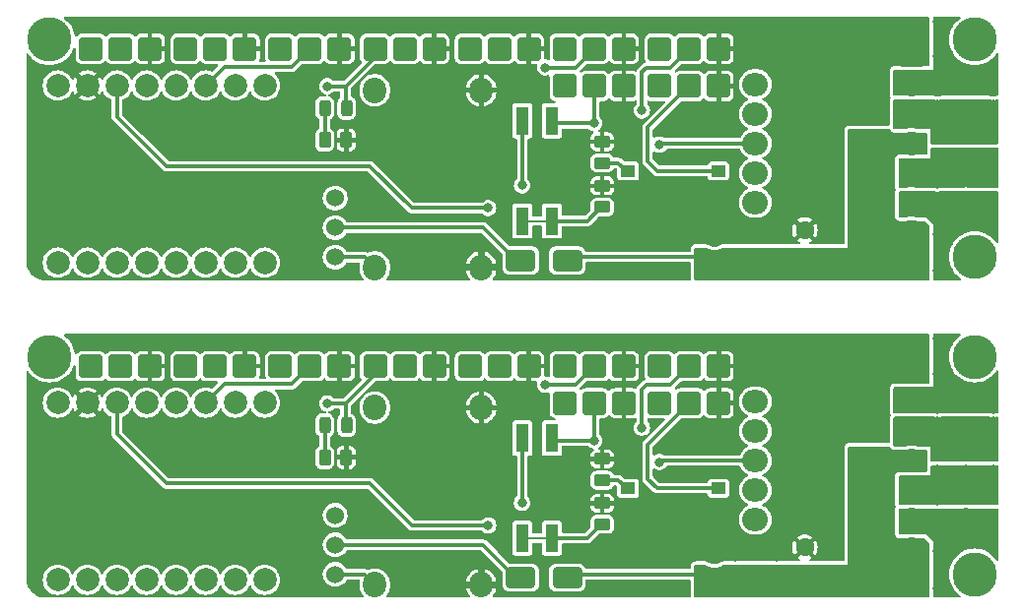
<source format=gbr>
%TF.GenerationSoftware,KiCad,Pcbnew,8.0.4*%
%TF.CreationDate,2024-09-16T11:13:22-03:00*%
%TF.ProjectId,Mini-C3-panelized,4d696e69-2d43-4332-9d70-616e656c697a,rev?*%
%TF.SameCoordinates,Original*%
%TF.FileFunction,Copper,L1,Top*%
%TF.FilePolarity,Positive*%
%FSLAX46Y46*%
G04 Gerber Fmt 4.6, Leading zero omitted, Abs format (unit mm)*
G04 Created by KiCad (PCBNEW 8.0.4) date 2024-09-16 11:13:22*
%MOMM*%
%LPD*%
G01*
G04 APERTURE LIST*
G04 Aperture macros list*
%AMRoundRect*
0 Rectangle with rounded corners*
0 $1 Rounding radius*
0 $2 $3 $4 $5 $6 $7 $8 $9 X,Y pos of 4 corners*
0 Add a 4 corners polygon primitive as box body*
4,1,4,$2,$3,$4,$5,$6,$7,$8,$9,$2,$3,0*
0 Add four circle primitives for the rounded corners*
1,1,$1+$1,$2,$3*
1,1,$1+$1,$4,$5*
1,1,$1+$1,$6,$7*
1,1,$1+$1,$8,$9*
0 Add four rect primitives between the rounded corners*
20,1,$1+$1,$2,$3,$4,$5,0*
20,1,$1+$1,$4,$5,$6,$7,0*
20,1,$1+$1,$6,$7,$8,$9,0*
20,1,$1+$1,$8,$9,$2,$3,0*%
G04 Aperture macros list end*
%TA.AperFunction,ComponentPad*%
%ADD10RoundRect,0.250000X0.750000X0.750000X-0.750000X0.750000X-0.750000X-0.750000X0.750000X-0.750000X0*%
%TD*%
%TA.AperFunction,SMDPad,CuDef*%
%ADD11RoundRect,0.250000X0.450000X-0.262500X0.450000X0.262500X-0.450000X0.262500X-0.450000X-0.262500X0*%
%TD*%
%TA.AperFunction,ComponentPad*%
%ADD12C,1.524000*%
%TD*%
%TA.AperFunction,ComponentPad*%
%ADD13C,2.000000*%
%TD*%
%TA.AperFunction,ComponentPad*%
%ADD14C,3.800000*%
%TD*%
%TA.AperFunction,ComponentPad*%
%ADD15O,2.000000X2.200000*%
%TD*%
%TA.AperFunction,SMDPad,CuDef*%
%ADD16RoundRect,0.250000X-0.450000X0.262500X-0.450000X-0.262500X0.450000X-0.262500X0.450000X0.262500X0*%
%TD*%
%TA.AperFunction,SMDPad,CuDef*%
%ADD17RoundRect,0.250000X-1.000000X-0.650000X1.000000X-0.650000X1.000000X0.650000X-1.000000X0.650000X0*%
%TD*%
%TA.AperFunction,ComponentPad*%
%ADD18RoundRect,0.250000X-0.850000X-0.750000X0.850000X-0.750000X0.850000X0.750000X-0.850000X0.750000X0*%
%TD*%
%TA.AperFunction,ComponentPad*%
%ADD19O,2.200000X2.000000*%
%TD*%
%TA.AperFunction,SMDPad,CuDef*%
%ADD20R,1.250000X1.000000*%
%TD*%
%TA.AperFunction,SMDPad,CuDef*%
%ADD21R,1.120000X2.440000*%
%TD*%
%TA.AperFunction,SMDPad,CuDef*%
%ADD22RoundRect,0.250000X-0.262500X-0.450000X0.262500X-0.450000X0.262500X0.450000X-0.262500X0.450000X0*%
%TD*%
%TA.AperFunction,ComponentPad*%
%ADD23C,1.600000*%
%TD*%
%TA.AperFunction,SMDPad,CuDef*%
%ADD24RoundRect,0.243750X-0.243750X-0.456250X0.243750X-0.456250X0.243750X0.456250X-0.243750X0.456250X0*%
%TD*%
%TA.AperFunction,ViaPad*%
%ADD25C,0.800000*%
%TD*%
%TA.AperFunction,Conductor*%
%ADD26C,0.300000*%
%TD*%
%TA.AperFunction,Conductor*%
%ADD27C,0.200000*%
%TD*%
G04 APERTURE END LIST*
D10*
%TO.P,J9,1,Pin_1*%
%TO.N,Board_0-GND*%
X117365835Y-32080000D03*
%TO.P,J9,2,Pin_2*%
%TO.N,Board_0-/Pin4*%
X114825835Y-32080000D03*
%TO.P,J9,3,Pin_3*%
%TO.N,Board_0-/Vcc*%
X112285835Y-32080000D03*
%TD*%
%TO.P,J3,1,Pin_1*%
%TO.N,Board_1-GND*%
X158082500Y-62567500D03*
%TO.P,J3,2,Pin_2*%
%TO.N,Board_1-/Pin6*%
X155542500Y-62567500D03*
%TO.P,J3,3,Pin_3*%
%TO.N,Board_1-/Vcc*%
X153002500Y-62567500D03*
%TD*%
D11*
%TO.P,R1,1*%
%TO.N,Board_0-Net-(R1-Pad1)*%
X156232500Y-41892500D03*
%TO.P,R1,2*%
%TO.N,Board_0-GND*%
X156232500Y-40067500D03*
%TD*%
D12*
%TO.P,SW1,1,1*%
%TO.N,Board_1-Net-(U3-IN)*%
X133282500Y-77290000D03*
%TO.P,SW1,2,2*%
%TO.N,Board_1-Net-(D1-K)*%
X133282500Y-74750000D03*
%TO.P,SW1,3*%
%TO.N,N/C*%
X133282500Y-72210000D03*
%TD*%
D13*
%TO.P,J1,1*%
%TO.N,Board_1-GND*%
X165857500Y-75410000D03*
%TO.P,J1,2*%
%TO.N,Board_1-/VM*%
X165857500Y-77950000D03*
%TD*%
D10*
%TO.P,J7,1,Pin_1*%
%TO.N,Board_1-GND*%
X133652501Y-59380000D03*
%TO.P,J7,2,Pin_2*%
%TO.N,Board_1-/Pin2*%
X131112501Y-59380000D03*
%TO.P,J7,3,Pin_3*%
%TO.N,Board_1-/Vcc*%
X128572501Y-59380000D03*
%TD*%
D14*
%TO.P,H3,1,1*%
%TO.N,Board_1-unconnected-(H3-Pad1)*%
X108732500Y-58580000D03*
%TD*%
D15*
%TO.P,U3,1,IN*%
%TO.N,Board_0-Net-(U3-IN)*%
X136692500Y-50880000D03*
%TO.P,U3,2,GND*%
%TO.N,Board_0-GND*%
X145832500Y-50880000D03*
X145832500Y-35640000D03*
%TO.P,U3,3,OUT*%
%TO.N,Board_0-+5V*%
X136692500Y-35640000D03*
%TD*%
D14*
%TO.P,H1,1,1*%
%TO.N,Board_0-unconnected-(H1-Pad1)*%
X188232500Y-31280000D03*
%TD*%
D16*
%TO.P,R2,1*%
%TO.N,Board_1-GND*%
X156232500Y-71167500D03*
%TO.P,R2,2*%
%TO.N,Board_1-Net-(R2-Pad2)*%
X156232500Y-72992500D03*
%TD*%
D17*
%TO.P,D1,1,K*%
%TO.N,Board_0-Net-(D1-K)*%
X149232500Y-50280000D03*
%TO.P,D1,2,A*%
%TO.N,Board_0-/VM*%
X153232500Y-50280000D03*
%TD*%
%TO.P,D1,1,K*%
%TO.N,Board_1-Net-(D1-K)*%
X149232500Y-77580000D03*
%TO.P,D1,2,A*%
%TO.N,Board_1-/VM*%
X153232500Y-77580000D03*
%TD*%
D10*
%TO.P,J11,1,Pin_1*%
%TO.N,Board_1-GND*%
X166225835Y-62567500D03*
%TO.P,J11,2,Pin_2*%
%TO.N,Board_1-/Pin8*%
X163685835Y-62567500D03*
%TO.P,J11,3,Pin_3*%
%TO.N,Board_1-/Vcc*%
X161145835Y-62567500D03*
%TD*%
D18*
%TO.P,U1,1,GND*%
%TO.N,Board_1-GND*%
X169382500Y-59890000D03*
D19*
X169382500Y-75130000D03*
D18*
X182782500Y-59890000D03*
D19*
%TO.P,U1,2,IN_B2*%
%TO.N,Board_1-/IN_B2*%
X169382500Y-62430000D03*
%TO.P,U1,3,IN_B1*%
%TO.N,Board_1-/IN_B1*%
X169382500Y-64970000D03*
%TO.P,U1,4,VREF*%
%TO.N,Board_1-+3.3V*%
X169382500Y-67510000D03*
%TO.P,U1,5,IN_A2*%
%TO.N,Board_1-/IN_A2*%
X169382500Y-70050000D03*
%TO.P,U1,6,IN_A1*%
%TO.N,Board_1-/IN_A1*%
X169382500Y-72590000D03*
%TO.P,U1,7,OUT_B2*%
%TO.N,Board_1-/OUT_B2*%
X182782500Y-62430000D03*
%TO.P,U1,8,OUT_B1*%
%TO.N,Board_1-/OUT_B1*%
X182782500Y-64970000D03*
%TO.P,U1,9,VM*%
%TO.N,Board_1-/VM*%
X182782500Y-67510000D03*
X182782500Y-75130000D03*
%TO.P,U1,10,OUT_A2*%
%TO.N,Board_1-/OUT_A2*%
X182782500Y-70050000D03*
%TO.P,U1,11,OUT_A1*%
%TO.N,Board_1-/OUT_A1*%
X182782500Y-72590000D03*
%TD*%
D20*
%TO.P,SW2,1,1*%
%TO.N,Board_1-/Pin8*%
X166207500Y-69880000D03*
%TO.P,SW2,2,2*%
%TO.N,Board_1-Net-(R1-Pad1)*%
X158457500Y-69880000D03*
%TD*%
D10*
%TO.P,J7,1,Pin_1*%
%TO.N,Board_0-GND*%
X133652501Y-32080000D03*
%TO.P,J7,2,Pin_2*%
%TO.N,Board_0-/Pin2*%
X131112501Y-32080000D03*
%TO.P,J7,3,Pin_3*%
%TO.N,Board_0-/Vcc*%
X128572501Y-32080000D03*
%TD*%
%TO.P,J2,1,Pin_1*%
%TO.N,Board_1-GND*%
X158082500Y-59380000D03*
%TO.P,J2,2,Pin_2*%
%TO.N,Board_1-/Pin5*%
X155542500Y-59380000D03*
%TO.P,J2,3,Pin_3*%
%TO.N,Board_1-/Vcc*%
X153002500Y-59380000D03*
%TD*%
D13*
%TO.P,J4,1,Pin_1*%
%TO.N,Board_0-/OUT_A2*%
X187482500Y-42765000D03*
%TO.P,J4,2,Pin_2*%
%TO.N,Board_0-/OUT_A1*%
X187482500Y-45305000D03*
%TD*%
%TO.P,J5,1,Pin_1*%
%TO.N,Board_0-/OUT_B2*%
X187482500Y-35065000D03*
%TO.P,J5,2,Pin_2*%
%TO.N,Board_0-/OUT_B1*%
X187482500Y-37605000D03*
%TD*%
D10*
%TO.P,J6,1,Pin_1*%
%TO.N,Board_1-GND*%
X141795834Y-59380000D03*
%TO.P,J6,2,Pin_2*%
%TO.N,Board_1-/Pin1*%
X139255834Y-59380000D03*
%TO.P,J6,3,Pin_3*%
%TO.N,Board_1-/Vcc*%
X136715834Y-59380000D03*
%TD*%
D16*
%TO.P,R2,1*%
%TO.N,Board_0-GND*%
X156232500Y-43867500D03*
%TO.P,R2,2*%
%TO.N,Board_0-Net-(R2-Pad2)*%
X156232500Y-45692500D03*
%TD*%
D21*
%TO.P,SW3,1*%
%TO.N,Board_1-/Pin6*%
X151902500Y-65575000D03*
%TO.P,SW3,2*%
%TO.N,Board_1-/Pin7*%
X149362500Y-65575000D03*
%TO.P,SW3,3*%
%TO.N,Board_1-Net-(R2-Pad2)*%
X149362500Y-74185000D03*
%TO.P,SW3,4*%
X151902500Y-74185000D03*
%TD*%
D10*
%TO.P,J12,1,Pin_1*%
%TO.N,Board_0-GND*%
X166225835Y-32080000D03*
%TO.P,J12,2,Pin_2*%
%TO.N,Board_0-/Pin7*%
X163685835Y-32080000D03*
%TO.P,J12,3,Pin_3*%
%TO.N,Board_0-/Vcc*%
X161145835Y-32080000D03*
%TD*%
D22*
%TO.P,R13,1*%
%TO.N,Board_1-Net-(D2-K)*%
X132399380Y-67230000D03*
%TO.P,R13,2*%
%TO.N,Board_1-GND*%
X134224380Y-67230000D03*
%TD*%
D15*
%TO.P,U3,1,IN*%
%TO.N,Board_1-Net-(U3-IN)*%
X136692500Y-78180000D03*
%TO.P,U3,2,GND*%
%TO.N,Board_1-GND*%
X145832500Y-78180000D03*
X145832500Y-62940000D03*
%TO.P,U3,3,OUT*%
%TO.N,Board_1-+5V*%
X136692500Y-62940000D03*
%TD*%
D23*
%TO.P,C1,1*%
%TO.N,Board_1-/VM*%
X178632500Y-74980000D03*
%TO.P,C1,2*%
%TO.N,Board_1-GND*%
X173632500Y-74980000D03*
%TD*%
D13*
%TO.P,U2,0,GPIO0*%
%TO.N,Board_1-/Pin0*%
X127242500Y-62530000D03*
%TO.P,U2,1,GPIO1*%
%TO.N,Board_1-/Pin1*%
X124702500Y-62530000D03*
%TO.P,U2,2,GPIO2*%
%TO.N,Board_1-/Pin2*%
X122162500Y-62530000D03*
%TO.P,U2,3,GPIO3*%
%TO.N,Board_1-/Pin3*%
X119622500Y-62530000D03*
%TO.P,U2,3.3,3V3*%
%TO.N,Board_1-+3.3V*%
X114542500Y-62530000D03*
%TO.P,U2,4,GPIO4*%
%TO.N,Board_1-/Pin4*%
X117082500Y-62530000D03*
%TO.P,U2,5,GPIO5*%
%TO.N,Board_1-/Pin5*%
X109462500Y-77770000D03*
%TO.P,U2,5V,5V*%
%TO.N,Board_1-Net-(JP7-A)*%
X109462500Y-62530000D03*
%TO.P,U2,6,GPIO6*%
%TO.N,Board_1-/Pin6*%
X112002500Y-77770000D03*
%TO.P,U2,7,GPIO7*%
%TO.N,Board_1-/Pin7*%
X114542500Y-77770000D03*
%TO.P,U2,8,GPIO8*%
%TO.N,Board_1-/Pin8*%
X117082500Y-77770000D03*
%TO.P,U2,9,GPIO9*%
%TO.N,Board_1-/IN_B2*%
X119622500Y-77770000D03*
%TO.P,U2,10,GPIO10*%
%TO.N,Board_1-/IN_B1*%
X122162500Y-77770000D03*
%TO.P,U2,20,GPIO20*%
%TO.N,Board_1-/IN_A2*%
X124702500Y-77770000D03*
%TO.P,U2,21,GPIO21*%
%TO.N,Board_1-/IN_A1*%
X127242500Y-77770000D03*
%TO.P,U2,G,GND*%
%TO.N,Board_1-GND*%
X112002500Y-62530000D03*
%TD*%
D14*
%TO.P,H2,1,1*%
%TO.N,Board_1-unconnected-(H2-Pad1)*%
X188232500Y-77280000D03*
%TD*%
D23*
%TO.P,C1,1*%
%TO.N,Board_0-/VM*%
X178632500Y-47680000D03*
%TO.P,C1,2*%
%TO.N,Board_0-GND*%
X173632500Y-47680000D03*
%TD*%
D20*
%TO.P,SW2,1,1*%
%TO.N,Board_0-/Pin8*%
X166207500Y-42580000D03*
%TO.P,SW2,2,2*%
%TO.N,Board_0-Net-(R1-Pad1)*%
X158457500Y-42580000D03*
%TD*%
D21*
%TO.P,SW3,1*%
%TO.N,Board_0-/Pin6*%
X151902500Y-38275000D03*
%TO.P,SW3,2*%
%TO.N,Board_0-/Pin7*%
X149362500Y-38275000D03*
%TO.P,SW3,3*%
%TO.N,Board_0-Net-(R2-Pad2)*%
X149362500Y-46885000D03*
%TO.P,SW3,4*%
X151902500Y-46885000D03*
%TD*%
D14*
%TO.P,H3,1,1*%
%TO.N,Board_0-unconnected-(H3-Pad1)*%
X108732500Y-31280000D03*
%TD*%
D12*
%TO.P,SW1,1,1*%
%TO.N,Board_0-Net-(U3-IN)*%
X133282500Y-49990000D03*
%TO.P,SW1,2,2*%
%TO.N,Board_0-Net-(D1-K)*%
X133282500Y-47450000D03*
%TO.P,SW1,3*%
%TO.N,N/C*%
X133282500Y-44910000D03*
%TD*%
D11*
%TO.P,R1,1*%
%TO.N,Board_1-Net-(R1-Pad1)*%
X156232500Y-69192500D03*
%TO.P,R1,2*%
%TO.N,Board_1-GND*%
X156232500Y-67367500D03*
%TD*%
D24*
%TO.P,D2,1,K*%
%TO.N,Board_0-Net-(D2-K)*%
X132394380Y-37165940D03*
%TO.P,D2,2,A*%
%TO.N,Board_0-/Vcc*%
X134269380Y-37165940D03*
%TD*%
D10*
%TO.P,J8,1,Pin_1*%
%TO.N,Board_1-GND*%
X125509168Y-59380000D03*
%TO.P,J8,2,Pin_2*%
%TO.N,Board_1-/Pin3*%
X122969168Y-59380000D03*
%TO.P,J8,3,Pin_3*%
%TO.N,Board_1-/Vcc*%
X120429168Y-59380000D03*
%TD*%
D13*
%TO.P,U2,0,GPIO0*%
%TO.N,Board_0-/Pin0*%
X127242500Y-35230000D03*
%TO.P,U2,1,GPIO1*%
%TO.N,Board_0-/Pin1*%
X124702500Y-35230000D03*
%TO.P,U2,2,GPIO2*%
%TO.N,Board_0-/Pin2*%
X122162500Y-35230000D03*
%TO.P,U2,3,GPIO3*%
%TO.N,Board_0-/Pin3*%
X119622500Y-35230000D03*
%TO.P,U2,3.3,3V3*%
%TO.N,Board_0-+3.3V*%
X114542500Y-35230000D03*
%TO.P,U2,4,GPIO4*%
%TO.N,Board_0-/Pin4*%
X117082500Y-35230000D03*
%TO.P,U2,5,GPIO5*%
%TO.N,Board_0-/Pin5*%
X109462500Y-50470000D03*
%TO.P,U2,5V,5V*%
%TO.N,Board_0-Net-(JP7-A)*%
X109462500Y-35230000D03*
%TO.P,U2,6,GPIO6*%
%TO.N,Board_0-/Pin6*%
X112002500Y-50470000D03*
%TO.P,U2,7,GPIO7*%
%TO.N,Board_0-/Pin7*%
X114542500Y-50470000D03*
%TO.P,U2,8,GPIO8*%
%TO.N,Board_0-/Pin8*%
X117082500Y-50470000D03*
%TO.P,U2,9,GPIO9*%
%TO.N,Board_0-/IN_B2*%
X119622500Y-50470000D03*
%TO.P,U2,10,GPIO10*%
%TO.N,Board_0-/IN_B1*%
X122162500Y-50470000D03*
%TO.P,U2,20,GPIO20*%
%TO.N,Board_0-/IN_A2*%
X124702500Y-50470000D03*
%TO.P,U2,21,GPIO21*%
%TO.N,Board_0-/IN_A1*%
X127242500Y-50470000D03*
%TO.P,U2,G,GND*%
%TO.N,Board_0-GND*%
X112002500Y-35230000D03*
%TD*%
D10*
%TO.P,J10,1,Pin_1*%
%TO.N,Board_1-GND*%
X149939167Y-59380000D03*
%TO.P,J10,2,Pin_2*%
%TO.N,Board_1-/Pin0*%
X147399167Y-59380000D03*
%TO.P,J10,3,Pin_3*%
%TO.N,Board_1-/Vcc*%
X144859167Y-59380000D03*
%TD*%
D14*
%TO.P,H2,1,1*%
%TO.N,Board_0-unconnected-(H2-Pad1)*%
X188232500Y-49980000D03*
%TD*%
%TO.P,H1,1,1*%
%TO.N,Board_1-unconnected-(H1-Pad1)*%
X188232500Y-58580000D03*
%TD*%
D10*
%TO.P,J2,1,Pin_1*%
%TO.N,Board_0-GND*%
X158082500Y-32080000D03*
%TO.P,J2,2,Pin_2*%
%TO.N,Board_0-/Pin5*%
X155542500Y-32080000D03*
%TO.P,J2,3,Pin_3*%
%TO.N,Board_0-/Vcc*%
X153002500Y-32080000D03*
%TD*%
D22*
%TO.P,R13,1*%
%TO.N,Board_0-Net-(D2-K)*%
X132399380Y-39930000D03*
%TO.P,R13,2*%
%TO.N,Board_0-GND*%
X134224380Y-39930000D03*
%TD*%
D13*
%TO.P,J4,1,Pin_1*%
%TO.N,Board_1-/OUT_A2*%
X187482500Y-70065000D03*
%TO.P,J4,2,Pin_2*%
%TO.N,Board_1-/OUT_A1*%
X187482500Y-72605000D03*
%TD*%
D10*
%TO.P,J6,1,Pin_1*%
%TO.N,Board_0-GND*%
X141795834Y-32080000D03*
%TO.P,J6,2,Pin_2*%
%TO.N,Board_0-/Pin1*%
X139255834Y-32080000D03*
%TO.P,J6,3,Pin_3*%
%TO.N,Board_0-/Vcc*%
X136715834Y-32080000D03*
%TD*%
D13*
%TO.P,J1,1*%
%TO.N,Board_0-GND*%
X165857500Y-48110000D03*
%TO.P,J1,2*%
%TO.N,Board_0-/VM*%
X165857500Y-50650000D03*
%TD*%
D24*
%TO.P,D2,1,K*%
%TO.N,Board_1-Net-(D2-K)*%
X132394380Y-64465940D03*
%TO.P,D2,2,A*%
%TO.N,Board_1-/Vcc*%
X134269380Y-64465940D03*
%TD*%
D10*
%TO.P,J8,1,Pin_1*%
%TO.N,Board_0-GND*%
X125509168Y-32080000D03*
%TO.P,J8,2,Pin_2*%
%TO.N,Board_0-/Pin3*%
X122969168Y-32080000D03*
%TO.P,J8,3,Pin_3*%
%TO.N,Board_0-/Vcc*%
X120429168Y-32080000D03*
%TD*%
%TO.P,J3,1,Pin_1*%
%TO.N,Board_0-GND*%
X158082500Y-35267500D03*
%TO.P,J3,2,Pin_2*%
%TO.N,Board_0-/Pin6*%
X155542500Y-35267500D03*
%TO.P,J3,3,Pin_3*%
%TO.N,Board_0-/Vcc*%
X153002500Y-35267500D03*
%TD*%
%TO.P,J11,1,Pin_1*%
%TO.N,Board_0-GND*%
X166225835Y-35267500D03*
%TO.P,J11,2,Pin_2*%
%TO.N,Board_0-/Pin8*%
X163685835Y-35267500D03*
%TO.P,J11,3,Pin_3*%
%TO.N,Board_0-/Vcc*%
X161145835Y-35267500D03*
%TD*%
D18*
%TO.P,U1,1,GND*%
%TO.N,Board_0-GND*%
X169382500Y-32590000D03*
D19*
X169382500Y-47830000D03*
D18*
X182782500Y-32590000D03*
D19*
%TO.P,U1,2,IN_B2*%
%TO.N,Board_0-/IN_B2*%
X169382500Y-35130000D03*
%TO.P,U1,3,IN_B1*%
%TO.N,Board_0-/IN_B1*%
X169382500Y-37670000D03*
%TO.P,U1,4,VREF*%
%TO.N,Board_0-+3.3V*%
X169382500Y-40210000D03*
%TO.P,U1,5,IN_A2*%
%TO.N,Board_0-/IN_A2*%
X169382500Y-42750000D03*
%TO.P,U1,6,IN_A1*%
%TO.N,Board_0-/IN_A1*%
X169382500Y-45290000D03*
%TO.P,U1,7,OUT_B2*%
%TO.N,Board_0-/OUT_B2*%
X182782500Y-35130000D03*
%TO.P,U1,8,OUT_B1*%
%TO.N,Board_0-/OUT_B1*%
X182782500Y-37670000D03*
%TO.P,U1,9,VM*%
%TO.N,Board_0-/VM*%
X182782500Y-40210000D03*
X182782500Y-47830000D03*
%TO.P,U1,10,OUT_A2*%
%TO.N,Board_0-/OUT_A2*%
X182782500Y-42750000D03*
%TO.P,U1,11,OUT_A1*%
%TO.N,Board_0-/OUT_A1*%
X182782500Y-45290000D03*
%TD*%
D13*
%TO.P,J5,1,Pin_1*%
%TO.N,Board_1-/OUT_B2*%
X187482500Y-62365000D03*
%TO.P,J5,2,Pin_2*%
%TO.N,Board_1-/OUT_B1*%
X187482500Y-64905000D03*
%TD*%
D10*
%TO.P,J12,1,Pin_1*%
%TO.N,Board_1-GND*%
X166225835Y-59380000D03*
%TO.P,J12,2,Pin_2*%
%TO.N,Board_1-/Pin7*%
X163685835Y-59380000D03*
%TO.P,J12,3,Pin_3*%
%TO.N,Board_1-/Vcc*%
X161145835Y-59380000D03*
%TD*%
%TO.P,J10,1,Pin_1*%
%TO.N,Board_0-GND*%
X149939167Y-32080000D03*
%TO.P,J10,2,Pin_2*%
%TO.N,Board_0-/Pin0*%
X147399167Y-32080000D03*
%TO.P,J10,3,Pin_3*%
%TO.N,Board_0-/Vcc*%
X144859167Y-32080000D03*
%TD*%
%TO.P,J9,1,Pin_1*%
%TO.N,Board_1-GND*%
X117365835Y-59380000D03*
%TO.P,J9,2,Pin_2*%
%TO.N,Board_1-/Pin4*%
X114825835Y-59380000D03*
%TO.P,J9,3,Pin_3*%
%TO.N,Board_1-/Vcc*%
X112285835Y-59380000D03*
%TD*%
D25*
%TO.N,Board_0-+3.3V*%
X146432500Y-45780000D03*
X161132500Y-40330000D03*
%TO.N,Board_0-/OUT_A1*%
X185032500Y-48005000D03*
X189832500Y-44830000D03*
X189832500Y-47880000D03*
X185032500Y-51180000D03*
X185032500Y-44830000D03*
%TO.N,Board_0-/OUT_A2*%
X189832500Y-43580000D03*
X185032500Y-40980000D03*
X187482500Y-40980000D03*
X185032500Y-43680000D03*
X189832500Y-40980000D03*
%TO.N,Board_0-/OUT_B1*%
X185032500Y-39880000D03*
X185032500Y-36830000D03*
X189832500Y-39880000D03*
X189832500Y-36830000D03*
X187482500Y-39880000D03*
%TO.N,Board_0-/OUT_B2*%
X185032500Y-32740000D03*
X189832500Y-33330000D03*
X185032500Y-35780000D03*
X189832500Y-35780000D03*
X185032500Y-29700000D03*
%TO.N,Board_0-/Pin5*%
X151332500Y-33680000D03*
%TO.N,Board_0-/Pin6*%
X155542500Y-38480000D03*
%TO.N,Board_0-/Pin7*%
X149332500Y-43830000D03*
X159632500Y-37380000D03*
%TO.N,Board_0-/VM*%
X170332500Y-51380000D03*
X180732500Y-42780000D03*
X178132500Y-51380000D03*
X183332500Y-49780000D03*
X175532500Y-49780000D03*
X180732500Y-45380000D03*
X167732500Y-49780000D03*
X175532500Y-51380000D03*
X183332500Y-51380000D03*
X167732500Y-51380000D03*
X178132500Y-40180000D03*
X172932500Y-51380000D03*
X180732500Y-40180000D03*
X172932500Y-49780000D03*
X178132500Y-42780000D03*
X178132500Y-49780000D03*
X180732500Y-51380000D03*
X180732500Y-49780000D03*
X180732500Y-47780000D03*
X170332500Y-49780000D03*
X178132500Y-45380000D03*
%TO.N,Board_0-/Vcc*%
X132617579Y-35289928D03*
%TO.N,Board_0-GND*%
X167782500Y-33280000D03*
X107282500Y-33730000D03*
X107282500Y-49330000D03*
X107282500Y-47380000D03*
X180932500Y-31980000D03*
X141032500Y-50930000D03*
X171032500Y-31980000D03*
X171232500Y-48480000D03*
X164082500Y-47280000D03*
X107282500Y-41530000D03*
X107282500Y-39580000D03*
X107282500Y-35680000D03*
X164082500Y-48480000D03*
X171032500Y-33280000D03*
X167682500Y-48480000D03*
X107282500Y-45430000D03*
X180932500Y-33280000D03*
X167782500Y-31980000D03*
X171232500Y-47280000D03*
X107282500Y-43480000D03*
X107282500Y-37630000D03*
X167682500Y-47280000D03*
X171232500Y-36196666D03*
X171232500Y-41588333D03*
%TO.N,Board_1-+3.3V*%
X146432500Y-73080000D03*
X161132500Y-67630000D03*
%TO.N,Board_1-/OUT_A1*%
X185032500Y-72130000D03*
X189832500Y-75180000D03*
X185032500Y-75305000D03*
X185032500Y-78480000D03*
X189832500Y-72130000D03*
%TO.N,Board_1-/OUT_A2*%
X185032500Y-68280000D03*
X189832500Y-70880000D03*
X187482500Y-68280000D03*
X189832500Y-68280000D03*
X185032500Y-70980000D03*
%TO.N,Board_1-/OUT_B1*%
X185032500Y-64130000D03*
X189832500Y-67180000D03*
X187482500Y-67180000D03*
X185032500Y-67180000D03*
X189832500Y-64130000D03*
%TO.N,Board_1-/OUT_B2*%
X189832500Y-63080000D03*
X185032500Y-57000000D03*
X185032500Y-60040000D03*
X185032500Y-63080000D03*
X189832500Y-60630000D03*
%TO.N,Board_1-/Pin5*%
X151332500Y-60980000D03*
%TO.N,Board_1-/Pin6*%
X155542500Y-65780000D03*
%TO.N,Board_1-/Pin7*%
X149332500Y-71130000D03*
X159632500Y-64680000D03*
%TO.N,Board_1-/VM*%
X180732500Y-78680000D03*
X180732500Y-67480000D03*
X178132500Y-77080000D03*
X183332500Y-78680000D03*
X178132500Y-67480000D03*
X180732500Y-77080000D03*
X178132500Y-78680000D03*
X167732500Y-77080000D03*
X180732500Y-70080000D03*
X178132500Y-70080000D03*
X178132500Y-72680000D03*
X167732500Y-78680000D03*
X172932500Y-78680000D03*
X175532500Y-77080000D03*
X175532500Y-78680000D03*
X170332500Y-77080000D03*
X180732500Y-72680000D03*
X180732500Y-75080000D03*
X170332500Y-78680000D03*
X183332500Y-77080000D03*
X172932500Y-77080000D03*
%TO.N,Board_1-/Vcc*%
X132617579Y-62589928D03*
%TO.N,Board_1-GND*%
X107282500Y-62980000D03*
X167782500Y-60580000D03*
X107282500Y-76630000D03*
X180932500Y-59280000D03*
X180932500Y-60580000D03*
X107282500Y-70780000D03*
X107282500Y-72730000D03*
X167682500Y-74580000D03*
X107282500Y-64930000D03*
X141032500Y-78230000D03*
X107282500Y-61030000D03*
X167782500Y-59280000D03*
X171232500Y-75780000D03*
X167682500Y-75780000D03*
X107282500Y-68830000D03*
X107282500Y-74680000D03*
X171032500Y-60580000D03*
X171232500Y-68888333D03*
X164082500Y-75780000D03*
X164082500Y-74580000D03*
X171232500Y-63496666D03*
X171032500Y-59280000D03*
X171232500Y-74580000D03*
X107282500Y-66880000D03*
%TD*%
D26*
%TO.N,Board_0-+3.3V*%
X161252500Y-40210000D02*
X169382500Y-40210000D01*
X114542500Y-37940000D02*
X114542500Y-35230000D01*
X146432500Y-45780000D02*
X139882500Y-45780000D01*
X139882500Y-45780000D02*
X136282500Y-42180000D01*
X136282500Y-42180000D02*
X118782500Y-42180000D01*
X118782500Y-42180000D02*
X114542500Y-37940000D01*
X161132500Y-40330000D02*
X161252500Y-40210000D01*
%TO.N,Board_0-/Pin2*%
X129562501Y-33630000D02*
X131112501Y-32080000D01*
X123762500Y-33630000D02*
X129562501Y-33630000D01*
X122162500Y-35230000D02*
X123762500Y-33630000D01*
%TO.N,Board_0-/Pin5*%
X153942500Y-33680000D02*
X155542500Y-32080000D01*
X151332500Y-33680000D02*
X153942500Y-33680000D01*
%TO.N,Board_0-/Pin6*%
X155542500Y-38480000D02*
X155542500Y-35267500D01*
X152107500Y-38480000D02*
X155542500Y-38480000D01*
X151902500Y-38275000D02*
X152107500Y-38480000D01*
%TO.N,Board_0-/Pin7*%
X159632500Y-37380000D02*
X159632500Y-34080000D01*
X149362500Y-38275000D02*
X149362500Y-43800000D01*
X159632500Y-34080000D02*
X160032500Y-33680000D01*
X162085835Y-33680000D02*
X163685835Y-32080000D01*
X149362500Y-43800000D02*
X149332500Y-43830000D01*
X160032500Y-33680000D02*
X162085835Y-33680000D01*
%TO.N,Board_0-/Pin8*%
X160132500Y-41780000D02*
X160132500Y-38820835D01*
X160132500Y-38820835D02*
X163685835Y-35267500D01*
X160932500Y-42580000D02*
X160132500Y-41780000D01*
X166207500Y-42580000D02*
X160932500Y-42580000D01*
%TO.N,Board_0-/VM*%
X165187500Y-49980000D02*
X165857500Y-50650000D01*
X153232500Y-49980000D02*
X165187500Y-49980000D01*
%TO.N,Board_0-/Vcc*%
X134182500Y-37079060D02*
X134182500Y-35299856D01*
X134172572Y-35289928D02*
X136715834Y-32746666D01*
X134269380Y-37165940D02*
X134182500Y-37079060D01*
X132617579Y-35289928D02*
X134172572Y-35289928D01*
X136715834Y-32746666D02*
X136715834Y-32080000D01*
%TO.N,Board_0-Net-(D1-K)*%
X146002500Y-47450000D02*
X133282500Y-47450000D01*
X148532500Y-49980000D02*
X146002500Y-47450000D01*
X149232500Y-49980000D02*
X148532500Y-49980000D01*
%TO.N,Board_0-Net-(D2-K)*%
X132394380Y-39804380D02*
X132520000Y-39930000D01*
X132394380Y-37165940D02*
X132394380Y-39804380D01*
%TO.N,Board_0-Net-(R1-Pad1)*%
X158302500Y-42580000D02*
X158457500Y-42580000D01*
X157615000Y-41892500D02*
X158302500Y-42580000D01*
X156232500Y-41892500D02*
X157615000Y-41892500D01*
%TO.N,Board_0-Net-(R2-Pad2)*%
X156120000Y-45692500D02*
X154927500Y-46885000D01*
X154927500Y-46885000D02*
X151902500Y-46885000D01*
D27*
X149362500Y-46885000D02*
X151902500Y-46885000D01*
D26*
X156232500Y-45692500D02*
X156120000Y-45692500D01*
%TO.N,Board_0-Net-(U3-IN)*%
X135802500Y-49990000D02*
X136692500Y-50880000D01*
X133282500Y-49990000D02*
X135802500Y-49990000D01*
%TO.N,Board_1-+3.3V*%
X139882500Y-73080000D02*
X136282500Y-69480000D01*
X114542500Y-65240000D02*
X114542500Y-62530000D01*
X146432500Y-73080000D02*
X139882500Y-73080000D01*
X136282500Y-69480000D02*
X118782500Y-69480000D01*
X161252500Y-67510000D02*
X169382500Y-67510000D01*
X118782500Y-69480000D02*
X114542500Y-65240000D01*
X161132500Y-67630000D02*
X161252500Y-67510000D01*
%TO.N,Board_1-/Pin2*%
X129562501Y-60930000D02*
X131112501Y-59380000D01*
X122162500Y-62530000D02*
X123762500Y-60930000D01*
X123762500Y-60930000D02*
X129562501Y-60930000D01*
%TO.N,Board_1-/Pin5*%
X151332500Y-60980000D02*
X153942500Y-60980000D01*
X153942500Y-60980000D02*
X155542500Y-59380000D01*
%TO.N,Board_1-/Pin6*%
X151902500Y-65575000D02*
X152107500Y-65780000D01*
X155542500Y-65780000D02*
X155542500Y-62567500D01*
X152107500Y-65780000D02*
X155542500Y-65780000D01*
%TO.N,Board_1-/Pin7*%
X159632500Y-61380000D02*
X160032500Y-60980000D01*
X149362500Y-71100000D02*
X149332500Y-71130000D01*
X160032500Y-60980000D02*
X162085835Y-60980000D01*
X159632500Y-64680000D02*
X159632500Y-61380000D01*
X162085835Y-60980000D02*
X163685835Y-59380000D01*
X149362500Y-65575000D02*
X149362500Y-71100000D01*
%TO.N,Board_1-/Pin8*%
X160132500Y-69080000D02*
X160132500Y-66120835D01*
X160932500Y-69880000D02*
X160132500Y-69080000D01*
X160132500Y-66120835D02*
X163685835Y-62567500D01*
X166207500Y-69880000D02*
X160932500Y-69880000D01*
%TO.N,Board_1-/VM*%
X153232500Y-77280000D02*
X165187500Y-77280000D01*
X165187500Y-77280000D02*
X165857500Y-77950000D01*
%TO.N,Board_1-/Vcc*%
X136715834Y-60046666D02*
X136715834Y-59380000D01*
X134182500Y-64379060D02*
X134182500Y-62599856D01*
X134269380Y-64465940D02*
X134182500Y-64379060D01*
X134172572Y-62589928D02*
X136715834Y-60046666D01*
X132617579Y-62589928D02*
X134172572Y-62589928D01*
%TO.N,Board_1-Net-(D1-K)*%
X146002500Y-74750000D02*
X133282500Y-74750000D01*
X149232500Y-77280000D02*
X148532500Y-77280000D01*
X148532500Y-77280000D02*
X146002500Y-74750000D01*
%TO.N,Board_1-Net-(D2-K)*%
X132394380Y-64465940D02*
X132394380Y-67104380D01*
X132394380Y-67104380D02*
X132520000Y-67230000D01*
%TO.N,Board_1-Net-(R1-Pad1)*%
X156232500Y-69192500D02*
X157615000Y-69192500D01*
X158302500Y-69880000D02*
X158457500Y-69880000D01*
X157615000Y-69192500D02*
X158302500Y-69880000D01*
%TO.N,Board_1-Net-(R2-Pad2)*%
X154927500Y-74185000D02*
X151902500Y-74185000D01*
D27*
X149362500Y-74185000D02*
X151902500Y-74185000D01*
D26*
X156120000Y-72992500D02*
X154927500Y-74185000D01*
X156232500Y-72992500D02*
X156120000Y-72992500D01*
%TO.N,Board_1-Net-(U3-IN)*%
X135802500Y-77290000D02*
X136692500Y-78180000D01*
X133282500Y-77290000D02*
X135802500Y-77290000D01*
%TD*%
%TA.AperFunction,Conductor*%
%TO.N,Board_0-GND*%
G36*
X184286191Y-29319407D02*
G01*
X184322155Y-29368907D01*
X184327000Y-29399500D01*
X184327000Y-29692822D01*
X184326855Y-29695221D01*
X184326855Y-29704789D01*
X184327000Y-29707185D01*
X184327000Y-32732822D01*
X184326855Y-32735221D01*
X184326855Y-32744789D01*
X184327000Y-32747185D01*
X184327000Y-33475500D01*
X184308093Y-33533691D01*
X184258593Y-33569655D01*
X184228000Y-33574500D01*
X183768965Y-33574500D01*
X183764756Y-33574625D01*
X183750716Y-33575045D01*
X183738942Y-33575749D01*
X183731307Y-33576435D01*
X183720737Y-33577385D01*
X183720729Y-33577386D01*
X183663203Y-33584294D01*
X183651400Y-33585000D01*
X181913600Y-33585000D01*
X181901797Y-33584294D01*
X181891904Y-33583106D01*
X181844263Y-33577385D01*
X181830310Y-33576131D01*
X181826057Y-33575749D01*
X181814283Y-33575045D01*
X181800594Y-33574636D01*
X181796035Y-33574500D01*
X181331500Y-33574500D01*
X181283714Y-33578261D01*
X181267300Y-33580860D01*
X181253119Y-33583106D01*
X181253114Y-33583106D01*
X181222747Y-33589512D01*
X181222742Y-33589514D01*
X181121341Y-33637689D01*
X181121331Y-33637695D01*
X181071842Y-33673651D01*
X181014579Y-33727824D01*
X180960860Y-33826401D01*
X180960859Y-33826403D01*
X180941951Y-33884595D01*
X180927000Y-33978996D01*
X180927000Y-33979000D01*
X180927000Y-36025500D01*
X180930761Y-36073286D01*
X180934260Y-36095378D01*
X180935606Y-36103880D01*
X180935606Y-36103885D01*
X180942012Y-36134252D01*
X180942014Y-36134257D01*
X180990605Y-36236534D01*
X180998498Y-36297208D01*
X180988115Y-36326388D01*
X180960859Y-36376404D01*
X180941951Y-36434595D01*
X180927000Y-36528996D01*
X180927000Y-38575500D01*
X180908093Y-38633691D01*
X180858593Y-38669655D01*
X180828000Y-38674500D01*
X177431500Y-38674500D01*
X177383714Y-38678261D01*
X177367300Y-38680860D01*
X177353119Y-38683106D01*
X177353114Y-38683106D01*
X177322747Y-38689512D01*
X177322742Y-38689514D01*
X177221341Y-38737689D01*
X177221331Y-38737695D01*
X177171842Y-38773651D01*
X177114579Y-38827824D01*
X177060860Y-38926401D01*
X177060859Y-38926403D01*
X177041951Y-38984595D01*
X177027000Y-39078996D01*
X177027000Y-48775500D01*
X177008093Y-48833691D01*
X176958593Y-48869655D01*
X176928000Y-48874500D01*
X174123798Y-48874500D01*
X174065607Y-48855593D01*
X174029643Y-48806093D01*
X174029643Y-48744907D01*
X174065607Y-48695407D01*
X174088035Y-48683185D01*
X174124915Y-48668897D01*
X174256856Y-48587199D01*
X173736027Y-48066370D01*
X173786894Y-48052741D01*
X173878106Y-48000080D01*
X173952580Y-47925606D01*
X174005241Y-47834394D01*
X174018870Y-47783527D01*
X174539542Y-48304199D01*
X174571742Y-48261561D01*
X174571747Y-48261552D01*
X174662612Y-48079070D01*
X174718402Y-47882989D01*
X174737212Y-47680000D01*
X174718402Y-47477010D01*
X174662612Y-47280929D01*
X174571749Y-47098451D01*
X174571744Y-47098442D01*
X174539541Y-47055800D01*
X174018870Y-47576470D01*
X174005241Y-47525606D01*
X173952580Y-47434394D01*
X173878106Y-47359920D01*
X173786894Y-47307259D01*
X173736025Y-47293629D01*
X174256857Y-46772798D01*
X174124921Y-46691105D01*
X174124915Y-46691102D01*
X173934816Y-46617458D01*
X173734430Y-46580000D01*
X173530570Y-46580000D01*
X173330183Y-46617458D01*
X173140086Y-46691101D01*
X173140081Y-46691104D01*
X173008141Y-46772798D01*
X173528972Y-47293629D01*
X173478106Y-47307259D01*
X173386894Y-47359920D01*
X173312420Y-47434394D01*
X173259759Y-47525606D01*
X173246129Y-47576471D01*
X172725457Y-47055798D01*
X172693254Y-47098442D01*
X172602387Y-47280929D01*
X172546597Y-47477010D01*
X172527787Y-47680000D01*
X172546597Y-47882989D01*
X172602387Y-48079070D01*
X172693250Y-48261548D01*
X172693255Y-48261557D01*
X172725457Y-48304198D01*
X173246129Y-47783526D01*
X173259759Y-47834394D01*
X173312420Y-47925606D01*
X173386894Y-48000080D01*
X173478106Y-48052741D01*
X173528970Y-48066370D01*
X173008141Y-48587200D01*
X173140083Y-48668897D01*
X173176965Y-48683185D01*
X173224396Y-48721837D01*
X173240050Y-48780986D01*
X173217947Y-48838039D01*
X173166531Y-48871205D01*
X173141202Y-48874500D01*
X171327662Y-48874500D01*
X171312580Y-48874955D01*
X171309595Y-48875000D01*
X171155405Y-48875000D01*
X171152420Y-48874955D01*
X171137338Y-48874500D01*
X167777662Y-48874500D01*
X167762580Y-48874955D01*
X167759595Y-48875000D01*
X167605405Y-48875000D01*
X167602420Y-48874955D01*
X167587338Y-48874500D01*
X166627949Y-48874500D01*
X166607527Y-48877642D01*
X166536094Y-48888636D01*
X166536087Y-48888638D01*
X166479314Y-48906536D01*
X166395932Y-48947655D01*
X166363991Y-48970020D01*
X166349047Y-48978647D01*
X166206959Y-49044904D01*
X166190743Y-49050807D01*
X166039299Y-49091386D01*
X166022305Y-49094382D01*
X165866127Y-49108046D01*
X165848870Y-49108046D01*
X165692694Y-49094383D01*
X165675699Y-49091387D01*
X165524254Y-49050807D01*
X165508046Y-49044908D01*
X165365939Y-48978642D01*
X165351004Y-48970019D01*
X165319061Y-48947652D01*
X165235689Y-48906538D01*
X165178919Y-48888639D01*
X165178908Y-48888637D01*
X165107474Y-48877643D01*
X165087051Y-48874500D01*
X164231500Y-48874500D01*
X164183714Y-48878261D01*
X164167300Y-48880860D01*
X164153119Y-48883106D01*
X164153114Y-48883106D01*
X164122747Y-48889512D01*
X164122742Y-48889514D01*
X164021341Y-48937689D01*
X164021331Y-48937695D01*
X163971842Y-48973651D01*
X163914579Y-49027824D01*
X163860860Y-49126401D01*
X163860859Y-49126403D01*
X163841951Y-49184595D01*
X163827000Y-49278996D01*
X163827000Y-49430500D01*
X163808093Y-49488691D01*
X163758593Y-49524655D01*
X163728000Y-49529500D01*
X154852006Y-49529500D01*
X154793815Y-49510593D01*
X154759909Y-49466819D01*
X154716862Y-49357660D01*
X154716861Y-49357659D01*
X154716861Y-49357658D01*
X154625422Y-49237078D01*
X154504842Y-49145639D01*
X154504841Y-49145638D01*
X154504839Y-49145637D01*
X154364065Y-49090123D01*
X154275606Y-49079500D01*
X154275602Y-49079500D01*
X152189398Y-49079500D01*
X152189393Y-49079500D01*
X152100934Y-49090123D01*
X151960160Y-49145637D01*
X151960156Y-49145640D01*
X151839581Y-49237075D01*
X151839575Y-49237081D01*
X151748140Y-49357656D01*
X151748137Y-49357660D01*
X151692623Y-49498434D01*
X151682000Y-49586893D01*
X151682000Y-50973106D01*
X151692623Y-51061565D01*
X151748137Y-51202339D01*
X151748138Y-51202341D01*
X151748139Y-51202342D01*
X151839578Y-51322922D01*
X151960158Y-51414361D01*
X151960159Y-51414361D01*
X151960160Y-51414362D01*
X151969231Y-51417939D01*
X152100936Y-51469877D01*
X152189398Y-51480500D01*
X152189400Y-51480500D01*
X154275600Y-51480500D01*
X154275602Y-51480500D01*
X154364064Y-51469877D01*
X154504842Y-51414361D01*
X154625422Y-51322922D01*
X154716861Y-51202342D01*
X154772377Y-51061564D01*
X154783000Y-50973102D01*
X154783000Y-50529500D01*
X154801907Y-50471309D01*
X154851407Y-50435345D01*
X154882000Y-50430500D01*
X163728000Y-50430500D01*
X163786191Y-50449407D01*
X163822155Y-50498907D01*
X163827000Y-50529500D01*
X163827000Y-51881000D01*
X163827923Y-51892733D01*
X163813641Y-51952226D01*
X163767116Y-51991964D01*
X163729229Y-51999500D01*
X146890485Y-51999500D01*
X146832294Y-51980593D01*
X146796330Y-51931093D01*
X146796330Y-51869907D01*
X146820481Y-51830496D01*
X146824085Y-51826891D01*
X146944361Y-51661346D01*
X147037256Y-51479027D01*
X147100491Y-51284412D01*
X147117028Y-51180000D01*
X146352115Y-51180000D01*
X146391611Y-51111591D01*
X146432500Y-50958991D01*
X146432500Y-50801009D01*
X146391611Y-50648409D01*
X146352115Y-50580000D01*
X147117028Y-50580000D01*
X147100491Y-50475587D01*
X147037256Y-50280972D01*
X146944361Y-50098653D01*
X146824085Y-49933108D01*
X146679391Y-49788414D01*
X146513846Y-49668138D01*
X146331527Y-49575243D01*
X146136917Y-49512010D01*
X146136918Y-49512010D01*
X146132500Y-49511310D01*
X146132500Y-50360385D01*
X146064091Y-50320889D01*
X145911491Y-50280000D01*
X145753509Y-50280000D01*
X145600909Y-50320889D01*
X145532500Y-50360385D01*
X145532500Y-49511310D01*
X145528081Y-49512010D01*
X145333472Y-49575243D01*
X145151153Y-49668138D01*
X144985608Y-49788414D01*
X144840914Y-49933108D01*
X144720638Y-50098653D01*
X144627743Y-50280972D01*
X144564508Y-50475587D01*
X144547972Y-50580000D01*
X145312885Y-50580000D01*
X145273389Y-50648409D01*
X145232500Y-50801009D01*
X145232500Y-50958991D01*
X145273389Y-51111591D01*
X145312885Y-51180000D01*
X144547972Y-51180000D01*
X144564508Y-51284412D01*
X144627743Y-51479027D01*
X144720638Y-51661346D01*
X144840914Y-51826891D01*
X144844519Y-51830496D01*
X144872296Y-51885013D01*
X144862725Y-51945445D01*
X144819460Y-51988710D01*
X144774515Y-51999500D01*
X137751192Y-51999500D01*
X137693001Y-51980593D01*
X137657037Y-51931093D01*
X137657037Y-51869907D01*
X137681186Y-51830498D01*
X137684466Y-51827219D01*
X137764680Y-51716813D01*
X137804785Y-51661613D01*
X137804787Y-51661610D01*
X137897720Y-51479219D01*
X137960977Y-51284534D01*
X137960978Y-51284529D01*
X137993000Y-51082355D01*
X137993000Y-50677644D01*
X137960978Y-50475470D01*
X137959201Y-50470000D01*
X137897720Y-50280781D01*
X137804787Y-50098390D01*
X137804785Y-50098386D01*
X137684470Y-49932786D01*
X137684468Y-49932784D01*
X137684466Y-49932781D01*
X137539719Y-49788034D01*
X137539715Y-49788031D01*
X137539713Y-49788029D01*
X137374113Y-49667714D01*
X137374109Y-49667712D01*
X137191719Y-49574780D01*
X136997029Y-49511521D01*
X136794855Y-49479500D01*
X136794852Y-49479500D01*
X136590148Y-49479500D01*
X136590145Y-49479500D01*
X136387970Y-49511521D01*
X136193279Y-49574780D01*
X136130170Y-49606935D01*
X136069738Y-49616505D01*
X136035727Y-49604461D01*
X135976385Y-49570200D01*
X135952173Y-49563712D01*
X135952173Y-49563713D01*
X135861809Y-49539500D01*
X135861807Y-49539500D01*
X134305797Y-49539500D01*
X134247606Y-49520593D01*
X134218488Y-49487170D01*
X134170211Y-49396850D01*
X134073494Y-49279000D01*
X134037440Y-49235068D01*
X134037431Y-49235059D01*
X133875654Y-49102292D01*
X133875648Y-49102288D01*
X133859444Y-49093627D01*
X133691069Y-49003628D01*
X133490786Y-48942872D01*
X133490780Y-48942871D01*
X133282503Y-48922359D01*
X133282497Y-48922359D01*
X133074219Y-48942871D01*
X133074213Y-48942872D01*
X132873930Y-49003628D01*
X132689351Y-49102288D01*
X132689345Y-49102292D01*
X132527568Y-49235059D01*
X132527559Y-49235068D01*
X132394792Y-49396845D01*
X132394788Y-49396851D01*
X132296128Y-49581430D01*
X132235372Y-49781713D01*
X132235371Y-49781719D01*
X132214859Y-49989996D01*
X132214859Y-49990003D01*
X132235371Y-50198280D01*
X132235372Y-50198286D01*
X132267296Y-50303523D01*
X132296128Y-50398569D01*
X132335008Y-50471309D01*
X132394788Y-50583148D01*
X132394792Y-50583154D01*
X132527559Y-50744931D01*
X132527568Y-50744940D01*
X132689345Y-50877707D01*
X132689350Y-50877711D01*
X132873931Y-50976372D01*
X133005019Y-51016137D01*
X133074213Y-51037127D01*
X133074219Y-51037128D01*
X133282497Y-51057641D01*
X133282500Y-51057641D01*
X133282503Y-51057641D01*
X133490780Y-51037128D01*
X133490786Y-51037127D01*
X133691069Y-50976372D01*
X133875650Y-50877711D01*
X134037436Y-50744936D01*
X134170211Y-50583150D01*
X134218487Y-50492830D01*
X134262592Y-50450425D01*
X134305797Y-50440500D01*
X135313646Y-50440500D01*
X135371837Y-50459407D01*
X135407801Y-50508907D01*
X135411427Y-50554987D01*
X135392000Y-50677644D01*
X135392000Y-51082355D01*
X135424021Y-51284529D01*
X135487280Y-51479219D01*
X135580212Y-51661609D01*
X135580214Y-51661613D01*
X135700529Y-51827213D01*
X135700531Y-51827215D01*
X135700534Y-51827219D01*
X135703813Y-51830498D01*
X135731589Y-51885013D01*
X135722018Y-51945445D01*
X135678753Y-51988710D01*
X135633808Y-51999500D01*
X108441038Y-51999500D01*
X108433977Y-51999248D01*
X108403967Y-51997101D01*
X108202693Y-51982706D01*
X108188712Y-51980695D01*
X107965618Y-51932163D01*
X107952066Y-51928184D01*
X107738136Y-51848394D01*
X107725286Y-51842526D01*
X107524895Y-51733103D01*
X107513013Y-51725467D01*
X107330236Y-51588642D01*
X107319560Y-51579392D01*
X107158107Y-51417939D01*
X107148857Y-51407263D01*
X107012030Y-51224483D01*
X107004396Y-51212604D01*
X106998793Y-51202343D01*
X106894969Y-51012205D01*
X106889105Y-50999363D01*
X106883961Y-50985572D01*
X106843732Y-50877711D01*
X106809315Y-50785433D01*
X106805336Y-50771881D01*
X106756804Y-50548787D01*
X106754793Y-50534805D01*
X106750549Y-50475470D01*
X106750158Y-50469996D01*
X108157032Y-50469996D01*
X108157032Y-50470003D01*
X108176863Y-50696684D01*
X108235762Y-50916500D01*
X108331926Y-51122723D01*
X108331934Y-51122737D01*
X108462446Y-51309130D01*
X108462447Y-51309132D01*
X108462450Y-51309135D01*
X108462453Y-51309139D01*
X108623361Y-51470047D01*
X108623364Y-51470049D01*
X108623367Y-51470052D01*
X108623369Y-51470053D01*
X108747631Y-51557061D01*
X108809766Y-51600568D01*
X108809772Y-51600571D01*
X108809776Y-51600573D01*
X109016000Y-51696737D01*
X109016004Y-51696739D01*
X109235808Y-51755635D01*
X109235812Y-51755635D01*
X109235815Y-51755636D01*
X109462497Y-51775468D01*
X109462500Y-51775468D01*
X109462503Y-51775468D01*
X109689184Y-51755636D01*
X109689185Y-51755635D01*
X109689192Y-51755635D01*
X109908996Y-51696739D01*
X110115234Y-51600568D01*
X110301639Y-51470047D01*
X110462547Y-51309139D01*
X110593068Y-51122734D01*
X110621592Y-51061565D01*
X110642776Y-51016137D01*
X110684504Y-50971389D01*
X110744565Y-50959714D01*
X110800018Y-50985572D01*
X110822224Y-51016137D01*
X110871926Y-51122723D01*
X110871934Y-51122737D01*
X111002446Y-51309130D01*
X111002447Y-51309132D01*
X111002450Y-51309135D01*
X111002453Y-51309139D01*
X111163361Y-51470047D01*
X111163364Y-51470049D01*
X111163367Y-51470052D01*
X111163369Y-51470053D01*
X111287631Y-51557061D01*
X111349766Y-51600568D01*
X111349772Y-51600571D01*
X111349776Y-51600573D01*
X111556000Y-51696737D01*
X111556004Y-51696739D01*
X111775808Y-51755635D01*
X111775812Y-51755635D01*
X111775815Y-51755636D01*
X112002497Y-51775468D01*
X112002500Y-51775468D01*
X112002503Y-51775468D01*
X112229184Y-51755636D01*
X112229185Y-51755635D01*
X112229192Y-51755635D01*
X112448996Y-51696739D01*
X112655234Y-51600568D01*
X112841639Y-51470047D01*
X113002547Y-51309139D01*
X113133068Y-51122734D01*
X113161592Y-51061565D01*
X113182776Y-51016137D01*
X113224504Y-50971389D01*
X113284565Y-50959714D01*
X113340018Y-50985572D01*
X113362224Y-51016137D01*
X113411926Y-51122723D01*
X113411934Y-51122737D01*
X113542446Y-51309130D01*
X113542447Y-51309132D01*
X113542450Y-51309135D01*
X113542453Y-51309139D01*
X113703361Y-51470047D01*
X113703364Y-51470049D01*
X113703367Y-51470052D01*
X113703369Y-51470053D01*
X113827631Y-51557061D01*
X113889766Y-51600568D01*
X113889772Y-51600571D01*
X113889776Y-51600573D01*
X114096000Y-51696737D01*
X114096004Y-51696739D01*
X114315808Y-51755635D01*
X114315812Y-51755635D01*
X114315815Y-51755636D01*
X114542497Y-51775468D01*
X114542500Y-51775468D01*
X114542503Y-51775468D01*
X114769184Y-51755636D01*
X114769185Y-51755635D01*
X114769192Y-51755635D01*
X114988996Y-51696739D01*
X115195234Y-51600568D01*
X115381639Y-51470047D01*
X115542547Y-51309139D01*
X115673068Y-51122734D01*
X115701592Y-51061565D01*
X115722776Y-51016137D01*
X115764504Y-50971389D01*
X115824565Y-50959714D01*
X115880018Y-50985572D01*
X115902224Y-51016137D01*
X115951926Y-51122723D01*
X115951934Y-51122737D01*
X116082446Y-51309130D01*
X116082447Y-51309132D01*
X116082450Y-51309135D01*
X116082453Y-51309139D01*
X116243361Y-51470047D01*
X116243364Y-51470049D01*
X116243367Y-51470052D01*
X116243369Y-51470053D01*
X116367631Y-51557061D01*
X116429766Y-51600568D01*
X116429772Y-51600571D01*
X116429776Y-51600573D01*
X116636000Y-51696737D01*
X116636004Y-51696739D01*
X116855808Y-51755635D01*
X116855812Y-51755635D01*
X116855815Y-51755636D01*
X117082497Y-51775468D01*
X117082500Y-51775468D01*
X117082503Y-51775468D01*
X117309184Y-51755636D01*
X117309185Y-51755635D01*
X117309192Y-51755635D01*
X117528996Y-51696739D01*
X117735234Y-51600568D01*
X117921639Y-51470047D01*
X118082547Y-51309139D01*
X118213068Y-51122734D01*
X118241592Y-51061565D01*
X118262776Y-51016137D01*
X118304504Y-50971389D01*
X118364565Y-50959714D01*
X118420018Y-50985572D01*
X118442224Y-51016137D01*
X118491926Y-51122723D01*
X118491934Y-51122737D01*
X118622446Y-51309130D01*
X118622447Y-51309132D01*
X118622450Y-51309135D01*
X118622453Y-51309139D01*
X118783361Y-51470047D01*
X118783364Y-51470049D01*
X118783367Y-51470052D01*
X118783369Y-51470053D01*
X118907631Y-51557061D01*
X118969766Y-51600568D01*
X118969772Y-51600571D01*
X118969776Y-51600573D01*
X119176000Y-51696737D01*
X119176004Y-51696739D01*
X119395808Y-51755635D01*
X119395812Y-51755635D01*
X119395815Y-51755636D01*
X119622497Y-51775468D01*
X119622500Y-51775468D01*
X119622503Y-51775468D01*
X119849184Y-51755636D01*
X119849185Y-51755635D01*
X119849192Y-51755635D01*
X120068996Y-51696739D01*
X120275234Y-51600568D01*
X120461639Y-51470047D01*
X120622547Y-51309139D01*
X120753068Y-51122734D01*
X120781592Y-51061565D01*
X120802776Y-51016137D01*
X120844504Y-50971389D01*
X120904565Y-50959714D01*
X120960018Y-50985572D01*
X120982224Y-51016137D01*
X121031926Y-51122723D01*
X121031934Y-51122737D01*
X121162446Y-51309130D01*
X121162447Y-51309132D01*
X121162450Y-51309135D01*
X121162453Y-51309139D01*
X121323361Y-51470047D01*
X121323364Y-51470049D01*
X121323367Y-51470052D01*
X121323369Y-51470053D01*
X121447631Y-51557061D01*
X121509766Y-51600568D01*
X121509772Y-51600571D01*
X121509776Y-51600573D01*
X121716000Y-51696737D01*
X121716004Y-51696739D01*
X121935808Y-51755635D01*
X121935812Y-51755635D01*
X121935815Y-51755636D01*
X122162497Y-51775468D01*
X122162500Y-51775468D01*
X122162503Y-51775468D01*
X122389184Y-51755636D01*
X122389185Y-51755635D01*
X122389192Y-51755635D01*
X122608996Y-51696739D01*
X122815234Y-51600568D01*
X123001639Y-51470047D01*
X123162547Y-51309139D01*
X123293068Y-51122734D01*
X123321592Y-51061565D01*
X123342776Y-51016137D01*
X123384504Y-50971389D01*
X123444565Y-50959714D01*
X123500018Y-50985572D01*
X123522224Y-51016137D01*
X123571926Y-51122723D01*
X123571934Y-51122737D01*
X123702446Y-51309130D01*
X123702447Y-51309132D01*
X123702450Y-51309135D01*
X123702453Y-51309139D01*
X123863361Y-51470047D01*
X123863364Y-51470049D01*
X123863367Y-51470052D01*
X123863369Y-51470053D01*
X123987631Y-51557061D01*
X124049766Y-51600568D01*
X124049772Y-51600571D01*
X124049776Y-51600573D01*
X124256000Y-51696737D01*
X124256004Y-51696739D01*
X124475808Y-51755635D01*
X124475812Y-51755635D01*
X124475815Y-51755636D01*
X124702497Y-51775468D01*
X124702500Y-51775468D01*
X124702503Y-51775468D01*
X124929184Y-51755636D01*
X124929185Y-51755635D01*
X124929192Y-51755635D01*
X125148996Y-51696739D01*
X125355234Y-51600568D01*
X125541639Y-51470047D01*
X125702547Y-51309139D01*
X125833068Y-51122734D01*
X125861592Y-51061565D01*
X125882776Y-51016137D01*
X125924504Y-50971389D01*
X125984565Y-50959714D01*
X126040018Y-50985572D01*
X126062224Y-51016137D01*
X126111926Y-51122723D01*
X126111934Y-51122737D01*
X126242446Y-51309130D01*
X126242447Y-51309132D01*
X126242450Y-51309135D01*
X126242453Y-51309139D01*
X126403361Y-51470047D01*
X126403364Y-51470049D01*
X126403367Y-51470052D01*
X126403369Y-51470053D01*
X126527631Y-51557061D01*
X126589766Y-51600568D01*
X126589772Y-51600571D01*
X126589776Y-51600573D01*
X126796000Y-51696737D01*
X126796004Y-51696739D01*
X127015808Y-51755635D01*
X127015812Y-51755635D01*
X127015815Y-51755636D01*
X127242497Y-51775468D01*
X127242500Y-51775468D01*
X127242503Y-51775468D01*
X127469184Y-51755636D01*
X127469185Y-51755635D01*
X127469192Y-51755635D01*
X127688996Y-51696739D01*
X127895234Y-51600568D01*
X128081639Y-51470047D01*
X128242547Y-51309139D01*
X128373068Y-51122734D01*
X128469239Y-50916496D01*
X128528135Y-50696692D01*
X128529802Y-50677644D01*
X128547968Y-50470003D01*
X128547968Y-50469996D01*
X128528136Y-50243315D01*
X128528135Y-50243312D01*
X128528135Y-50243308D01*
X128469239Y-50023504D01*
X128437028Y-49954427D01*
X128373073Y-49817276D01*
X128373070Y-49817271D01*
X128373068Y-49817266D01*
X128317291Y-49737607D01*
X128242553Y-49630869D01*
X128242552Y-49630867D01*
X128242549Y-49630864D01*
X128242547Y-49630861D01*
X128081639Y-49469953D01*
X128081635Y-49469950D01*
X128081632Y-49469947D01*
X128081630Y-49469946D01*
X127895237Y-49339434D01*
X127895236Y-49339433D01*
X127895234Y-49339432D01*
X127895231Y-49339430D01*
X127895223Y-49339426D01*
X127688999Y-49243262D01*
X127689000Y-49243262D01*
X127615728Y-49223629D01*
X127469192Y-49184365D01*
X127469191Y-49184364D01*
X127469184Y-49184363D01*
X127242503Y-49164532D01*
X127242497Y-49164532D01*
X127015815Y-49184363D01*
X126795999Y-49243262D01*
X126589776Y-49339426D01*
X126589762Y-49339434D01*
X126403369Y-49469946D01*
X126403367Y-49469947D01*
X126242447Y-49630867D01*
X126242446Y-49630869D01*
X126111934Y-49817262D01*
X126111928Y-49817271D01*
X126062224Y-49923863D01*
X126020496Y-49968611D01*
X125960435Y-49980285D01*
X125904982Y-49954427D01*
X125882776Y-49923863D01*
X125833071Y-49817271D01*
X125833065Y-49817262D01*
X125826307Y-49807611D01*
X125777291Y-49737607D01*
X125702553Y-49630869D01*
X125702552Y-49630867D01*
X125702549Y-49630864D01*
X125702547Y-49630861D01*
X125541639Y-49469953D01*
X125541635Y-49469950D01*
X125541632Y-49469947D01*
X125541630Y-49469946D01*
X125355237Y-49339434D01*
X125355236Y-49339433D01*
X125355234Y-49339432D01*
X125355231Y-49339430D01*
X125355223Y-49339426D01*
X125148999Y-49243262D01*
X125149000Y-49243262D01*
X125075728Y-49223629D01*
X124929192Y-49184365D01*
X124929191Y-49184364D01*
X124929184Y-49184363D01*
X124702503Y-49164532D01*
X124702497Y-49164532D01*
X124475815Y-49184363D01*
X124255999Y-49243262D01*
X124049776Y-49339426D01*
X124049762Y-49339434D01*
X123863369Y-49469946D01*
X123863367Y-49469947D01*
X123702447Y-49630867D01*
X123702446Y-49630869D01*
X123571934Y-49817262D01*
X123571928Y-49817271D01*
X123522224Y-49923863D01*
X123480496Y-49968611D01*
X123420435Y-49980285D01*
X123364982Y-49954427D01*
X123342776Y-49923863D01*
X123293071Y-49817271D01*
X123293065Y-49817262D01*
X123286307Y-49807611D01*
X123237291Y-49737607D01*
X123162553Y-49630869D01*
X123162552Y-49630867D01*
X123162549Y-49630864D01*
X123162547Y-49630861D01*
X123001639Y-49469953D01*
X123001635Y-49469950D01*
X123001632Y-49469947D01*
X123001630Y-49469946D01*
X122815237Y-49339434D01*
X122815236Y-49339433D01*
X122815234Y-49339432D01*
X122815231Y-49339430D01*
X122815223Y-49339426D01*
X122608999Y-49243262D01*
X122609000Y-49243262D01*
X122535728Y-49223629D01*
X122389192Y-49184365D01*
X122389191Y-49184364D01*
X122389184Y-49184363D01*
X122162503Y-49164532D01*
X122162497Y-49164532D01*
X121935815Y-49184363D01*
X121715999Y-49243262D01*
X121509776Y-49339426D01*
X121509762Y-49339434D01*
X121323369Y-49469946D01*
X121323367Y-49469947D01*
X121162447Y-49630867D01*
X121162446Y-49630869D01*
X121031934Y-49817262D01*
X121031928Y-49817271D01*
X120982224Y-49923863D01*
X120940496Y-49968611D01*
X120880435Y-49980285D01*
X120824982Y-49954427D01*
X120802776Y-49923863D01*
X120753071Y-49817271D01*
X120753065Y-49817262D01*
X120746307Y-49807611D01*
X120697291Y-49737607D01*
X120622553Y-49630869D01*
X120622552Y-49630867D01*
X120622549Y-49630864D01*
X120622547Y-49630861D01*
X120461639Y-49469953D01*
X120461635Y-49469950D01*
X120461632Y-49469947D01*
X120461630Y-49469946D01*
X120275237Y-49339434D01*
X120275236Y-49339433D01*
X120275234Y-49339432D01*
X120275231Y-49339430D01*
X120275223Y-49339426D01*
X120068999Y-49243262D01*
X120069000Y-49243262D01*
X119995728Y-49223629D01*
X119849192Y-49184365D01*
X119849191Y-49184364D01*
X119849184Y-49184363D01*
X119622503Y-49164532D01*
X119622497Y-49164532D01*
X119395815Y-49184363D01*
X119175999Y-49243262D01*
X118969776Y-49339426D01*
X118969762Y-49339434D01*
X118783369Y-49469946D01*
X118783367Y-49469947D01*
X118622447Y-49630867D01*
X118622446Y-49630869D01*
X118491934Y-49817262D01*
X118491928Y-49817271D01*
X118442224Y-49923863D01*
X118400496Y-49968611D01*
X118340435Y-49980285D01*
X118284982Y-49954427D01*
X118262776Y-49923863D01*
X118213071Y-49817271D01*
X118213065Y-49817262D01*
X118206307Y-49807611D01*
X118157291Y-49737607D01*
X118082553Y-49630869D01*
X118082552Y-49630867D01*
X118082549Y-49630864D01*
X118082547Y-49630861D01*
X117921639Y-49469953D01*
X117921635Y-49469950D01*
X117921632Y-49469947D01*
X117921630Y-49469946D01*
X117735237Y-49339434D01*
X117735236Y-49339433D01*
X117735234Y-49339432D01*
X117735231Y-49339430D01*
X117735223Y-49339426D01*
X117528999Y-49243262D01*
X117529000Y-49243262D01*
X117455728Y-49223629D01*
X117309192Y-49184365D01*
X117309191Y-49184364D01*
X117309184Y-49184363D01*
X117082503Y-49164532D01*
X117082497Y-49164532D01*
X116855815Y-49184363D01*
X116635999Y-49243262D01*
X116429776Y-49339426D01*
X116429762Y-49339434D01*
X116243369Y-49469946D01*
X116243367Y-49469947D01*
X116082447Y-49630867D01*
X116082446Y-49630869D01*
X115951934Y-49817262D01*
X115951928Y-49817271D01*
X115902224Y-49923863D01*
X115860496Y-49968611D01*
X115800435Y-49980285D01*
X115744982Y-49954427D01*
X115722776Y-49923863D01*
X115673071Y-49817271D01*
X115673065Y-49817262D01*
X115666307Y-49807611D01*
X115617291Y-49737607D01*
X115542553Y-49630869D01*
X115542552Y-49630867D01*
X115542549Y-49630864D01*
X115542547Y-49630861D01*
X115381639Y-49469953D01*
X115381635Y-49469950D01*
X115381632Y-49469947D01*
X115381630Y-49469946D01*
X115195237Y-49339434D01*
X115195236Y-49339433D01*
X115195234Y-49339432D01*
X115195231Y-49339430D01*
X115195223Y-49339426D01*
X114988999Y-49243262D01*
X114989000Y-49243262D01*
X114915728Y-49223629D01*
X114769192Y-49184365D01*
X114769191Y-49184364D01*
X114769184Y-49184363D01*
X114542503Y-49164532D01*
X114542497Y-49164532D01*
X114315815Y-49184363D01*
X114095999Y-49243262D01*
X113889776Y-49339426D01*
X113889762Y-49339434D01*
X113703369Y-49469946D01*
X113703367Y-49469947D01*
X113542447Y-49630867D01*
X113542446Y-49630869D01*
X113411934Y-49817262D01*
X113411928Y-49817271D01*
X113362224Y-49923863D01*
X113320496Y-49968611D01*
X113260435Y-49980285D01*
X113204982Y-49954427D01*
X113182776Y-49923863D01*
X113133071Y-49817271D01*
X113133065Y-49817262D01*
X113126307Y-49807611D01*
X113077291Y-49737607D01*
X113002553Y-49630869D01*
X113002552Y-49630867D01*
X113002549Y-49630864D01*
X113002547Y-49630861D01*
X112841639Y-49469953D01*
X112841635Y-49469950D01*
X112841632Y-49469947D01*
X112841630Y-49469946D01*
X112655237Y-49339434D01*
X112655236Y-49339433D01*
X112655234Y-49339432D01*
X112655231Y-49339430D01*
X112655223Y-49339426D01*
X112448999Y-49243262D01*
X112449000Y-49243262D01*
X112375728Y-49223629D01*
X112229192Y-49184365D01*
X112229191Y-49184364D01*
X112229184Y-49184363D01*
X112002503Y-49164532D01*
X112002497Y-49164532D01*
X111775815Y-49184363D01*
X111555999Y-49243262D01*
X111349776Y-49339426D01*
X111349762Y-49339434D01*
X111163369Y-49469946D01*
X111163367Y-49469947D01*
X111002447Y-49630867D01*
X111002446Y-49630869D01*
X110871934Y-49817262D01*
X110871928Y-49817271D01*
X110822224Y-49923863D01*
X110780496Y-49968611D01*
X110720435Y-49980285D01*
X110664982Y-49954427D01*
X110642776Y-49923863D01*
X110593071Y-49817271D01*
X110593065Y-49817262D01*
X110586307Y-49807611D01*
X110537291Y-49737607D01*
X110462553Y-49630869D01*
X110462552Y-49630867D01*
X110462549Y-49630864D01*
X110462547Y-49630861D01*
X110301639Y-49469953D01*
X110301635Y-49469950D01*
X110301632Y-49469947D01*
X110301630Y-49469946D01*
X110115237Y-49339434D01*
X110115236Y-49339433D01*
X110115234Y-49339432D01*
X110115231Y-49339430D01*
X110115223Y-49339426D01*
X109908999Y-49243262D01*
X109909000Y-49243262D01*
X109835728Y-49223629D01*
X109689192Y-49184365D01*
X109689191Y-49184364D01*
X109689184Y-49184363D01*
X109462503Y-49164532D01*
X109462497Y-49164532D01*
X109235815Y-49184363D01*
X109015999Y-49243262D01*
X108809776Y-49339426D01*
X108809762Y-49339434D01*
X108623369Y-49469946D01*
X108623367Y-49469947D01*
X108462447Y-49630867D01*
X108462446Y-49630869D01*
X108331934Y-49817262D01*
X108331926Y-49817276D01*
X108235762Y-50023499D01*
X108176863Y-50243315D01*
X108157032Y-50469996D01*
X106750158Y-50469996D01*
X106738252Y-50303523D01*
X106738000Y-50296461D01*
X106738000Y-47449996D01*
X132214859Y-47449996D01*
X132214859Y-47450003D01*
X132235371Y-47658280D01*
X132235372Y-47658286D01*
X132296128Y-47858569D01*
X132394788Y-48043148D01*
X132394792Y-48043154D01*
X132527559Y-48204931D01*
X132527568Y-48204940D01*
X132689345Y-48337707D01*
X132689350Y-48337711D01*
X132873931Y-48436372D01*
X133013458Y-48478696D01*
X133074213Y-48497127D01*
X133074219Y-48497128D01*
X133282497Y-48517641D01*
X133282500Y-48517641D01*
X133282503Y-48517641D01*
X133490780Y-48497128D01*
X133490786Y-48497127D01*
X133691069Y-48436372D01*
X133875650Y-48337711D01*
X134037436Y-48204936D01*
X134170211Y-48043150D01*
X134218487Y-47952830D01*
X134262592Y-47910425D01*
X134305797Y-47900500D01*
X145774889Y-47900500D01*
X145833080Y-47919407D01*
X145844893Y-47929496D01*
X147653004Y-49737607D01*
X147680781Y-49792124D01*
X147682000Y-49807611D01*
X147682000Y-50973106D01*
X147692623Y-51061565D01*
X147748137Y-51202339D01*
X147748138Y-51202341D01*
X147748139Y-51202342D01*
X147839578Y-51322922D01*
X147960158Y-51414361D01*
X147960159Y-51414361D01*
X147960160Y-51414362D01*
X147969231Y-51417939D01*
X148100936Y-51469877D01*
X148189398Y-51480500D01*
X148189400Y-51480500D01*
X150275600Y-51480500D01*
X150275602Y-51480500D01*
X150364064Y-51469877D01*
X150504842Y-51414361D01*
X150625422Y-51322922D01*
X150716861Y-51202342D01*
X150772377Y-51061564D01*
X150783000Y-50973102D01*
X150783000Y-49586898D01*
X150772377Y-49498436D01*
X150732317Y-49396851D01*
X150716862Y-49357660D01*
X150716861Y-49357659D01*
X150716861Y-49357658D01*
X150625422Y-49237078D01*
X150504842Y-49145639D01*
X150504841Y-49145638D01*
X150504839Y-49145637D01*
X150364065Y-49090123D01*
X150275606Y-49079500D01*
X150275602Y-49079500D01*
X148310111Y-49079500D01*
X148251920Y-49060593D01*
X148240107Y-49050504D01*
X147268673Y-48079070D01*
X146279114Y-47089511D01*
X146279111Y-47089509D01*
X146279110Y-47089508D01*
X146279109Y-47089507D01*
X146176390Y-47030202D01*
X146176386Y-47030200D01*
X146152173Y-47023712D01*
X146152173Y-47023713D01*
X146061809Y-46999500D01*
X146061807Y-46999500D01*
X134305797Y-46999500D01*
X134247606Y-46980593D01*
X134218488Y-46947170D01*
X134170211Y-46856850D01*
X134101231Y-46772798D01*
X134037440Y-46695068D01*
X134037431Y-46695059D01*
X133875654Y-46562292D01*
X133875648Y-46562288D01*
X133749531Y-46494877D01*
X133691069Y-46463628D01*
X133490786Y-46402872D01*
X133490780Y-46402871D01*
X133282503Y-46382359D01*
X133282497Y-46382359D01*
X133074219Y-46402871D01*
X133074213Y-46402872D01*
X132873930Y-46463628D01*
X132689351Y-46562288D01*
X132689345Y-46562292D01*
X132527568Y-46695059D01*
X132527559Y-46695068D01*
X132394792Y-46856845D01*
X132394788Y-46856851D01*
X132296128Y-47041430D01*
X132235372Y-47241713D01*
X132235371Y-47241719D01*
X132214859Y-47449996D01*
X106738000Y-47449996D01*
X106738000Y-44909996D01*
X132214859Y-44909996D01*
X132214859Y-44910003D01*
X132235371Y-45118280D01*
X132235372Y-45118286D01*
X132296128Y-45318569D01*
X132394788Y-45503148D01*
X132394792Y-45503154D01*
X132527559Y-45664931D01*
X132527568Y-45664940D01*
X132689345Y-45797707D01*
X132689350Y-45797711D01*
X132873931Y-45896372D01*
X133013458Y-45938696D01*
X133074213Y-45957127D01*
X133074219Y-45957128D01*
X133282497Y-45977641D01*
X133282500Y-45977641D01*
X133282503Y-45977641D01*
X133490780Y-45957128D01*
X133490786Y-45957127D01*
X133517999Y-45948872D01*
X133691069Y-45896372D01*
X133875650Y-45797711D01*
X134037436Y-45664936D01*
X134170211Y-45503150D01*
X134268872Y-45318569D01*
X134329627Y-45118286D01*
X134337626Y-45037078D01*
X134350141Y-44910003D01*
X134350141Y-44909996D01*
X134329628Y-44701719D01*
X134329627Y-44701713D01*
X134302995Y-44613919D01*
X134268872Y-44501431D01*
X134170211Y-44316850D01*
X134154681Y-44297927D01*
X134037440Y-44155068D01*
X134037431Y-44155059D01*
X133875654Y-44022292D01*
X133875648Y-44022288D01*
X133871367Y-44020000D01*
X133691069Y-43923628D01*
X133490786Y-43862872D01*
X133490780Y-43862871D01*
X133282503Y-43842359D01*
X133282497Y-43842359D01*
X133074219Y-43862871D01*
X133074213Y-43862872D01*
X132873930Y-43923628D01*
X132689351Y-44022288D01*
X132689345Y-44022292D01*
X132527568Y-44155059D01*
X132527559Y-44155068D01*
X132394792Y-44316845D01*
X132394788Y-44316851D01*
X132296128Y-44501430D01*
X132235372Y-44701713D01*
X132235371Y-44701719D01*
X132214859Y-44909996D01*
X106738000Y-44909996D01*
X106738000Y-35229996D01*
X108157032Y-35229996D01*
X108157032Y-35230003D01*
X108176863Y-35456684D01*
X108176864Y-35456691D01*
X108176865Y-35456692D01*
X108179521Y-35466603D01*
X108235762Y-35676500D01*
X108331926Y-35882723D01*
X108331934Y-35882737D01*
X108462446Y-36069130D01*
X108462447Y-36069132D01*
X108462450Y-36069135D01*
X108462453Y-36069139D01*
X108623361Y-36230047D01*
X108623364Y-36230049D01*
X108623367Y-36230052D01*
X108623369Y-36230053D01*
X108708758Y-36289842D01*
X108809766Y-36360568D01*
X108809772Y-36360571D01*
X108809776Y-36360573D01*
X109016000Y-36456737D01*
X109016004Y-36456739D01*
X109235808Y-36515635D01*
X109235812Y-36515635D01*
X109235815Y-36515636D01*
X109462497Y-36535468D01*
X109462500Y-36535468D01*
X109462503Y-36535468D01*
X109689184Y-36515636D01*
X109689185Y-36515635D01*
X109689192Y-36515635D01*
X109908996Y-36456739D01*
X110115234Y-36360568D01*
X110301639Y-36230047D01*
X110462547Y-36069139D01*
X110593068Y-35882734D01*
X110643052Y-35775542D01*
X110684778Y-35730797D01*
X110744839Y-35719122D01*
X110800292Y-35744979D01*
X110822499Y-35775545D01*
X110872361Y-35882474D01*
X110872366Y-35882484D01*
X110952594Y-35997060D01*
X111534479Y-35415174D01*
X111536575Y-35422993D01*
X111602401Y-35537007D01*
X111695493Y-35630099D01*
X111809507Y-35695925D01*
X111817322Y-35698019D01*
X111235437Y-36279903D01*
X111350015Y-36360133D01*
X111556176Y-36456266D01*
X111775902Y-36515142D01*
X112002497Y-36534966D01*
X112002503Y-36534966D01*
X112229097Y-36515142D01*
X112448823Y-36456266D01*
X112654983Y-36360133D01*
X112654986Y-36360131D01*
X112769560Y-36279904D01*
X112187675Y-35698019D01*
X112195493Y-35695925D01*
X112309507Y-35630099D01*
X112402599Y-35537007D01*
X112468425Y-35422993D01*
X112470519Y-35415175D01*
X113052404Y-35997060D01*
X113132631Y-35882486D01*
X113132633Y-35882483D01*
X113182499Y-35775545D01*
X113224227Y-35730797D01*
X113284288Y-35719122D01*
X113339741Y-35744979D01*
X113361948Y-35775545D01*
X113411926Y-35882724D01*
X113411934Y-35882737D01*
X113542446Y-36069130D01*
X113542447Y-36069132D01*
X113542450Y-36069135D01*
X113542453Y-36069139D01*
X113703361Y-36230047D01*
X113703364Y-36230049D01*
X113703367Y-36230052D01*
X113703369Y-36230053D01*
X113788758Y-36289842D01*
X113889766Y-36360568D01*
X114034839Y-36428216D01*
X114079587Y-36469945D01*
X114092000Y-36517941D01*
X114092000Y-37999311D01*
X114100089Y-38029498D01*
X114100089Y-38029500D01*
X114100090Y-38029500D01*
X114122702Y-38113891D01*
X114182007Y-38216609D01*
X114182009Y-38216611D01*
X114182011Y-38216614D01*
X118505887Y-42540490D01*
X118608614Y-42599799D01*
X118723191Y-42630500D01*
X136054889Y-42630500D01*
X136113080Y-42649407D01*
X136124892Y-42659495D01*
X139605886Y-46140490D01*
X139708613Y-46199799D01*
X139732820Y-46206284D01*
X139732825Y-46206287D01*
X139732826Y-46206286D01*
X139823188Y-46230499D01*
X139823190Y-46230500D01*
X139823191Y-46230500D01*
X145847098Y-46230500D01*
X145905289Y-46249407D01*
X145912743Y-46255394D01*
X146031648Y-46360734D01*
X146182275Y-46439790D01*
X146347444Y-46480500D01*
X146347447Y-46480500D01*
X146517553Y-46480500D01*
X146517556Y-46480500D01*
X146682725Y-46439790D01*
X146833352Y-46360734D01*
X146960683Y-46247929D01*
X147057318Y-46107930D01*
X147117640Y-45948872D01*
X147138145Y-45780000D01*
X147118733Y-45620130D01*
X148502000Y-45620130D01*
X148502000Y-48149860D01*
X148502001Y-48149863D01*
X148504914Y-48174990D01*
X148530256Y-48232385D01*
X148550294Y-48277765D01*
X148629735Y-48357206D01*
X148732509Y-48402585D01*
X148757635Y-48405500D01*
X149967364Y-48405499D01*
X149992491Y-48402585D01*
X150095265Y-48357206D01*
X150174706Y-48277765D01*
X150220085Y-48174991D01*
X150223000Y-48149865D01*
X150223000Y-47384500D01*
X150241907Y-47326309D01*
X150291407Y-47290345D01*
X150322000Y-47285500D01*
X150943001Y-47285500D01*
X151001192Y-47304407D01*
X151037156Y-47353907D01*
X151042001Y-47384500D01*
X151042001Y-48149863D01*
X151044914Y-48174990D01*
X151070256Y-48232385D01*
X151090294Y-48277765D01*
X151169735Y-48357206D01*
X151272509Y-48402585D01*
X151297635Y-48405500D01*
X152507364Y-48405499D01*
X152532491Y-48402585D01*
X152635265Y-48357206D01*
X152714706Y-48277765D01*
X152760085Y-48174991D01*
X152763000Y-48149865D01*
X152763000Y-47434500D01*
X152781907Y-47376309D01*
X152831407Y-47340345D01*
X152862000Y-47335500D01*
X154986809Y-47335500D01*
X155077169Y-47311287D01*
X155077172Y-47311287D01*
X155090403Y-47307741D01*
X155101387Y-47304799D01*
X155204114Y-47245489D01*
X155758503Y-46691101D01*
X155915109Y-46534496D01*
X155969625Y-46506719D01*
X155985112Y-46505500D01*
X156725600Y-46505500D01*
X156725602Y-46505500D01*
X156814064Y-46494877D01*
X156954842Y-46439361D01*
X157075422Y-46347922D01*
X157166861Y-46227342D01*
X157222377Y-46086564D01*
X157233000Y-45998102D01*
X157233000Y-45386898D01*
X157222377Y-45298436D01*
X157166861Y-45157658D01*
X157075422Y-45037078D01*
X156954842Y-44945639D01*
X156954841Y-44945638D01*
X156954839Y-44945637D01*
X156814065Y-44890123D01*
X156725606Y-44879500D01*
X156725602Y-44879500D01*
X155739398Y-44879500D01*
X155739393Y-44879500D01*
X155650934Y-44890123D01*
X155510160Y-44945637D01*
X155510156Y-44945640D01*
X155389581Y-45037075D01*
X155389575Y-45037081D01*
X155298140Y-45157656D01*
X155298137Y-45157660D01*
X155242623Y-45298434D01*
X155232000Y-45386893D01*
X155232000Y-45902388D01*
X155213093Y-45960579D01*
X155203004Y-45972391D01*
X154769893Y-46405503D01*
X154715376Y-46433281D01*
X154699889Y-46434500D01*
X152861999Y-46434500D01*
X152803808Y-46415593D01*
X152767844Y-46366093D01*
X152762999Y-46335500D01*
X152762999Y-45620139D01*
X152762999Y-45620136D01*
X152760085Y-45595009D01*
X152714706Y-45492235D01*
X152635265Y-45412794D01*
X152532491Y-45367415D01*
X152532490Y-45367414D01*
X152532488Y-45367414D01*
X152507368Y-45364500D01*
X151297639Y-45364500D01*
X151297636Y-45364501D01*
X151272509Y-45367414D01*
X151169735Y-45412794D01*
X151090294Y-45492235D01*
X151044914Y-45595011D01*
X151042000Y-45620130D01*
X151042000Y-46385500D01*
X151023093Y-46443691D01*
X150973593Y-46479655D01*
X150943000Y-46484500D01*
X150321999Y-46484500D01*
X150263808Y-46465593D01*
X150227844Y-46416093D01*
X150222999Y-46385500D01*
X150222999Y-45620139D01*
X150222999Y-45620136D01*
X150220085Y-45595009D01*
X150174706Y-45492235D01*
X150095265Y-45412794D01*
X149992491Y-45367415D01*
X149992490Y-45367414D01*
X149992488Y-45367414D01*
X149967368Y-45364500D01*
X148757639Y-45364500D01*
X148757636Y-45364501D01*
X148732509Y-45367414D01*
X148629735Y-45412794D01*
X148550294Y-45492235D01*
X148504914Y-45595011D01*
X148502000Y-45620130D01*
X147118733Y-45620130D01*
X147117640Y-45611128D01*
X147057318Y-45452070D01*
X146960683Y-45312071D01*
X146952253Y-45304603D01*
X146833353Y-45199267D01*
X146833352Y-45199266D01*
X146682725Y-45120210D01*
X146682724Y-45120209D01*
X146682723Y-45120209D01*
X146517558Y-45079500D01*
X146517556Y-45079500D01*
X146347444Y-45079500D01*
X146347441Y-45079500D01*
X146182276Y-45120209D01*
X146031646Y-45199267D01*
X145946052Y-45275096D01*
X145917374Y-45300504D01*
X145912747Y-45304603D01*
X145856653Y-45329038D01*
X145847098Y-45329500D01*
X140110112Y-45329500D01*
X140051921Y-45310593D01*
X140040108Y-45300504D01*
X139182385Y-44442781D01*
X136559114Y-41819511D01*
X136559111Y-41819509D01*
X136559110Y-41819508D01*
X136559109Y-41819507D01*
X136456390Y-41760202D01*
X136456386Y-41760200D01*
X136432173Y-41753712D01*
X136432173Y-41753713D01*
X136341809Y-41729500D01*
X136341807Y-41729500D01*
X119010111Y-41729500D01*
X118951920Y-41710593D01*
X118940107Y-41700504D01*
X116676496Y-39436893D01*
X131586380Y-39436893D01*
X131586380Y-40423106D01*
X131597003Y-40511565D01*
X131652517Y-40652339D01*
X131652518Y-40652341D01*
X131652519Y-40652342D01*
X131743958Y-40772922D01*
X131864538Y-40864361D01*
X131864539Y-40864361D01*
X131864540Y-40864362D01*
X131933634Y-40891609D01*
X132005316Y-40919877D01*
X132093778Y-40930500D01*
X132093780Y-40930500D01*
X132704980Y-40930500D01*
X132704982Y-40930500D01*
X132793444Y-40919877D01*
X132934222Y-40864361D01*
X133054802Y-40772922D01*
X133146241Y-40652342D01*
X133201757Y-40511564D01*
X133212380Y-40423102D01*
X133212380Y-40130001D01*
X133411880Y-40130001D01*
X133411880Y-40423064D01*
X133422493Y-40511443D01*
X133477960Y-40652095D01*
X133569315Y-40772564D01*
X133689784Y-40863919D01*
X133830436Y-40919386D01*
X133918815Y-40929999D01*
X133918822Y-40930000D01*
X134024379Y-40930000D01*
X134024380Y-40929999D01*
X134024380Y-40130001D01*
X134424380Y-40130001D01*
X134424380Y-40929999D01*
X134424381Y-40930000D01*
X134529938Y-40930000D01*
X134529944Y-40929999D01*
X134618323Y-40919386D01*
X134758975Y-40863919D01*
X134879444Y-40772564D01*
X134970799Y-40652095D01*
X135026266Y-40511443D01*
X135036879Y-40423064D01*
X135036880Y-40423058D01*
X135036880Y-40130001D01*
X135036879Y-40130000D01*
X134424381Y-40130000D01*
X134424380Y-40130001D01*
X134024380Y-40130001D01*
X134024379Y-40130000D01*
X133411881Y-40130000D01*
X133411880Y-40130001D01*
X133212380Y-40130001D01*
X133212380Y-39436935D01*
X133411880Y-39436935D01*
X133411880Y-39729999D01*
X133411881Y-39730000D01*
X134024379Y-39730000D01*
X134024380Y-39729999D01*
X134024380Y-38930001D01*
X134424380Y-38930001D01*
X134424380Y-39729999D01*
X134424381Y-39730000D01*
X135036879Y-39730000D01*
X135036880Y-39729999D01*
X135036880Y-39436941D01*
X135036879Y-39436935D01*
X135026266Y-39348556D01*
X134970799Y-39207904D01*
X134879444Y-39087435D01*
X134758975Y-38996080D01*
X134618323Y-38940613D01*
X134529944Y-38930000D01*
X134424381Y-38930000D01*
X134424380Y-38930001D01*
X134024380Y-38930001D01*
X134024379Y-38930000D01*
X133918815Y-38930000D01*
X133830436Y-38940613D01*
X133689784Y-38996080D01*
X133569315Y-39087435D01*
X133477960Y-39207904D01*
X133422493Y-39348556D01*
X133411880Y-39436935D01*
X133212380Y-39436935D01*
X133212380Y-39436898D01*
X133201757Y-39348436D01*
X133164910Y-39255000D01*
X133146242Y-39207660D01*
X133146241Y-39207659D01*
X133146241Y-39207658D01*
X133054802Y-39087078D01*
X132934222Y-38995639D01*
X132907559Y-38985124D01*
X132860363Y-38946186D01*
X132844880Y-38893027D01*
X132844880Y-38193076D01*
X132863787Y-38134885D01*
X132901999Y-38105289D01*
X132901481Y-38104368D01*
X132907378Y-38101052D01*
X132907378Y-38101051D01*
X132907380Y-38101051D01*
X133026591Y-38010651D01*
X133116991Y-37891440D01*
X133171877Y-37752261D01*
X133182380Y-37664800D01*
X133182380Y-36667080D01*
X133171877Y-36579619D01*
X133151914Y-36528996D01*
X133116992Y-36440441D01*
X133056426Y-36360573D01*
X133026591Y-36321229D01*
X132907380Y-36230829D01*
X132907378Y-36230828D01*
X132907378Y-36230827D01*
X132768203Y-36175943D01*
X132760259Y-36174989D01*
X132756391Y-36174524D01*
X132700871Y-36148813D01*
X132671066Y-36095378D01*
X132678362Y-36034629D01*
X132719972Y-35989771D01*
X132744505Y-35980108D01*
X132867804Y-35949718D01*
X133018431Y-35870662D01*
X133137332Y-35765324D01*
X133193426Y-35740890D01*
X133202981Y-35740428D01*
X133633000Y-35740428D01*
X133691191Y-35759335D01*
X133727155Y-35808835D01*
X133732000Y-35839428D01*
X133732000Y-36200143D01*
X133713093Y-36258334D01*
X133692821Y-36279026D01*
X133637171Y-36321227D01*
X133637166Y-36321232D01*
X133546768Y-36440441D01*
X133546767Y-36440441D01*
X133491883Y-36579617D01*
X133481380Y-36667075D01*
X133481380Y-37664804D01*
X133491883Y-37752262D01*
X133546767Y-37891438D01*
X133596396Y-37956884D01*
X133637169Y-38010651D01*
X133756380Y-38101051D01*
X133756381Y-38101051D01*
X133756381Y-38101052D01*
X133854913Y-38139908D01*
X133895559Y-38155937D01*
X133983020Y-38166440D01*
X133983022Y-38166440D01*
X134555738Y-38166440D01*
X134555740Y-38166440D01*
X134643201Y-38155937D01*
X134749831Y-38113887D01*
X134782378Y-38101052D01*
X134782378Y-38101051D01*
X134782380Y-38101051D01*
X134901591Y-38010651D01*
X134991991Y-37891440D01*
X135046877Y-37752261D01*
X135057380Y-37664800D01*
X135057380Y-36667080D01*
X135046877Y-36579619D01*
X135026914Y-36528996D01*
X134991992Y-36440441D01*
X134931426Y-36360573D01*
X134901591Y-36321229D01*
X134782380Y-36230829D01*
X134782378Y-36230828D01*
X134782378Y-36230827D01*
X134695681Y-36196638D01*
X134648484Y-36157701D01*
X134633000Y-36104541D01*
X134633000Y-35507611D01*
X134651907Y-35449420D01*
X134661964Y-35437644D01*
X135392000Y-35437644D01*
X135392000Y-35842355D01*
X135424021Y-36044529D01*
X135487280Y-36239219D01*
X135580212Y-36421609D01*
X135580214Y-36421613D01*
X135700529Y-36587213D01*
X135700531Y-36587215D01*
X135700534Y-36587219D01*
X135845281Y-36731966D01*
X135845284Y-36731968D01*
X135845286Y-36731970D01*
X136010886Y-36852285D01*
X136010890Y-36852287D01*
X136193281Y-36945220D01*
X136387966Y-37008477D01*
X136387967Y-37008477D01*
X136387970Y-37008478D01*
X136590145Y-37040500D01*
X136590148Y-37040500D01*
X136794855Y-37040500D01*
X136997029Y-37008478D01*
X136997030Y-37008477D01*
X136997034Y-37008477D01*
X137191719Y-36945220D01*
X137374110Y-36852287D01*
X137374697Y-36851861D01*
X137447876Y-36798693D01*
X137539719Y-36731966D01*
X137684466Y-36587219D01*
X137777077Y-36459750D01*
X137804785Y-36421613D01*
X137804787Y-36421610D01*
X137897720Y-36239219D01*
X137960977Y-36044534D01*
X137960978Y-36044529D01*
X137993000Y-35842355D01*
X137993000Y-35437684D01*
X144532500Y-35437684D01*
X144532500Y-35439999D01*
X144532501Y-35440000D01*
X145264924Y-35440000D01*
X145232500Y-35561009D01*
X145232500Y-35718991D01*
X145264924Y-35840000D01*
X144532501Y-35840000D01*
X144532500Y-35840001D01*
X144532500Y-35842315D01*
X144564508Y-36044412D01*
X144627743Y-36239027D01*
X144720638Y-36421346D01*
X144840914Y-36586891D01*
X144985608Y-36731585D01*
X145151153Y-36851861D01*
X145333472Y-36944756D01*
X145528087Y-37007991D01*
X145632499Y-37024527D01*
X145632500Y-37024526D01*
X145632500Y-36207575D01*
X145753509Y-36240000D01*
X145911491Y-36240000D01*
X146032500Y-36207575D01*
X146032500Y-37024527D01*
X146123406Y-37010130D01*
X148502000Y-37010130D01*
X148502000Y-39539860D01*
X148502001Y-39539863D01*
X148504914Y-39564990D01*
X148530256Y-39622385D01*
X148550294Y-39667765D01*
X148629735Y-39747206D01*
X148732509Y-39792585D01*
X148757635Y-39795500D01*
X148812999Y-39795499D01*
X148871189Y-39814405D01*
X148907154Y-39863905D01*
X148912000Y-39894499D01*
X148912000Y-43222115D01*
X148893093Y-43280306D01*
X148878649Y-43296218D01*
X148804319Y-43362068D01*
X148804317Y-43362071D01*
X148707682Y-43502070D01*
X148647360Y-43661128D01*
X148646586Y-43667500D01*
X148626855Y-43829998D01*
X148626855Y-43830001D01*
X148633690Y-43886290D01*
X148647360Y-43998872D01*
X148707682Y-44157930D01*
X148804316Y-44297927D01*
X148804318Y-44297930D01*
X148825669Y-44316845D01*
X148931648Y-44410734D01*
X149082275Y-44489790D01*
X149247444Y-44530500D01*
X149247447Y-44530500D01*
X149417553Y-44530500D01*
X149417556Y-44530500D01*
X149582725Y-44489790D01*
X149733352Y-44410734D01*
X149860683Y-44297929D01*
X149957318Y-44157930D01*
X149991613Y-44067501D01*
X155232500Y-44067501D01*
X155232500Y-44173064D01*
X155243113Y-44261443D01*
X155298580Y-44402095D01*
X155389935Y-44522564D01*
X155510404Y-44613919D01*
X155651056Y-44669386D01*
X155739435Y-44679999D01*
X155739442Y-44680000D01*
X156032499Y-44680000D01*
X156032500Y-44679999D01*
X156032500Y-44067501D01*
X156432500Y-44067501D01*
X156432500Y-44679999D01*
X156432501Y-44680000D01*
X156725558Y-44680000D01*
X156725564Y-44679999D01*
X156813943Y-44669386D01*
X156954595Y-44613919D01*
X157075064Y-44522564D01*
X157166419Y-44402095D01*
X157221886Y-44261443D01*
X157232499Y-44173064D01*
X157232500Y-44173058D01*
X157232500Y-44067501D01*
X157232499Y-44067500D01*
X156432501Y-44067500D01*
X156432500Y-44067501D01*
X156032500Y-44067501D01*
X156032499Y-44067500D01*
X155232501Y-44067500D01*
X155232500Y-44067501D01*
X149991613Y-44067501D01*
X150017640Y-43998872D01*
X150038145Y-43830000D01*
X150017640Y-43661128D01*
X149980022Y-43561935D01*
X155232500Y-43561935D01*
X155232500Y-43667499D01*
X155232501Y-43667500D01*
X156032499Y-43667500D01*
X156032500Y-43667499D01*
X156032500Y-43055001D01*
X156432500Y-43055001D01*
X156432500Y-43667499D01*
X156432501Y-43667500D01*
X157232499Y-43667500D01*
X157232500Y-43667499D01*
X157232500Y-43561941D01*
X157232499Y-43561935D01*
X157221886Y-43473556D01*
X157166419Y-43332904D01*
X157075064Y-43212435D01*
X156954595Y-43121080D01*
X156813943Y-43065613D01*
X156725564Y-43055000D01*
X156432501Y-43055000D01*
X156432500Y-43055001D01*
X156032500Y-43055001D01*
X156032499Y-43055000D01*
X155739435Y-43055000D01*
X155651056Y-43065613D01*
X155510404Y-43121080D01*
X155389935Y-43212435D01*
X155298580Y-43332904D01*
X155243113Y-43473556D01*
X155232500Y-43561935D01*
X149980022Y-43561935D01*
X149957318Y-43502070D01*
X149957315Y-43502065D01*
X149860687Y-43362075D01*
X149860685Y-43362073D01*
X149860679Y-43362068D01*
X149846349Y-43349372D01*
X149815332Y-43296633D01*
X149813000Y-43275271D01*
X149813000Y-41586893D01*
X155232000Y-41586893D01*
X155232000Y-42198106D01*
X155242623Y-42286565D01*
X155298137Y-42427339D01*
X155298138Y-42427341D01*
X155298139Y-42427342D01*
X155389578Y-42547922D01*
X155510158Y-42639361D01*
X155510159Y-42639361D01*
X155510160Y-42639362D01*
X155580547Y-42667119D01*
X155650936Y-42694877D01*
X155739398Y-42705500D01*
X155739400Y-42705500D01*
X156725600Y-42705500D01*
X156725602Y-42705500D01*
X156814064Y-42694877D01*
X156954842Y-42639361D01*
X157075422Y-42547922D01*
X157166861Y-42427342D01*
X157175403Y-42405678D01*
X157214339Y-42358484D01*
X157267500Y-42343000D01*
X157387389Y-42343000D01*
X157445580Y-42361907D01*
X157457393Y-42371996D01*
X157503004Y-42417607D01*
X157530781Y-42472124D01*
X157532000Y-42487611D01*
X157532000Y-43124860D01*
X157532001Y-43124863D01*
X157534914Y-43149990D01*
X157560256Y-43207385D01*
X157580294Y-43252765D01*
X157659735Y-43332206D01*
X157762509Y-43377585D01*
X157787635Y-43380500D01*
X159127364Y-43380499D01*
X159152491Y-43377585D01*
X159255265Y-43332206D01*
X159334706Y-43252765D01*
X159380085Y-43149991D01*
X159383000Y-43124865D01*
X159382999Y-42035136D01*
X159380085Y-42010009D01*
X159334706Y-41907235D01*
X159255265Y-41827794D01*
X159152491Y-41782415D01*
X159152490Y-41782414D01*
X159152488Y-41782414D01*
X159127369Y-41779500D01*
X159127365Y-41779500D01*
X158180111Y-41779500D01*
X158121920Y-41760593D01*
X158110108Y-41750504D01*
X157891614Y-41532011D01*
X157891609Y-41532007D01*
X157788890Y-41472702D01*
X157788888Y-41472701D01*
X157760097Y-41464986D01*
X157760097Y-41464987D01*
X157674309Y-41442000D01*
X157674308Y-41442000D01*
X157267500Y-41442000D01*
X157209309Y-41423093D01*
X157175403Y-41379321D01*
X157166861Y-41357658D01*
X157075422Y-41237078D01*
X156954842Y-41145639D01*
X156954841Y-41145638D01*
X156954839Y-41145637D01*
X156814065Y-41090123D01*
X156725606Y-41079500D01*
X156725602Y-41079500D01*
X155739398Y-41079500D01*
X155739393Y-41079500D01*
X155650934Y-41090123D01*
X155510160Y-41145637D01*
X155510156Y-41145640D01*
X155389581Y-41237075D01*
X155389575Y-41237081D01*
X155298140Y-41357656D01*
X155298137Y-41357660D01*
X155242623Y-41498434D01*
X155232000Y-41586893D01*
X149813000Y-41586893D01*
X149813000Y-40267501D01*
X155232500Y-40267501D01*
X155232500Y-40373064D01*
X155243113Y-40461443D01*
X155298580Y-40602095D01*
X155389935Y-40722564D01*
X155510404Y-40813919D01*
X155651056Y-40869386D01*
X155739435Y-40879999D01*
X155739442Y-40880000D01*
X156032499Y-40880000D01*
X156032500Y-40879999D01*
X156032500Y-40267501D01*
X156432500Y-40267501D01*
X156432500Y-40879999D01*
X156432501Y-40880000D01*
X156725558Y-40880000D01*
X156725564Y-40879999D01*
X156813943Y-40869386D01*
X156954595Y-40813919D01*
X157075064Y-40722564D01*
X157166419Y-40602095D01*
X157221886Y-40461443D01*
X157232499Y-40373064D01*
X157232500Y-40373058D01*
X157232500Y-40267501D01*
X157232499Y-40267500D01*
X156432501Y-40267500D01*
X156432500Y-40267501D01*
X156032500Y-40267501D01*
X156032499Y-40267500D01*
X155232501Y-40267500D01*
X155232500Y-40267501D01*
X149813000Y-40267501D01*
X149813000Y-39894499D01*
X149831907Y-39836308D01*
X149881407Y-39800344D01*
X149912000Y-39795499D01*
X149967361Y-39795499D01*
X149967364Y-39795499D01*
X149992491Y-39792585D01*
X150095265Y-39747206D01*
X150174706Y-39667765D01*
X150220085Y-39564991D01*
X150223000Y-39539865D01*
X150222999Y-37010136D01*
X150220085Y-36985009D01*
X150174706Y-36882235D01*
X150095265Y-36802794D01*
X149992491Y-36757415D01*
X149992490Y-36757414D01*
X149992488Y-36757414D01*
X149967368Y-36754500D01*
X148757639Y-36754500D01*
X148757636Y-36754501D01*
X148732509Y-36757414D01*
X148629735Y-36802794D01*
X148550294Y-36882235D01*
X148504914Y-36985011D01*
X148502000Y-37010130D01*
X146123406Y-37010130D01*
X146136912Y-37007991D01*
X146331527Y-36944756D01*
X146513846Y-36851861D01*
X146679391Y-36731585D01*
X146824085Y-36586891D01*
X146944361Y-36421346D01*
X147037256Y-36239027D01*
X147100491Y-36044412D01*
X147132500Y-35842315D01*
X147132500Y-35840001D01*
X147132499Y-35840000D01*
X146400076Y-35840000D01*
X146432500Y-35718991D01*
X146432500Y-35561009D01*
X146400076Y-35440000D01*
X147132499Y-35440000D01*
X147132500Y-35439999D01*
X147132500Y-35437684D01*
X147100491Y-35235587D01*
X147037256Y-35040972D01*
X146944361Y-34858653D01*
X146824085Y-34693108D01*
X146679391Y-34548414D01*
X146513846Y-34428138D01*
X146331527Y-34335243D01*
X146136912Y-34272008D01*
X146032500Y-34255471D01*
X146032500Y-35072424D01*
X145911491Y-35040000D01*
X145753509Y-35040000D01*
X145632500Y-35072424D01*
X145632500Y-34255471D01*
X145528087Y-34272008D01*
X145333472Y-34335243D01*
X145151153Y-34428138D01*
X144985608Y-34548414D01*
X144840914Y-34693108D01*
X144720638Y-34858653D01*
X144627743Y-35040972D01*
X144564508Y-35235587D01*
X144532500Y-35437684D01*
X137993000Y-35437684D01*
X137993000Y-35437644D01*
X137960978Y-35235470D01*
X137959201Y-35230000D01*
X137897720Y-35040781D01*
X137804787Y-34858390D01*
X137804785Y-34858386D01*
X137684470Y-34692786D01*
X137684468Y-34692784D01*
X137684466Y-34692781D01*
X137539719Y-34548034D01*
X137539715Y-34548031D01*
X137539713Y-34548029D01*
X137374113Y-34427714D01*
X137374109Y-34427712D01*
X137191719Y-34334780D01*
X136997029Y-34271521D01*
X136794855Y-34239500D01*
X136794852Y-34239500D01*
X136590148Y-34239500D01*
X136590145Y-34239500D01*
X136387970Y-34271521D01*
X136193280Y-34334780D01*
X136010890Y-34427712D01*
X136010886Y-34427714D01*
X135845286Y-34548029D01*
X135700529Y-34692786D01*
X135580214Y-34858386D01*
X135580212Y-34858390D01*
X135487280Y-35040780D01*
X135424021Y-35235470D01*
X135392000Y-35437644D01*
X134661964Y-35437644D01*
X134661996Y-35437607D01*
X136690108Y-33409496D01*
X136744625Y-33381719D01*
X136760112Y-33380500D01*
X137508934Y-33380500D01*
X137508936Y-33380500D01*
X137597398Y-33369877D01*
X137738176Y-33314361D01*
X137858756Y-33222922D01*
X137906951Y-33159367D01*
X137957176Y-33124426D01*
X138018349Y-33125679D01*
X138064716Y-33159366D01*
X138112912Y-33222922D01*
X138233492Y-33314361D01*
X138233493Y-33314361D01*
X138233494Y-33314362D01*
X138241094Y-33317359D01*
X138374270Y-33369877D01*
X138462732Y-33380500D01*
X138462734Y-33380500D01*
X140048934Y-33380500D01*
X140048936Y-33380500D01*
X140137398Y-33369877D01*
X140278176Y-33314361D01*
X140398756Y-33222922D01*
X140431826Y-33179313D01*
X140447265Y-33158954D01*
X140497491Y-33124012D01*
X140558664Y-33125266D01*
X140605032Y-33158955D01*
X140653266Y-33222561D01*
X140653269Y-33222564D01*
X140773738Y-33313919D01*
X140914390Y-33369386D01*
X141002769Y-33379999D01*
X141002776Y-33380000D01*
X141595833Y-33380000D01*
X141595834Y-33379999D01*
X141595834Y-32541879D01*
X141602841Y-32545925D01*
X141730008Y-32580000D01*
X141861660Y-32580000D01*
X141988827Y-32545925D01*
X141995834Y-32541879D01*
X141995834Y-33379999D01*
X141995835Y-33380000D01*
X142588892Y-33380000D01*
X142588898Y-33379999D01*
X142677277Y-33369386D01*
X142817929Y-33313919D01*
X142938398Y-33222564D01*
X143029753Y-33102095D01*
X143085220Y-32961443D01*
X143095833Y-32873064D01*
X143095834Y-32873058D01*
X143095834Y-32280001D01*
X143095833Y-32280000D01*
X142257714Y-32280000D01*
X142261759Y-32272993D01*
X142295834Y-32145826D01*
X142295834Y-32014174D01*
X142261759Y-31887007D01*
X142257714Y-31880000D01*
X143095833Y-31880000D01*
X143095834Y-31879999D01*
X143095834Y-31286941D01*
X143095833Y-31286935D01*
X143095828Y-31286893D01*
X143558667Y-31286893D01*
X143558667Y-32873106D01*
X143569290Y-32961565D01*
X143624804Y-33102339D01*
X143624805Y-33102341D01*
X143624806Y-33102342D01*
X143716245Y-33222922D01*
X143836825Y-33314361D01*
X143836826Y-33314361D01*
X143836827Y-33314362D01*
X143844427Y-33317359D01*
X143977603Y-33369877D01*
X144066065Y-33380500D01*
X144066067Y-33380500D01*
X145652267Y-33380500D01*
X145652269Y-33380500D01*
X145740731Y-33369877D01*
X145881509Y-33314361D01*
X146002089Y-33222922D01*
X146050284Y-33159367D01*
X146100509Y-33124426D01*
X146161682Y-33125679D01*
X146208049Y-33159366D01*
X146256245Y-33222922D01*
X146376825Y-33314361D01*
X146376826Y-33314361D01*
X146376827Y-33314362D01*
X146384427Y-33317359D01*
X146517603Y-33369877D01*
X146606065Y-33380500D01*
X146606067Y-33380500D01*
X148192267Y-33380500D01*
X148192269Y-33380500D01*
X148280731Y-33369877D01*
X148421509Y-33314361D01*
X148542089Y-33222922D01*
X148575159Y-33179313D01*
X148590598Y-33158954D01*
X148640824Y-33124012D01*
X148701997Y-33125266D01*
X148748365Y-33158955D01*
X148796599Y-33222561D01*
X148796602Y-33222564D01*
X148917071Y-33313919D01*
X149057723Y-33369386D01*
X149146102Y-33379999D01*
X149146109Y-33380000D01*
X149739166Y-33380000D01*
X149739167Y-33379999D01*
X149739167Y-32541879D01*
X149746174Y-32545925D01*
X149873341Y-32580000D01*
X150004993Y-32580000D01*
X150132160Y-32545925D01*
X150139167Y-32541879D01*
X150139167Y-33379999D01*
X150139168Y-33380000D01*
X150553664Y-33380000D01*
X150611855Y-33398907D01*
X150647819Y-33448407D01*
X150647819Y-33505070D01*
X150648794Y-33505311D01*
X150647819Y-33509267D01*
X150647819Y-33509593D01*
X150647551Y-33510354D01*
X150647359Y-33511130D01*
X150627626Y-33673651D01*
X150626855Y-33680000D01*
X150647360Y-33848872D01*
X150707682Y-34007930D01*
X150804317Y-34147929D01*
X150931648Y-34260734D01*
X151082275Y-34339790D01*
X151247444Y-34380500D01*
X151247447Y-34380500D01*
X151417553Y-34380500D01*
X151417556Y-34380500D01*
X151582725Y-34339790D01*
X151582725Y-34339789D01*
X151583232Y-34339665D01*
X151644257Y-34344097D01*
X151691021Y-34383552D01*
X151705664Y-34442959D01*
X151705218Y-34447589D01*
X151702000Y-34474385D01*
X151702000Y-36060606D01*
X151712623Y-36149065D01*
X151768137Y-36289839D01*
X151768138Y-36289841D01*
X151768139Y-36289842D01*
X151859578Y-36410422D01*
X151980158Y-36501861D01*
X151980159Y-36501861D01*
X151980160Y-36501862D01*
X152013836Y-36515142D01*
X152120936Y-36557377D01*
X152120937Y-36557377D01*
X152127090Y-36558933D01*
X152126686Y-36560528D01*
X152175033Y-36582913D01*
X152204842Y-36636346D01*
X152197550Y-36697096D01*
X152155943Y-36741957D01*
X152107712Y-36754500D01*
X151297639Y-36754500D01*
X151297636Y-36754501D01*
X151272509Y-36757414D01*
X151169735Y-36802794D01*
X151090294Y-36882235D01*
X151044914Y-36985011D01*
X151042000Y-37010130D01*
X151042000Y-39539860D01*
X151042001Y-39539863D01*
X151044914Y-39564990D01*
X151070256Y-39622385D01*
X151090294Y-39667765D01*
X151169735Y-39747206D01*
X151272509Y-39792585D01*
X151297635Y-39795500D01*
X152507364Y-39795499D01*
X152532491Y-39792585D01*
X152635265Y-39747206D01*
X152714706Y-39667765D01*
X152760085Y-39564991D01*
X152763000Y-39539865D01*
X152763000Y-39029500D01*
X152781907Y-38971309D01*
X152831407Y-38935345D01*
X152862000Y-38930500D01*
X154957098Y-38930500D01*
X155015289Y-38949407D01*
X155022743Y-38955394D01*
X155141648Y-39060734D01*
X155292275Y-39139790D01*
X155435885Y-39175186D01*
X155487860Y-39207469D01*
X155510933Y-39264137D01*
X155496291Y-39323545D01*
X155472013Y-39350192D01*
X155389940Y-39412430D01*
X155389935Y-39412435D01*
X155298580Y-39532904D01*
X155243113Y-39673556D01*
X155232500Y-39761935D01*
X155232500Y-39867499D01*
X155232501Y-39867500D01*
X156032499Y-39867500D01*
X156032500Y-39867499D01*
X156032500Y-39255001D01*
X156432500Y-39255001D01*
X156432500Y-39867499D01*
X156432501Y-39867500D01*
X157232499Y-39867500D01*
X157232500Y-39867499D01*
X157232500Y-39761941D01*
X157232499Y-39761935D01*
X157221886Y-39673556D01*
X157166419Y-39532904D01*
X157075064Y-39412435D01*
X156954595Y-39321080D01*
X156813943Y-39265613D01*
X156725564Y-39255000D01*
X156432501Y-39255000D01*
X156432500Y-39255001D01*
X156032500Y-39255001D01*
X156032499Y-39255000D01*
X155974868Y-39255000D01*
X155916677Y-39236093D01*
X155880713Y-39186593D01*
X155880713Y-39125407D01*
X155916677Y-39075907D01*
X155928852Y-39068343D01*
X155943352Y-39060734D01*
X156070683Y-38947929D01*
X156167318Y-38807930D01*
X156227640Y-38648872D01*
X156248145Y-38480000D01*
X156227640Y-38311128D01*
X156167318Y-38152070D01*
X156070683Y-38012071D01*
X156070680Y-38012068D01*
X156026350Y-37972795D01*
X155995332Y-37920055D01*
X155993000Y-37898693D01*
X155993000Y-36667000D01*
X156011907Y-36608809D01*
X156061407Y-36572845D01*
X156092000Y-36568000D01*
X156335600Y-36568000D01*
X156335602Y-36568000D01*
X156424064Y-36557377D01*
X156564842Y-36501861D01*
X156685422Y-36410422D01*
X156723230Y-36360565D01*
X156733931Y-36346454D01*
X156784157Y-36311512D01*
X156845330Y-36312766D01*
X156891698Y-36346455D01*
X156939932Y-36410061D01*
X156939935Y-36410064D01*
X157060404Y-36501419D01*
X157201056Y-36556886D01*
X157289435Y-36567499D01*
X157289442Y-36567500D01*
X157882499Y-36567500D01*
X157882500Y-36567499D01*
X157882500Y-35729379D01*
X157889507Y-35733425D01*
X158016674Y-35767500D01*
X158148326Y-35767500D01*
X158275493Y-35733425D01*
X158282500Y-35729379D01*
X158282500Y-36567499D01*
X158282501Y-36567500D01*
X158875558Y-36567500D01*
X158875564Y-36567499D01*
X158963946Y-36556885D01*
X159046681Y-36524259D01*
X159107751Y-36520500D01*
X159159367Y-36553355D01*
X159181813Y-36610274D01*
X159182000Y-36616356D01*
X159182000Y-36798693D01*
X159163093Y-36856884D01*
X159148650Y-36872795D01*
X159104319Y-36912068D01*
X159104316Y-36912072D01*
X159036631Y-37010130D01*
X159007682Y-37052070D01*
X158947360Y-37211128D01*
X158926855Y-37380000D01*
X158947360Y-37548872D01*
X159007682Y-37707930D01*
X159104317Y-37847929D01*
X159231648Y-37960734D01*
X159382275Y-38039790D01*
X159547444Y-38080500D01*
X159547447Y-38080500D01*
X159717553Y-38080500D01*
X159717556Y-38080500D01*
X159882725Y-38039790D01*
X160033352Y-37960734D01*
X160160683Y-37847929D01*
X160257318Y-37707930D01*
X160317640Y-37548872D01*
X160338145Y-37380000D01*
X160317640Y-37211128D01*
X160257318Y-37052070D01*
X160160683Y-36912071D01*
X160160680Y-36912068D01*
X160116350Y-36872795D01*
X160085332Y-36820055D01*
X160083000Y-36798693D01*
X160083000Y-36631353D01*
X160101907Y-36573162D01*
X160151407Y-36537198D01*
X160212593Y-36537198D01*
X160218319Y-36539256D01*
X160242518Y-36548798D01*
X160264271Y-36557377D01*
X160352733Y-36568000D01*
X161509224Y-36568000D01*
X161567415Y-36586907D01*
X161603379Y-36636407D01*
X161603379Y-36697593D01*
X161579228Y-36737004D01*
X159772007Y-38544225D01*
X159712702Y-38646944D01*
X159712701Y-38646945D01*
X159710841Y-38653885D01*
X159710842Y-38653886D01*
X159688386Y-38737695D01*
X159682000Y-38761527D01*
X159682000Y-41839308D01*
X159699168Y-41903383D01*
X159699169Y-41903385D01*
X159699170Y-41903387D01*
X159712701Y-41953887D01*
X159712702Y-41953889D01*
X159712703Y-41953892D01*
X159772007Y-42056609D01*
X159772008Y-42056610D01*
X159772009Y-42056611D01*
X159772011Y-42056614D01*
X160655886Y-42940490D01*
X160758613Y-42999799D01*
X160782820Y-43006284D01*
X160782825Y-43006287D01*
X160782826Y-43006286D01*
X160873188Y-43030499D01*
X160873190Y-43030500D01*
X160873191Y-43030500D01*
X165183104Y-43030500D01*
X165241295Y-43049407D01*
X165277259Y-43098907D01*
X165281608Y-43122032D01*
X165281672Y-43122025D01*
X165281776Y-43122925D01*
X165281939Y-43123790D01*
X165282000Y-43124861D01*
X165284914Y-43149990D01*
X165310256Y-43207385D01*
X165330294Y-43252765D01*
X165409735Y-43332206D01*
X165512509Y-43377585D01*
X165537635Y-43380500D01*
X166877364Y-43380499D01*
X166902491Y-43377585D01*
X167005265Y-43332206D01*
X167084706Y-43252765D01*
X167130085Y-43149991D01*
X167133000Y-43124865D01*
X167132999Y-42035136D01*
X167130085Y-42010009D01*
X167084706Y-41907235D01*
X167005265Y-41827794D01*
X166902491Y-41782415D01*
X166902490Y-41782414D01*
X166902488Y-41782414D01*
X166877368Y-41779500D01*
X165537639Y-41779500D01*
X165537636Y-41779501D01*
X165512509Y-41782414D01*
X165409735Y-41827794D01*
X165330294Y-41907235D01*
X165284914Y-42010011D01*
X165282001Y-42035117D01*
X165281939Y-42036203D01*
X165281848Y-42036434D01*
X165281670Y-42037976D01*
X165281265Y-42037929D01*
X165259711Y-42093208D01*
X165208221Y-42126261D01*
X165183103Y-42129500D01*
X161160112Y-42129500D01*
X161101921Y-42110593D01*
X161090108Y-42100504D01*
X160611996Y-41622392D01*
X160584219Y-41567875D01*
X160583000Y-41552388D01*
X160583000Y-40996483D01*
X160601907Y-40938292D01*
X160651407Y-40902328D01*
X160712593Y-40902328D01*
X160728008Y-40908823D01*
X160731646Y-40910732D01*
X160731648Y-40910734D01*
X160882275Y-40989790D01*
X161047444Y-41030500D01*
X161047447Y-41030500D01*
X161217553Y-41030500D01*
X161217556Y-41030500D01*
X161382725Y-40989790D01*
X161533352Y-40910734D01*
X161660683Y-40797929D01*
X161726028Y-40703260D01*
X161774645Y-40666112D01*
X161807503Y-40660500D01*
X167991790Y-40660500D01*
X168049981Y-40679407D01*
X168079997Y-40714551D01*
X168143532Y-40839247D01*
X168170212Y-40891609D01*
X168170214Y-40891613D01*
X168290529Y-41057213D01*
X168290531Y-41057215D01*
X168290534Y-41057219D01*
X168435281Y-41201966D01*
X168435284Y-41201968D01*
X168435286Y-41201970D01*
X168600886Y-41322285D01*
X168600890Y-41322287D01*
X168737297Y-41391790D01*
X168780562Y-41435055D01*
X168790133Y-41495487D01*
X168762356Y-41550004D01*
X168737297Y-41568210D01*
X168600890Y-41637712D01*
X168600886Y-41637714D01*
X168435286Y-41758029D01*
X168290529Y-41902786D01*
X168170214Y-42068386D01*
X168170212Y-42068390D01*
X168077280Y-42250780D01*
X168014021Y-42445470D01*
X167982000Y-42647644D01*
X167982000Y-42852355D01*
X168014021Y-43054529D01*
X168077280Y-43249219D01*
X168170212Y-43431609D01*
X168170214Y-43431613D01*
X168290529Y-43597213D01*
X168290531Y-43597215D01*
X168290534Y-43597219D01*
X168435281Y-43741966D01*
X168435284Y-43741968D01*
X168435286Y-43741970D01*
X168600886Y-43862285D01*
X168600890Y-43862287D01*
X168737297Y-43931790D01*
X168780562Y-43975055D01*
X168790133Y-44035487D01*
X168762356Y-44090004D01*
X168737297Y-44108210D01*
X168600890Y-44177712D01*
X168600886Y-44177714D01*
X168435286Y-44298029D01*
X168290529Y-44442786D01*
X168170214Y-44608386D01*
X168170212Y-44608390D01*
X168077280Y-44790780D01*
X168014021Y-44985470D01*
X167982000Y-45187644D01*
X167982000Y-45392355D01*
X168014021Y-45594529D01*
X168077280Y-45789219D01*
X168170212Y-45971609D01*
X168170214Y-45971613D01*
X168290529Y-46137213D01*
X168290531Y-46137215D01*
X168290534Y-46137219D01*
X168435281Y-46281966D01*
X168435284Y-46281968D01*
X168435286Y-46281970D01*
X168600886Y-46402285D01*
X168600890Y-46402287D01*
X168783281Y-46495220D01*
X168977966Y-46558477D01*
X168977967Y-46558477D01*
X168977970Y-46558478D01*
X169180145Y-46590500D01*
X169180148Y-46590500D01*
X169584855Y-46590500D01*
X169787029Y-46558478D01*
X169787030Y-46558477D01*
X169787034Y-46558477D01*
X169981719Y-46495220D01*
X170164110Y-46402287D01*
X170329719Y-46281966D01*
X170474466Y-46137219D01*
X170594787Y-45971610D01*
X170687720Y-45789219D01*
X170750977Y-45594534D01*
X170750978Y-45594529D01*
X170783000Y-45392355D01*
X170783000Y-45187644D01*
X170750978Y-44985470D01*
X170750977Y-44985466D01*
X170687720Y-44790781D01*
X170594787Y-44608390D01*
X170594785Y-44608386D01*
X170474470Y-44442786D01*
X170474468Y-44442784D01*
X170474466Y-44442781D01*
X170329719Y-44298034D01*
X170329715Y-44298031D01*
X170329713Y-44298029D01*
X170164113Y-44177714D01*
X170164109Y-44177712D01*
X170093347Y-44141657D01*
X170027701Y-44108209D01*
X169984437Y-44064945D01*
X169974866Y-44004513D01*
X170002643Y-43949997D01*
X170027699Y-43931791D01*
X170164110Y-43862287D01*
X170329719Y-43741966D01*
X170474466Y-43597219D01*
X170594787Y-43431610D01*
X170687720Y-43249219D01*
X170750977Y-43054534D01*
X170758619Y-43006286D01*
X170783000Y-42852355D01*
X170783000Y-42647644D01*
X170750978Y-42445470D01*
X170750977Y-42445466D01*
X170687720Y-42250781D01*
X170594787Y-42068390D01*
X170594785Y-42068386D01*
X170474470Y-41902786D01*
X170474468Y-41902784D01*
X170474466Y-41902781D01*
X170329719Y-41758034D01*
X170329715Y-41758031D01*
X170329713Y-41758029D01*
X170164113Y-41637714D01*
X170164109Y-41637712D01*
X170064370Y-41586893D01*
X170027701Y-41568209D01*
X169984437Y-41524945D01*
X169974866Y-41464513D01*
X170002643Y-41409997D01*
X170027699Y-41391791D01*
X170164110Y-41322287D01*
X170329719Y-41201966D01*
X170474466Y-41057219D01*
X170594787Y-40891610D01*
X170687720Y-40709219D01*
X170750977Y-40514534D01*
X170751447Y-40511565D01*
X170783000Y-40312355D01*
X170783000Y-40107644D01*
X170750978Y-39905470D01*
X170750977Y-39905466D01*
X170687720Y-39710781D01*
X170594787Y-39528390D01*
X170594785Y-39528386D01*
X170474470Y-39362786D01*
X170474468Y-39362784D01*
X170474466Y-39362781D01*
X170329719Y-39218034D01*
X170329715Y-39218031D01*
X170329713Y-39218029D01*
X170164113Y-39097714D01*
X170164109Y-39097712D01*
X170067418Y-39048446D01*
X170027701Y-39028209D01*
X169984437Y-38984945D01*
X169974866Y-38924513D01*
X170002643Y-38869997D01*
X170027699Y-38851791D01*
X170164110Y-38782287D01*
X170329719Y-38661966D01*
X170474466Y-38517219D01*
X170594787Y-38351610D01*
X170687720Y-38169219D01*
X170750977Y-37974534D01*
X170750978Y-37974529D01*
X170783000Y-37772355D01*
X170783000Y-37567644D01*
X170750978Y-37365470D01*
X170750977Y-37365466D01*
X170687720Y-37170781D01*
X170594787Y-36988390D01*
X170594785Y-36988386D01*
X170474470Y-36822786D01*
X170474468Y-36822784D01*
X170474466Y-36822781D01*
X170329719Y-36678034D01*
X170329715Y-36678031D01*
X170329713Y-36678029D01*
X170164113Y-36557714D01*
X170164109Y-36557712D01*
X170054494Y-36501861D01*
X170027701Y-36488209D01*
X169984437Y-36444945D01*
X169974866Y-36384513D01*
X170002643Y-36329997D01*
X170027699Y-36311791D01*
X170164110Y-36242287D01*
X170172029Y-36236534D01*
X170257377Y-36174525D01*
X170329719Y-36121966D01*
X170474466Y-35977219D01*
X170594787Y-35811610D01*
X170687720Y-35629219D01*
X170750977Y-35434534D01*
X170782488Y-35235587D01*
X170783000Y-35232355D01*
X170783000Y-35027644D01*
X170750978Y-34825470D01*
X170749851Y-34822000D01*
X170687720Y-34630781D01*
X170594787Y-34448390D01*
X170594785Y-34448386D01*
X170474470Y-34282786D01*
X170474468Y-34282784D01*
X170474466Y-34282781D01*
X170329719Y-34138034D01*
X170329715Y-34138031D01*
X170329713Y-34138029D01*
X170164113Y-34017714D01*
X170164109Y-34017712D01*
X169981719Y-33924780D01*
X169787029Y-33861521D01*
X169584855Y-33829500D01*
X169584852Y-33829500D01*
X169180148Y-33829500D01*
X169180145Y-33829500D01*
X168977970Y-33861521D01*
X168783280Y-33924780D01*
X168600890Y-34017712D01*
X168600886Y-34017714D01*
X168435286Y-34138029D01*
X168290529Y-34282786D01*
X168170214Y-34448386D01*
X168170212Y-34448390D01*
X168077280Y-34630780D01*
X168014021Y-34825470D01*
X167982000Y-35027644D01*
X167982000Y-35232355D01*
X168014021Y-35434529D01*
X168077280Y-35629219D01*
X168170212Y-35811609D01*
X168170214Y-35811613D01*
X168290529Y-35977213D01*
X168290531Y-35977215D01*
X168290534Y-35977219D01*
X168435281Y-36121966D01*
X168435284Y-36121968D01*
X168435286Y-36121970D01*
X168600886Y-36242285D01*
X168600890Y-36242287D01*
X168737297Y-36311790D01*
X168780562Y-36355055D01*
X168790133Y-36415487D01*
X168762356Y-36470004D01*
X168737297Y-36488210D01*
X168600890Y-36557712D01*
X168600886Y-36557714D01*
X168435286Y-36678029D01*
X168290529Y-36822786D01*
X168170214Y-36988386D01*
X168170212Y-36988390D01*
X168077280Y-37170780D01*
X168014021Y-37365470D01*
X167982000Y-37567644D01*
X167982000Y-37772355D01*
X168014021Y-37974529D01*
X168077280Y-38169219D01*
X168170212Y-38351609D01*
X168170214Y-38351613D01*
X168290529Y-38517213D01*
X168290531Y-38517215D01*
X168290534Y-38517219D01*
X168435281Y-38661966D01*
X168435284Y-38661968D01*
X168435286Y-38661970D01*
X168600886Y-38782285D01*
X168600890Y-38782287D01*
X168737297Y-38851790D01*
X168780562Y-38895055D01*
X168790133Y-38955487D01*
X168762356Y-39010004D01*
X168737297Y-39028210D01*
X168600890Y-39097712D01*
X168600886Y-39097714D01*
X168435286Y-39218029D01*
X168290529Y-39362786D01*
X168170214Y-39528386D01*
X168170212Y-39528390D01*
X168128601Y-39610057D01*
X168079997Y-39705447D01*
X168036735Y-39748709D01*
X167991790Y-39759500D01*
X161577252Y-39759500D01*
X161531245Y-39748160D01*
X161382725Y-39670210D01*
X161382724Y-39670209D01*
X161382723Y-39670209D01*
X161217558Y-39629500D01*
X161217556Y-39629500D01*
X161047444Y-39629500D01*
X161047441Y-39629500D01*
X160882276Y-39670209D01*
X160728008Y-39751176D01*
X160667696Y-39761477D01*
X160612847Y-39734360D01*
X160584413Y-39680183D01*
X160583000Y-39663516D01*
X160583000Y-39048446D01*
X160601907Y-38990255D01*
X160611996Y-38978442D01*
X162993442Y-36596996D01*
X163047959Y-36569219D01*
X163063446Y-36568000D01*
X164478935Y-36568000D01*
X164478937Y-36568000D01*
X164567399Y-36557377D01*
X164708177Y-36501861D01*
X164828757Y-36410422D01*
X164866565Y-36360565D01*
X164877266Y-36346454D01*
X164927492Y-36311512D01*
X164988665Y-36312766D01*
X165035033Y-36346455D01*
X165083267Y-36410061D01*
X165083270Y-36410064D01*
X165203739Y-36501419D01*
X165344391Y-36556886D01*
X165432770Y-36567499D01*
X165432777Y-36567500D01*
X166025834Y-36567500D01*
X166025835Y-36567499D01*
X166025835Y-35729379D01*
X166032842Y-35733425D01*
X166160009Y-35767500D01*
X166291661Y-35767500D01*
X166418828Y-35733425D01*
X166425835Y-35729379D01*
X166425835Y-36567499D01*
X166425836Y-36567500D01*
X167018893Y-36567500D01*
X167018899Y-36567499D01*
X167107278Y-36556886D01*
X167247930Y-36501419D01*
X167368399Y-36410064D01*
X167459754Y-36289595D01*
X167515221Y-36148943D01*
X167525834Y-36060564D01*
X167525835Y-36060558D01*
X167525835Y-35467501D01*
X167525834Y-35467500D01*
X166687715Y-35467500D01*
X166691760Y-35460493D01*
X166725835Y-35333326D01*
X166725835Y-35201674D01*
X166691760Y-35074507D01*
X166687715Y-35067500D01*
X167525834Y-35067500D01*
X167525835Y-35067499D01*
X167525835Y-34474441D01*
X167525834Y-34474435D01*
X167515221Y-34386056D01*
X167459754Y-34245404D01*
X167368399Y-34124935D01*
X167247930Y-34033580D01*
X167107278Y-33978113D01*
X167018899Y-33967500D01*
X166425836Y-33967500D01*
X166425835Y-33967501D01*
X166425835Y-34805620D01*
X166418828Y-34801575D01*
X166291661Y-34767500D01*
X166160009Y-34767500D01*
X166032842Y-34801575D01*
X166025835Y-34805620D01*
X166025835Y-33967501D01*
X166025834Y-33967500D01*
X165432770Y-33967500D01*
X165344391Y-33978113D01*
X165203739Y-34033580D01*
X165083270Y-34124935D01*
X165083265Y-34124940D01*
X165035031Y-34188546D01*
X164984804Y-34223488D01*
X164923632Y-34222234D01*
X164877265Y-34188546D01*
X164828757Y-34124578D01*
X164708177Y-34033139D01*
X164708176Y-34033138D01*
X164708174Y-34033137D01*
X164567400Y-33977623D01*
X164478941Y-33967000D01*
X164478937Y-33967000D01*
X162892733Y-33967000D01*
X162892728Y-33967000D01*
X162804269Y-33977623D01*
X162663495Y-34033137D01*
X162663491Y-34033140D01*
X162601492Y-34080155D01*
X162543700Y-34100250D01*
X162485135Y-34082539D01*
X162448165Y-34033785D01*
X162446912Y-33972613D01*
X162471668Y-33931269D01*
X162853434Y-33549504D01*
X162993443Y-33409496D01*
X163047959Y-33381719D01*
X163063446Y-33380500D01*
X164478935Y-33380500D01*
X164478937Y-33380500D01*
X164567399Y-33369877D01*
X164708177Y-33314361D01*
X164828757Y-33222922D01*
X164861827Y-33179313D01*
X164877266Y-33158954D01*
X164927492Y-33124012D01*
X164988665Y-33125266D01*
X165035033Y-33158955D01*
X165083267Y-33222561D01*
X165083270Y-33222564D01*
X165203739Y-33313919D01*
X165344391Y-33369386D01*
X165432770Y-33379999D01*
X165432777Y-33380000D01*
X166025834Y-33380000D01*
X166025835Y-33379999D01*
X166025835Y-32541879D01*
X166032842Y-32545925D01*
X166160009Y-32580000D01*
X166291661Y-32580000D01*
X166418828Y-32545925D01*
X166425835Y-32541879D01*
X166425835Y-33379999D01*
X166425836Y-33380000D01*
X167018893Y-33380000D01*
X167018899Y-33379999D01*
X167107278Y-33369386D01*
X167247930Y-33313919D01*
X167368399Y-33222564D01*
X167459754Y-33102095D01*
X167515221Y-32961443D01*
X167525834Y-32873064D01*
X167525835Y-32873058D01*
X167525835Y-32280001D01*
X167525834Y-32280000D01*
X166687715Y-32280000D01*
X166691760Y-32272993D01*
X166725835Y-32145826D01*
X166725835Y-32014174D01*
X166691760Y-31887007D01*
X166687715Y-31880000D01*
X167525834Y-31880000D01*
X167525835Y-31879999D01*
X167525835Y-31286941D01*
X167525834Y-31286935D01*
X167515221Y-31198556D01*
X167459754Y-31057904D01*
X167368399Y-30937435D01*
X167247930Y-30846080D01*
X167107278Y-30790613D01*
X167018899Y-30780000D01*
X166425836Y-30780000D01*
X166425835Y-30780001D01*
X166425835Y-31618120D01*
X166418828Y-31614075D01*
X166291661Y-31580000D01*
X166160009Y-31580000D01*
X166032842Y-31614075D01*
X166025835Y-31618120D01*
X166025835Y-30780001D01*
X166025834Y-30780000D01*
X165432770Y-30780000D01*
X165344391Y-30790613D01*
X165203739Y-30846080D01*
X165083270Y-30937435D01*
X165083265Y-30937440D01*
X165035031Y-31001046D01*
X164984804Y-31035988D01*
X164923632Y-31034734D01*
X164877265Y-31001046D01*
X164828757Y-30937078D01*
X164708177Y-30845639D01*
X164708176Y-30845638D01*
X164708174Y-30845637D01*
X164567400Y-30790123D01*
X164478941Y-30779500D01*
X164478937Y-30779500D01*
X162892733Y-30779500D01*
X162892728Y-30779500D01*
X162804269Y-30790123D01*
X162663495Y-30845637D01*
X162663491Y-30845640D01*
X162542916Y-30937075D01*
X162542913Y-30937078D01*
X162494717Y-31000632D01*
X162444492Y-31035574D01*
X162383319Y-31034320D01*
X162336952Y-31000633D01*
X162288757Y-30937078D01*
X162168177Y-30845639D01*
X162168176Y-30845638D01*
X162168174Y-30845637D01*
X162027400Y-30790123D01*
X161938941Y-30779500D01*
X161938937Y-30779500D01*
X160352733Y-30779500D01*
X160352728Y-30779500D01*
X160264269Y-30790123D01*
X160123495Y-30845637D01*
X160123491Y-30845640D01*
X160002916Y-30937075D01*
X160002910Y-30937081D01*
X159911475Y-31057656D01*
X159911472Y-31057660D01*
X159855958Y-31198434D01*
X159845335Y-31286893D01*
X159845335Y-32873106D01*
X159855958Y-32961565D01*
X159911472Y-33102339D01*
X159911476Y-33102345D01*
X159913066Y-33104442D01*
X159913731Y-33106356D01*
X159914794Y-33108246D01*
X159914454Y-33108436D01*
X159933157Y-33162235D01*
X159915442Y-33220799D01*
X159866687Y-33257766D01*
X159859806Y-33259881D01*
X159858615Y-33260199D01*
X159858610Y-33260202D01*
X159842489Y-33269510D01*
X159755888Y-33319509D01*
X159272007Y-33803390D01*
X159212700Y-33906112D01*
X159212700Y-33906116D01*
X159200197Y-33952775D01*
X159166873Y-34004088D01*
X159109751Y-34026014D01*
X159068252Y-34019248D01*
X158963943Y-33978113D01*
X158875564Y-33967500D01*
X158282501Y-33967500D01*
X158282500Y-33967501D01*
X158282500Y-34805620D01*
X158275493Y-34801575D01*
X158148326Y-34767500D01*
X158016674Y-34767500D01*
X157889507Y-34801575D01*
X157882500Y-34805620D01*
X157882500Y-33967501D01*
X157882499Y-33967500D01*
X157289435Y-33967500D01*
X157201056Y-33978113D01*
X157060404Y-34033580D01*
X156939935Y-34124935D01*
X156939930Y-34124940D01*
X156891696Y-34188546D01*
X156841469Y-34223488D01*
X156780297Y-34222234D01*
X156733930Y-34188546D01*
X156685422Y-34124578D01*
X156564842Y-34033139D01*
X156564841Y-34033138D01*
X156564839Y-34033137D01*
X156424065Y-33977623D01*
X156335606Y-33967000D01*
X156335602Y-33967000D01*
X154749398Y-33967000D01*
X154749393Y-33967000D01*
X154660934Y-33977623D01*
X154520160Y-34033137D01*
X154520156Y-34033140D01*
X154458157Y-34080155D01*
X154400365Y-34100250D01*
X154341800Y-34082539D01*
X154304830Y-34033785D01*
X154303577Y-33972613D01*
X154328333Y-33931269D01*
X154710099Y-33549504D01*
X154850108Y-33409496D01*
X154904624Y-33381719D01*
X154920111Y-33380500D01*
X156335600Y-33380500D01*
X156335602Y-33380500D01*
X156424064Y-33369877D01*
X156564842Y-33314361D01*
X156685422Y-33222922D01*
X156718492Y-33179313D01*
X156733931Y-33158954D01*
X156784157Y-33124012D01*
X156845330Y-33125266D01*
X156891698Y-33158955D01*
X156939932Y-33222561D01*
X156939935Y-33222564D01*
X157060404Y-33313919D01*
X157201056Y-33369386D01*
X157289435Y-33379999D01*
X157289442Y-33380000D01*
X157882499Y-33380000D01*
X157882500Y-33379999D01*
X157882500Y-32541879D01*
X157889507Y-32545925D01*
X158016674Y-32580000D01*
X158148326Y-32580000D01*
X158275493Y-32545925D01*
X158282500Y-32541879D01*
X158282500Y-33379999D01*
X158282501Y-33380000D01*
X158875558Y-33380000D01*
X158875564Y-33379999D01*
X158963943Y-33369386D01*
X159104595Y-33313919D01*
X159225064Y-33222564D01*
X159316419Y-33102095D01*
X159371886Y-32961443D01*
X159382499Y-32873064D01*
X159382500Y-32873058D01*
X159382500Y-32280001D01*
X159382499Y-32280000D01*
X158544380Y-32280000D01*
X158548425Y-32272993D01*
X158582500Y-32145826D01*
X158582500Y-32014174D01*
X158548425Y-31887007D01*
X158544380Y-31880000D01*
X159382499Y-31880000D01*
X159382500Y-31879999D01*
X159382500Y-31286941D01*
X159382499Y-31286935D01*
X159371886Y-31198556D01*
X159316419Y-31057904D01*
X159225064Y-30937435D01*
X159104595Y-30846080D01*
X158963943Y-30790613D01*
X158875564Y-30780000D01*
X158282501Y-30780000D01*
X158282500Y-30780001D01*
X158282500Y-31618120D01*
X158275493Y-31614075D01*
X158148326Y-31580000D01*
X158016674Y-31580000D01*
X157889507Y-31614075D01*
X157882500Y-31618120D01*
X157882500Y-30780001D01*
X157882499Y-30780000D01*
X157289435Y-30780000D01*
X157201056Y-30790613D01*
X157060404Y-30846080D01*
X156939935Y-30937435D01*
X156939930Y-30937440D01*
X156891696Y-31001046D01*
X156841469Y-31035988D01*
X156780297Y-31034734D01*
X156733930Y-31001046D01*
X156685422Y-30937078D01*
X156564842Y-30845639D01*
X156564841Y-30845638D01*
X156564839Y-30845637D01*
X156424065Y-30790123D01*
X156335606Y-30779500D01*
X156335602Y-30779500D01*
X154749398Y-30779500D01*
X154749393Y-30779500D01*
X154660934Y-30790123D01*
X154520160Y-30845637D01*
X154520156Y-30845640D01*
X154399581Y-30937075D01*
X154399578Y-30937078D01*
X154351382Y-31000632D01*
X154301157Y-31035574D01*
X154239984Y-31034320D01*
X154193617Y-31000633D01*
X154145422Y-30937078D01*
X154024842Y-30845639D01*
X154024841Y-30845638D01*
X154024839Y-30845637D01*
X153884065Y-30790123D01*
X153795606Y-30779500D01*
X153795602Y-30779500D01*
X152209398Y-30779500D01*
X152209393Y-30779500D01*
X152120934Y-30790123D01*
X151980160Y-30845637D01*
X151980156Y-30845640D01*
X151859581Y-30937075D01*
X151859575Y-30937081D01*
X151768140Y-31057656D01*
X151768137Y-31057660D01*
X151712623Y-31198434D01*
X151702000Y-31286893D01*
X151702000Y-32873111D01*
X151706765Y-32912791D01*
X151694930Y-32972821D01*
X151650070Y-33014429D01*
X151589321Y-33021723D01*
X151584779Y-33020716D01*
X151417558Y-32979500D01*
X151417556Y-32979500D01*
X151337899Y-32979500D01*
X151279708Y-32960593D01*
X151243744Y-32911093D01*
X151239259Y-32876019D01*
X151239167Y-32876019D01*
X151239167Y-32875301D01*
X151239076Y-32874590D01*
X151239167Y-32873068D01*
X151239167Y-32280001D01*
X151239166Y-32280000D01*
X150401047Y-32280000D01*
X150405092Y-32272993D01*
X150439167Y-32145826D01*
X150439167Y-32014174D01*
X150405092Y-31887007D01*
X150401047Y-31880000D01*
X151239166Y-31880000D01*
X151239167Y-31879999D01*
X151239167Y-31286941D01*
X151239166Y-31286935D01*
X151228553Y-31198556D01*
X151173086Y-31057904D01*
X151081731Y-30937435D01*
X150961262Y-30846080D01*
X150820610Y-30790613D01*
X150732231Y-30780000D01*
X150139168Y-30780000D01*
X150139167Y-30780001D01*
X150139167Y-31618120D01*
X150132160Y-31614075D01*
X150004993Y-31580000D01*
X149873341Y-31580000D01*
X149746174Y-31614075D01*
X149739167Y-31618120D01*
X149739167Y-30780001D01*
X149739166Y-30780000D01*
X149146102Y-30780000D01*
X149057723Y-30790613D01*
X148917071Y-30846080D01*
X148796602Y-30937435D01*
X148796597Y-30937440D01*
X148748363Y-31001046D01*
X148698136Y-31035988D01*
X148636964Y-31034734D01*
X148590597Y-31001046D01*
X148542089Y-30937078D01*
X148421509Y-30845639D01*
X148421508Y-30845638D01*
X148421506Y-30845637D01*
X148280732Y-30790123D01*
X148192273Y-30779500D01*
X148192269Y-30779500D01*
X146606065Y-30779500D01*
X146606060Y-30779500D01*
X146517601Y-30790123D01*
X146376827Y-30845637D01*
X146376823Y-30845640D01*
X146256248Y-30937075D01*
X146256245Y-30937078D01*
X146208049Y-31000632D01*
X146157824Y-31035574D01*
X146096651Y-31034320D01*
X146050284Y-31000633D01*
X146002089Y-30937078D01*
X145881509Y-30845639D01*
X145881508Y-30845638D01*
X145881506Y-30845637D01*
X145740732Y-30790123D01*
X145652273Y-30779500D01*
X145652269Y-30779500D01*
X144066065Y-30779500D01*
X144066060Y-30779500D01*
X143977601Y-30790123D01*
X143836827Y-30845637D01*
X143836823Y-30845640D01*
X143716248Y-30937075D01*
X143716242Y-30937081D01*
X143624807Y-31057656D01*
X143624804Y-31057660D01*
X143569290Y-31198434D01*
X143558667Y-31286893D01*
X143095828Y-31286893D01*
X143085220Y-31198556D01*
X143029753Y-31057904D01*
X142938398Y-30937435D01*
X142817929Y-30846080D01*
X142677277Y-30790613D01*
X142588898Y-30780000D01*
X141995835Y-30780000D01*
X141995834Y-30780001D01*
X141995834Y-31618120D01*
X141988827Y-31614075D01*
X141861660Y-31580000D01*
X141730008Y-31580000D01*
X141602841Y-31614075D01*
X141595834Y-31618120D01*
X141595834Y-30780001D01*
X141595833Y-30780000D01*
X141002769Y-30780000D01*
X140914390Y-30790613D01*
X140773738Y-30846080D01*
X140653269Y-30937435D01*
X140653264Y-30937440D01*
X140605030Y-31001046D01*
X140554803Y-31035988D01*
X140493631Y-31034734D01*
X140447264Y-31001046D01*
X140398756Y-30937078D01*
X140278176Y-30845639D01*
X140278175Y-30845638D01*
X140278173Y-30845637D01*
X140137399Y-30790123D01*
X140048940Y-30779500D01*
X140048936Y-30779500D01*
X138462732Y-30779500D01*
X138462727Y-30779500D01*
X138374268Y-30790123D01*
X138233494Y-30845637D01*
X138233490Y-30845640D01*
X138112915Y-30937075D01*
X138112912Y-30937078D01*
X138064716Y-31000632D01*
X138014491Y-31035574D01*
X137953318Y-31034320D01*
X137906951Y-31000633D01*
X137858756Y-30937078D01*
X137738176Y-30845639D01*
X137738175Y-30845638D01*
X137738173Y-30845637D01*
X137597399Y-30790123D01*
X137508940Y-30779500D01*
X137508936Y-30779500D01*
X135922732Y-30779500D01*
X135922727Y-30779500D01*
X135834268Y-30790123D01*
X135693494Y-30845637D01*
X135693490Y-30845640D01*
X135572915Y-30937075D01*
X135572909Y-30937081D01*
X135481474Y-31057656D01*
X135481471Y-31057660D01*
X135425957Y-31198434D01*
X135415334Y-31286893D01*
X135415334Y-32873106D01*
X135425957Y-32961565D01*
X135481471Y-33102339D01*
X135481474Y-33102344D01*
X135485950Y-33108246D01*
X135526891Y-33162235D01*
X135533500Y-33170949D01*
X135553596Y-33228740D01*
X135535885Y-33287306D01*
X135524621Y-33300773D01*
X134014965Y-34810432D01*
X133960448Y-34838209D01*
X133944961Y-34839428D01*
X133202981Y-34839428D01*
X133144790Y-34820521D01*
X133137332Y-34814531D01*
X133132705Y-34810432D01*
X133018431Y-34709194D01*
X132867804Y-34630138D01*
X132867803Y-34630137D01*
X132867802Y-34630137D01*
X132702637Y-34589428D01*
X132702635Y-34589428D01*
X132532523Y-34589428D01*
X132532520Y-34589428D01*
X132367355Y-34630137D01*
X132216725Y-34709195D01*
X132089397Y-34821997D01*
X132089395Y-34822000D01*
X132064277Y-34858390D01*
X131992761Y-34961998D01*
X131932439Y-35121056D01*
X131911934Y-35289928D01*
X131932439Y-35458800D01*
X131992761Y-35617858D01*
X132089396Y-35757857D01*
X132216727Y-35870662D01*
X132367354Y-35949718D01*
X132424631Y-35963835D01*
X132450928Y-35970317D01*
X132502903Y-36002600D01*
X132525976Y-36059269D01*
X132511334Y-36118676D01*
X132464569Y-36158131D01*
X132427236Y-36165440D01*
X132108015Y-36165440D01*
X132020557Y-36175943D01*
X131881381Y-36230827D01*
X131881381Y-36230828D01*
X131762172Y-36321226D01*
X131762166Y-36321232D01*
X131671768Y-36440441D01*
X131671767Y-36440441D01*
X131616883Y-36579617D01*
X131606380Y-36667075D01*
X131606380Y-37664804D01*
X131616883Y-37752262D01*
X131671767Y-37891438D01*
X131721396Y-37956884D01*
X131762169Y-38010651D01*
X131800595Y-38039790D01*
X131881381Y-38101052D01*
X131887279Y-38104368D01*
X131886653Y-38105481D01*
X131928391Y-38139908D01*
X131943880Y-38193076D01*
X131943880Y-38896971D01*
X131924973Y-38955162D01*
X131881200Y-38989068D01*
X131864538Y-38995638D01*
X131743961Y-39087075D01*
X131743955Y-39087081D01*
X131652520Y-39207656D01*
X131652517Y-39207660D01*
X131597003Y-39348434D01*
X131586380Y-39436893D01*
X116676496Y-39436893D01*
X115021996Y-37782393D01*
X114994219Y-37727876D01*
X114993000Y-37712389D01*
X114993000Y-36517941D01*
X115011907Y-36459750D01*
X115050159Y-36428217D01*
X115195234Y-36360568D01*
X115381639Y-36230047D01*
X115542547Y-36069139D01*
X115673068Y-35882734D01*
X115692995Y-35840001D01*
X115722776Y-35776137D01*
X115764504Y-35731389D01*
X115824565Y-35719714D01*
X115880018Y-35745572D01*
X115902224Y-35776137D01*
X115951926Y-35882723D01*
X115951934Y-35882737D01*
X116082446Y-36069130D01*
X116082447Y-36069132D01*
X116082450Y-36069135D01*
X116082453Y-36069139D01*
X116243361Y-36230047D01*
X116243364Y-36230049D01*
X116243367Y-36230052D01*
X116243369Y-36230053D01*
X116328758Y-36289842D01*
X116429766Y-36360568D01*
X116429772Y-36360571D01*
X116429776Y-36360573D01*
X116636000Y-36456737D01*
X116636004Y-36456739D01*
X116855808Y-36515635D01*
X116855812Y-36515635D01*
X116855815Y-36515636D01*
X117082497Y-36535468D01*
X117082500Y-36535468D01*
X117082503Y-36535468D01*
X117309184Y-36515636D01*
X117309185Y-36515635D01*
X117309192Y-36515635D01*
X117528996Y-36456739D01*
X117735234Y-36360568D01*
X117921639Y-36230047D01*
X118082547Y-36069139D01*
X118213068Y-35882734D01*
X118232995Y-35840001D01*
X118262776Y-35776137D01*
X118304504Y-35731389D01*
X118364565Y-35719714D01*
X118420018Y-35745572D01*
X118442224Y-35776137D01*
X118491926Y-35882723D01*
X118491934Y-35882737D01*
X118622446Y-36069130D01*
X118622447Y-36069132D01*
X118622450Y-36069135D01*
X118622453Y-36069139D01*
X118783361Y-36230047D01*
X118783364Y-36230049D01*
X118783367Y-36230052D01*
X118783369Y-36230053D01*
X118868758Y-36289842D01*
X118969766Y-36360568D01*
X118969772Y-36360571D01*
X118969776Y-36360573D01*
X119176000Y-36456737D01*
X119176004Y-36456739D01*
X119395808Y-36515635D01*
X119395812Y-36515635D01*
X119395815Y-36515636D01*
X119622497Y-36535468D01*
X119622500Y-36535468D01*
X119622503Y-36535468D01*
X119849184Y-36515636D01*
X119849185Y-36515635D01*
X119849192Y-36515635D01*
X120068996Y-36456739D01*
X120275234Y-36360568D01*
X120461639Y-36230047D01*
X120622547Y-36069139D01*
X120753068Y-35882734D01*
X120772995Y-35840001D01*
X120802776Y-35776137D01*
X120844504Y-35731389D01*
X120904565Y-35719714D01*
X120960018Y-35745572D01*
X120982224Y-35776137D01*
X121031926Y-35882723D01*
X121031934Y-35882737D01*
X121162446Y-36069130D01*
X121162447Y-36069132D01*
X121162450Y-36069135D01*
X121162453Y-36069139D01*
X121323361Y-36230047D01*
X121323364Y-36230049D01*
X121323367Y-36230052D01*
X121323369Y-36230053D01*
X121408758Y-36289842D01*
X121509766Y-36360568D01*
X121509772Y-36360571D01*
X121509776Y-36360573D01*
X121716000Y-36456737D01*
X121716004Y-36456739D01*
X121935808Y-36515635D01*
X121935812Y-36515635D01*
X121935815Y-36515636D01*
X122162497Y-36535468D01*
X122162500Y-36535468D01*
X122162503Y-36535468D01*
X122389184Y-36515636D01*
X122389185Y-36515635D01*
X122389192Y-36515635D01*
X122608996Y-36456739D01*
X122815234Y-36360568D01*
X123001639Y-36230047D01*
X123162547Y-36069139D01*
X123293068Y-35882734D01*
X123312995Y-35840001D01*
X123342776Y-35776137D01*
X123384504Y-35731389D01*
X123444565Y-35719714D01*
X123500018Y-35745572D01*
X123522224Y-35776137D01*
X123571926Y-35882723D01*
X123571934Y-35882737D01*
X123702446Y-36069130D01*
X123702447Y-36069132D01*
X123702450Y-36069135D01*
X123702453Y-36069139D01*
X123863361Y-36230047D01*
X123863364Y-36230049D01*
X123863367Y-36230052D01*
X123863369Y-36230053D01*
X123948758Y-36289842D01*
X124049766Y-36360568D01*
X124049772Y-36360571D01*
X124049776Y-36360573D01*
X124256000Y-36456737D01*
X124256004Y-36456739D01*
X124475808Y-36515635D01*
X124475812Y-36515635D01*
X124475815Y-36515636D01*
X124702497Y-36535468D01*
X124702500Y-36535468D01*
X124702503Y-36535468D01*
X124929184Y-36515636D01*
X124929185Y-36515635D01*
X124929192Y-36515635D01*
X125148996Y-36456739D01*
X125355234Y-36360568D01*
X125541639Y-36230047D01*
X125702547Y-36069139D01*
X125833068Y-35882734D01*
X125852995Y-35840001D01*
X125882776Y-35776137D01*
X125924504Y-35731389D01*
X125984565Y-35719714D01*
X126040018Y-35745572D01*
X126062224Y-35776137D01*
X126111926Y-35882723D01*
X126111934Y-35882737D01*
X126242446Y-36069130D01*
X126242447Y-36069132D01*
X126242450Y-36069135D01*
X126242453Y-36069139D01*
X126403361Y-36230047D01*
X126403364Y-36230049D01*
X126403367Y-36230052D01*
X126403369Y-36230053D01*
X126488758Y-36289842D01*
X126589766Y-36360568D01*
X126589772Y-36360571D01*
X126589776Y-36360573D01*
X126796000Y-36456737D01*
X126796004Y-36456739D01*
X127015808Y-36515635D01*
X127015812Y-36515635D01*
X127015815Y-36515636D01*
X127242497Y-36535468D01*
X127242500Y-36535468D01*
X127242503Y-36535468D01*
X127469184Y-36515636D01*
X127469185Y-36515635D01*
X127469192Y-36515635D01*
X127688996Y-36456739D01*
X127895234Y-36360568D01*
X128081639Y-36230047D01*
X128242547Y-36069139D01*
X128373068Y-35882734D01*
X128469239Y-35676496D01*
X128528135Y-35456692D01*
X128528772Y-35449420D01*
X128547968Y-35230003D01*
X128547968Y-35229996D01*
X128528136Y-35003315D01*
X128528135Y-35003312D01*
X128528135Y-35003308D01*
X128469239Y-34783504D01*
X128434588Y-34709195D01*
X128373073Y-34577276D01*
X128373070Y-34577271D01*
X128373068Y-34577266D01*
X128301031Y-34474385D01*
X128242553Y-34390869D01*
X128242552Y-34390867D01*
X128242549Y-34390864D01*
X128242547Y-34390861D01*
X128101187Y-34249501D01*
X128073412Y-34194987D01*
X128082983Y-34134555D01*
X128126248Y-34091290D01*
X128171193Y-34080500D01*
X129621810Y-34080500D01*
X129712170Y-34056287D01*
X129712173Y-34056287D01*
X129725404Y-34052741D01*
X129736388Y-34049799D01*
X129839115Y-33990489D01*
X130420108Y-33409496D01*
X130474625Y-33381719D01*
X130490112Y-33380500D01*
X131905601Y-33380500D01*
X131905603Y-33380500D01*
X131994065Y-33369877D01*
X132134843Y-33314361D01*
X132255423Y-33222922D01*
X132288493Y-33179313D01*
X132303932Y-33158954D01*
X132354158Y-33124012D01*
X132415331Y-33125266D01*
X132461699Y-33158955D01*
X132509933Y-33222561D01*
X132509936Y-33222564D01*
X132630405Y-33313919D01*
X132771057Y-33369386D01*
X132859436Y-33379999D01*
X132859443Y-33380000D01*
X133452500Y-33380000D01*
X133452501Y-33379999D01*
X133452501Y-32541879D01*
X133459508Y-32545925D01*
X133586675Y-32580000D01*
X133718327Y-32580000D01*
X133845494Y-32545925D01*
X133852501Y-32541879D01*
X133852501Y-33379999D01*
X133852502Y-33380000D01*
X134445559Y-33380000D01*
X134445565Y-33379999D01*
X134533944Y-33369386D01*
X134674596Y-33313919D01*
X134795065Y-33222564D01*
X134886420Y-33102095D01*
X134941887Y-32961443D01*
X134952500Y-32873064D01*
X134952501Y-32873058D01*
X134952501Y-32280001D01*
X134952500Y-32280000D01*
X134114381Y-32280000D01*
X134118426Y-32272993D01*
X134152501Y-32145826D01*
X134152501Y-32014174D01*
X134118426Y-31887007D01*
X134114381Y-31880000D01*
X134952500Y-31880000D01*
X134952501Y-31879999D01*
X134952501Y-31286941D01*
X134952500Y-31286935D01*
X134941887Y-31198556D01*
X134886420Y-31057904D01*
X134795065Y-30937435D01*
X134674596Y-30846080D01*
X134533944Y-30790613D01*
X134445565Y-30780000D01*
X133852502Y-30780000D01*
X133852501Y-30780001D01*
X133852501Y-31618120D01*
X133845494Y-31614075D01*
X133718327Y-31580000D01*
X133586675Y-31580000D01*
X133459508Y-31614075D01*
X133452501Y-31618120D01*
X133452501Y-30780001D01*
X133452500Y-30780000D01*
X132859436Y-30780000D01*
X132771057Y-30790613D01*
X132630405Y-30846080D01*
X132509936Y-30937435D01*
X132509931Y-30937440D01*
X132461697Y-31001046D01*
X132411470Y-31035988D01*
X132350298Y-31034734D01*
X132303931Y-31001046D01*
X132255423Y-30937078D01*
X132134843Y-30845639D01*
X132134842Y-30845638D01*
X132134840Y-30845637D01*
X131994066Y-30790123D01*
X131905607Y-30779500D01*
X131905603Y-30779500D01*
X130319399Y-30779500D01*
X130319394Y-30779500D01*
X130230935Y-30790123D01*
X130090161Y-30845637D01*
X130090157Y-30845640D01*
X129969582Y-30937075D01*
X129969579Y-30937078D01*
X129921383Y-31000632D01*
X129871158Y-31035574D01*
X129809985Y-31034320D01*
X129763618Y-31000633D01*
X129715423Y-30937078D01*
X129594843Y-30845639D01*
X129594842Y-30845638D01*
X129594840Y-30845637D01*
X129454066Y-30790123D01*
X129365607Y-30779500D01*
X129365603Y-30779500D01*
X127779399Y-30779500D01*
X127779394Y-30779500D01*
X127690935Y-30790123D01*
X127550161Y-30845637D01*
X127550157Y-30845640D01*
X127429582Y-30937075D01*
X127429576Y-30937081D01*
X127338141Y-31057656D01*
X127338138Y-31057660D01*
X127282624Y-31198434D01*
X127272001Y-31286893D01*
X127272001Y-32873106D01*
X127282624Y-32961565D01*
X127315204Y-33044181D01*
X127318963Y-33105251D01*
X127286108Y-33156867D01*
X127229189Y-33179313D01*
X127223107Y-33179500D01*
X126858024Y-33179500D01*
X126799833Y-33160593D01*
X126763869Y-33111093D01*
X126763869Y-33049907D01*
X126765927Y-33044181D01*
X126798553Y-32961446D01*
X126809167Y-32873064D01*
X126809168Y-32873058D01*
X126809168Y-32280001D01*
X126809167Y-32280000D01*
X125971048Y-32280000D01*
X125975093Y-32272993D01*
X126009168Y-32145826D01*
X126009168Y-32014174D01*
X125975093Y-31887007D01*
X125971048Y-31880000D01*
X126809167Y-31880000D01*
X126809168Y-31879999D01*
X126809168Y-31286941D01*
X126809167Y-31286935D01*
X126798554Y-31198556D01*
X126743087Y-31057904D01*
X126651732Y-30937435D01*
X126531263Y-30846080D01*
X126390611Y-30790613D01*
X126302232Y-30780000D01*
X125709169Y-30780000D01*
X125709168Y-30780001D01*
X125709168Y-31618120D01*
X125702161Y-31614075D01*
X125574994Y-31580000D01*
X125443342Y-31580000D01*
X125316175Y-31614075D01*
X125309168Y-31618120D01*
X125309168Y-30780001D01*
X125309167Y-30780000D01*
X124716103Y-30780000D01*
X124627724Y-30790613D01*
X124487072Y-30846080D01*
X124366603Y-30937435D01*
X124366598Y-30937440D01*
X124318364Y-31001046D01*
X124268137Y-31035988D01*
X124206965Y-31034734D01*
X124160598Y-31001046D01*
X124112090Y-30937078D01*
X123991510Y-30845639D01*
X123991509Y-30845638D01*
X123991507Y-30845637D01*
X123850733Y-30790123D01*
X123762274Y-30779500D01*
X123762270Y-30779500D01*
X122176066Y-30779500D01*
X122176061Y-30779500D01*
X122087602Y-30790123D01*
X121946828Y-30845637D01*
X121946824Y-30845640D01*
X121826249Y-30937075D01*
X121826246Y-30937078D01*
X121778050Y-31000632D01*
X121727825Y-31035574D01*
X121666652Y-31034320D01*
X121620285Y-31000633D01*
X121572090Y-30937078D01*
X121451510Y-30845639D01*
X121451509Y-30845638D01*
X121451507Y-30845637D01*
X121310733Y-30790123D01*
X121222274Y-30779500D01*
X121222270Y-30779500D01*
X119636066Y-30779500D01*
X119636061Y-30779500D01*
X119547602Y-30790123D01*
X119406828Y-30845637D01*
X119406824Y-30845640D01*
X119286249Y-30937075D01*
X119286243Y-30937081D01*
X119194808Y-31057656D01*
X119194805Y-31057660D01*
X119139291Y-31198434D01*
X119128668Y-31286893D01*
X119128668Y-32873106D01*
X119139291Y-32961565D01*
X119194805Y-33102339D01*
X119194806Y-33102341D01*
X119194807Y-33102342D01*
X119286246Y-33222922D01*
X119406826Y-33314361D01*
X119406827Y-33314361D01*
X119406828Y-33314362D01*
X119414428Y-33317359D01*
X119547604Y-33369877D01*
X119636066Y-33380500D01*
X119636068Y-33380500D01*
X121222268Y-33380500D01*
X121222270Y-33380500D01*
X121310732Y-33369877D01*
X121451510Y-33314361D01*
X121572090Y-33222922D01*
X121620285Y-33159367D01*
X121670510Y-33124426D01*
X121731683Y-33125679D01*
X121778050Y-33159366D01*
X121826246Y-33222922D01*
X121946826Y-33314361D01*
X121946827Y-33314361D01*
X121946828Y-33314362D01*
X121954428Y-33317359D01*
X122087604Y-33369877D01*
X122176066Y-33380500D01*
X123135888Y-33380500D01*
X123194079Y-33399407D01*
X123230043Y-33448907D01*
X123230043Y-33510093D01*
X123205891Y-33549504D01*
X122755629Y-33999764D01*
X122701113Y-34027541D01*
X122643786Y-34019484D01*
X122639990Y-34017714D01*
X122610770Y-34004088D01*
X122608997Y-34003261D01*
X122465876Y-33964912D01*
X122389192Y-33944365D01*
X122389191Y-33944364D01*
X122389184Y-33944363D01*
X122162503Y-33924532D01*
X122162497Y-33924532D01*
X121935815Y-33944363D01*
X121715999Y-34003262D01*
X121509776Y-34099426D01*
X121509762Y-34099434D01*
X121323369Y-34229946D01*
X121323367Y-34229947D01*
X121162447Y-34390867D01*
X121162446Y-34390869D01*
X121031934Y-34577262D01*
X121031928Y-34577271D01*
X120982224Y-34683863D01*
X120940496Y-34728611D01*
X120880435Y-34740285D01*
X120824982Y-34714427D01*
X120802776Y-34683863D01*
X120753071Y-34577271D01*
X120753065Y-34577262D01*
X120622553Y-34390869D01*
X120622552Y-34390867D01*
X120622549Y-34390864D01*
X120622547Y-34390861D01*
X120461639Y-34229953D01*
X120461635Y-34229950D01*
X120461632Y-34229947D01*
X120461630Y-34229946D01*
X120275237Y-34099434D01*
X120275236Y-34099433D01*
X120275234Y-34099432D01*
X120275231Y-34099430D01*
X120275223Y-34099426D01*
X120068999Y-34003262D01*
X120069000Y-34003262D01*
X119973313Y-33977623D01*
X119849192Y-33944365D01*
X119849191Y-33944364D01*
X119849184Y-33944363D01*
X119622503Y-33924532D01*
X119622497Y-33924532D01*
X119395815Y-33944363D01*
X119175999Y-34003262D01*
X118969776Y-34099426D01*
X118969762Y-34099434D01*
X118783369Y-34229946D01*
X118783367Y-34229947D01*
X118622447Y-34390867D01*
X118622446Y-34390869D01*
X118491934Y-34577262D01*
X118491928Y-34577271D01*
X118442224Y-34683863D01*
X118400496Y-34728611D01*
X118340435Y-34740285D01*
X118284982Y-34714427D01*
X118262776Y-34683863D01*
X118213071Y-34577271D01*
X118213065Y-34577262D01*
X118082553Y-34390869D01*
X118082552Y-34390867D01*
X118082549Y-34390864D01*
X118082547Y-34390861D01*
X117921639Y-34229953D01*
X117921635Y-34229950D01*
X117921632Y-34229947D01*
X117921630Y-34229946D01*
X117735237Y-34099434D01*
X117735236Y-34099433D01*
X117735234Y-34099432D01*
X117735231Y-34099430D01*
X117735223Y-34099426D01*
X117528999Y-34003262D01*
X117529000Y-34003262D01*
X117433313Y-33977623D01*
X117309192Y-33944365D01*
X117309191Y-33944364D01*
X117309184Y-33944363D01*
X117082503Y-33924532D01*
X117082497Y-33924532D01*
X116855815Y-33944363D01*
X116635999Y-34003262D01*
X116429776Y-34099426D01*
X116429762Y-34099434D01*
X116243369Y-34229946D01*
X116243367Y-34229947D01*
X116082447Y-34390867D01*
X116082446Y-34390869D01*
X115951934Y-34577262D01*
X115951928Y-34577271D01*
X115902224Y-34683863D01*
X115860496Y-34728611D01*
X115800435Y-34740285D01*
X115744982Y-34714427D01*
X115722776Y-34683863D01*
X115673071Y-34577271D01*
X115673065Y-34577262D01*
X115542553Y-34390869D01*
X115542552Y-34390867D01*
X115542549Y-34390864D01*
X115542547Y-34390861D01*
X115381639Y-34229953D01*
X115381635Y-34229950D01*
X115381632Y-34229947D01*
X115381630Y-34229946D01*
X115195237Y-34099434D01*
X115195236Y-34099433D01*
X115195234Y-34099432D01*
X115195231Y-34099430D01*
X115195223Y-34099426D01*
X114988999Y-34003262D01*
X114989000Y-34003262D01*
X114893313Y-33977623D01*
X114769192Y-33944365D01*
X114769191Y-33944364D01*
X114769184Y-33944363D01*
X114542503Y-33924532D01*
X114542497Y-33924532D01*
X114315815Y-33944363D01*
X114095999Y-34003262D01*
X113889776Y-34099426D01*
X113889762Y-34099434D01*
X113703369Y-34229946D01*
X113703367Y-34229947D01*
X113542447Y-34390867D01*
X113542446Y-34390869D01*
X113411934Y-34577262D01*
X113411926Y-34577276D01*
X113361948Y-34684454D01*
X113320220Y-34729203D01*
X113260159Y-34740877D01*
X113204706Y-34715019D01*
X113182499Y-34684454D01*
X113132633Y-34577516D01*
X113132633Y-34577515D01*
X113052403Y-34462937D01*
X112470519Y-35044822D01*
X112468425Y-35037007D01*
X112402599Y-34922993D01*
X112309507Y-34829901D01*
X112195493Y-34764075D01*
X112187674Y-34761979D01*
X112769560Y-34180094D01*
X112654984Y-34099866D01*
X112448823Y-34003733D01*
X112229097Y-33944857D01*
X112002503Y-33925034D01*
X112002497Y-33925034D01*
X111775902Y-33944857D01*
X111556176Y-34003733D01*
X111350018Y-34099865D01*
X111235438Y-34180094D01*
X111817324Y-34761980D01*
X111809507Y-34764075D01*
X111695493Y-34829901D01*
X111602401Y-34922993D01*
X111536575Y-35037007D01*
X111534480Y-35044824D01*
X110952594Y-34462938D01*
X110872364Y-34577519D01*
X110872362Y-34577522D01*
X110822499Y-34684455D01*
X110780771Y-34729203D01*
X110720710Y-34740877D01*
X110665257Y-34715019D01*
X110643051Y-34684455D01*
X110593068Y-34577266D01*
X110521031Y-34474385D01*
X110462553Y-34390869D01*
X110462552Y-34390867D01*
X110462549Y-34390864D01*
X110462547Y-34390861D01*
X110301639Y-34229953D01*
X110301635Y-34229950D01*
X110301632Y-34229947D01*
X110301630Y-34229946D01*
X110115237Y-34099434D01*
X110115236Y-34099433D01*
X110115234Y-34099432D01*
X110115231Y-34099430D01*
X110115223Y-34099426D01*
X109908999Y-34003262D01*
X109909000Y-34003262D01*
X109813313Y-33977623D01*
X109689192Y-33944365D01*
X109689191Y-33944364D01*
X109689184Y-33944363D01*
X109462503Y-33924532D01*
X109462497Y-33924532D01*
X109235815Y-33944363D01*
X109015999Y-34003262D01*
X108809776Y-34099426D01*
X108809762Y-34099434D01*
X108623369Y-34229946D01*
X108623367Y-34229947D01*
X108462447Y-34390867D01*
X108462446Y-34390869D01*
X108331934Y-34577262D01*
X108331926Y-34577276D01*
X108235762Y-34783499D01*
X108176863Y-35003315D01*
X108157032Y-35229996D01*
X106738000Y-35229996D01*
X106738000Y-32582174D01*
X106756907Y-32523983D01*
X106806407Y-32488019D01*
X106867593Y-32488019D01*
X106917093Y-32523983D01*
X106919297Y-32527147D01*
X106931845Y-32545925D01*
X106982979Y-32622453D01*
X106982987Y-32622463D01*
X107079770Y-32732822D01*
X107173173Y-32839327D01*
X107173181Y-32839334D01*
X107173182Y-32839335D01*
X107390036Y-33029512D01*
X107390043Y-33029517D01*
X107390046Y-33029520D01*
X107629889Y-33189778D01*
X107888598Y-33317359D01*
X107990853Y-33352070D01*
X108161740Y-33410079D01*
X108161742Y-33410079D01*
X108161747Y-33410081D01*
X108444661Y-33466356D01*
X108732500Y-33485222D01*
X109020339Y-33466356D01*
X109303253Y-33410081D01*
X109576402Y-33317359D01*
X109835111Y-33189778D01*
X110074954Y-33029520D01*
X110291827Y-32839327D01*
X110482020Y-32622454D01*
X110642278Y-32382611D01*
X110769859Y-32123902D01*
X110792589Y-32056940D01*
X110829198Y-32007916D01*
X110887631Y-31989772D01*
X110945569Y-32009440D01*
X110980882Y-32059406D01*
X110985335Y-32088764D01*
X110985335Y-32873106D01*
X110995958Y-32961565D01*
X111051472Y-33102339D01*
X111051473Y-33102341D01*
X111051474Y-33102342D01*
X111142913Y-33222922D01*
X111263493Y-33314361D01*
X111263494Y-33314361D01*
X111263495Y-33314362D01*
X111271095Y-33317359D01*
X111404271Y-33369877D01*
X111492733Y-33380500D01*
X111492735Y-33380500D01*
X113078935Y-33380500D01*
X113078937Y-33380500D01*
X113167399Y-33369877D01*
X113308177Y-33314361D01*
X113428757Y-33222922D01*
X113476952Y-33159367D01*
X113527177Y-33124426D01*
X113588350Y-33125679D01*
X113634717Y-33159366D01*
X113682913Y-33222922D01*
X113803493Y-33314361D01*
X113803494Y-33314361D01*
X113803495Y-33314362D01*
X113811095Y-33317359D01*
X113944271Y-33369877D01*
X114032733Y-33380500D01*
X114032735Y-33380500D01*
X115618935Y-33380500D01*
X115618937Y-33380500D01*
X115707399Y-33369877D01*
X115848177Y-33314361D01*
X115968757Y-33222922D01*
X116001827Y-33179313D01*
X116017266Y-33158954D01*
X116067492Y-33124012D01*
X116128665Y-33125266D01*
X116175033Y-33158955D01*
X116223267Y-33222561D01*
X116223270Y-33222564D01*
X116343739Y-33313919D01*
X116484391Y-33369386D01*
X116572770Y-33379999D01*
X116572777Y-33380000D01*
X117165834Y-33380000D01*
X117165835Y-33379999D01*
X117165835Y-32541879D01*
X117172842Y-32545925D01*
X117300009Y-32580000D01*
X117431661Y-32580000D01*
X117558828Y-32545925D01*
X117565835Y-32541879D01*
X117565835Y-33379999D01*
X117565836Y-33380000D01*
X118158893Y-33380000D01*
X118158899Y-33379999D01*
X118247278Y-33369386D01*
X118387930Y-33313919D01*
X118508399Y-33222564D01*
X118599754Y-33102095D01*
X118655221Y-32961443D01*
X118665834Y-32873064D01*
X118665835Y-32873058D01*
X118665835Y-32280001D01*
X118665834Y-32280000D01*
X117827715Y-32280000D01*
X117831760Y-32272993D01*
X117865835Y-32145826D01*
X117865835Y-32014174D01*
X117831760Y-31887007D01*
X117827715Y-31880000D01*
X118665834Y-31880000D01*
X118665835Y-31879999D01*
X118665835Y-31286941D01*
X118665834Y-31286935D01*
X118655221Y-31198556D01*
X118599754Y-31057904D01*
X118508399Y-30937435D01*
X118387930Y-30846080D01*
X118247278Y-30790613D01*
X118158899Y-30780000D01*
X117565836Y-30780000D01*
X117565835Y-30780001D01*
X117565835Y-31618120D01*
X117558828Y-31614075D01*
X117431661Y-31580000D01*
X117300009Y-31580000D01*
X117172842Y-31614075D01*
X117165835Y-31618120D01*
X117165835Y-30780001D01*
X117165834Y-30780000D01*
X116572770Y-30780000D01*
X116484391Y-30790613D01*
X116343739Y-30846080D01*
X116223270Y-30937435D01*
X116223265Y-30937440D01*
X116175031Y-31001046D01*
X116124804Y-31035988D01*
X116063632Y-31034734D01*
X116017265Y-31001046D01*
X115968757Y-30937078D01*
X115848177Y-30845639D01*
X115848176Y-30845638D01*
X115848174Y-30845637D01*
X115707400Y-30790123D01*
X115618941Y-30779500D01*
X115618937Y-30779500D01*
X114032733Y-30779500D01*
X114032728Y-30779500D01*
X113944269Y-30790123D01*
X113803495Y-30845637D01*
X113803491Y-30845640D01*
X113682916Y-30937075D01*
X113682913Y-30937078D01*
X113634717Y-31000632D01*
X113584492Y-31035574D01*
X113523319Y-31034320D01*
X113476952Y-31000633D01*
X113428757Y-30937078D01*
X113308177Y-30845639D01*
X113308176Y-30845638D01*
X113308174Y-30845637D01*
X113167400Y-30790123D01*
X113078941Y-30779500D01*
X113078937Y-30779500D01*
X111492733Y-30779500D01*
X111492728Y-30779500D01*
X111404269Y-30790123D01*
X111263495Y-30845637D01*
X111263491Y-30845640D01*
X111142916Y-30937075D01*
X111142908Y-30937083D01*
X111089763Y-31007165D01*
X111039536Y-31042107D01*
X110978364Y-31040853D01*
X110929611Y-31003882D01*
X110913784Y-30966664D01*
X110862581Y-30709247D01*
X110769859Y-30436098D01*
X110642278Y-30177389D01*
X110482020Y-29937546D01*
X110482017Y-29937543D01*
X110482012Y-29937536D01*
X110291835Y-29720682D01*
X110291834Y-29720681D01*
X110291827Y-29720673D01*
X110268254Y-29700000D01*
X110074963Y-29530487D01*
X110074950Y-29530477D01*
X110002122Y-29481815D01*
X109964243Y-29433765D01*
X109961841Y-29372627D01*
X109995834Y-29321754D01*
X110053237Y-29300576D01*
X110057124Y-29300500D01*
X184228000Y-29300500D01*
X184286191Y-29319407D01*
G37*
%TD.AperFunction*%
%TD*%
%TA.AperFunction,Conductor*%
%TO.N,Board_1-/OUT_B1*%
G36*
X182577664Y-63730305D02*
G01*
X182580143Y-63730500D01*
X182580148Y-63730500D01*
X182984857Y-63730500D01*
X182987336Y-63730305D01*
X182995099Y-63730000D01*
X184739220Y-63730000D01*
X184776129Y-63739098D01*
X184776673Y-63737666D01*
X184782273Y-63739789D01*
X184782275Y-63739790D01*
X184947444Y-63780500D01*
X184947447Y-63780500D01*
X185117553Y-63780500D01*
X185117556Y-63780500D01*
X185282725Y-63739790D01*
X185282729Y-63739787D01*
X185288327Y-63737666D01*
X185288870Y-63739098D01*
X185325780Y-63730000D01*
X189539220Y-63730000D01*
X189576129Y-63739098D01*
X189576673Y-63737666D01*
X189582273Y-63739789D01*
X189582275Y-63739790D01*
X189747444Y-63780500D01*
X189747447Y-63780500D01*
X189917553Y-63780500D01*
X189917556Y-63780500D01*
X190082725Y-63739790D01*
X190082729Y-63739787D01*
X190088327Y-63737666D01*
X190088870Y-63739098D01*
X190125780Y-63730000D01*
X190163000Y-63730000D01*
X190221191Y-63748907D01*
X190257155Y-63798407D01*
X190262000Y-63829000D01*
X190262000Y-67481000D01*
X190243093Y-67539191D01*
X190193593Y-67575155D01*
X190163000Y-67580000D01*
X189927662Y-67580000D01*
X189919389Y-67579500D01*
X189917556Y-67579500D01*
X189747444Y-67579500D01*
X189745611Y-67579500D01*
X189737338Y-67580000D01*
X187577662Y-67580000D01*
X187569389Y-67579500D01*
X187567556Y-67579500D01*
X187397444Y-67579500D01*
X187395611Y-67579500D01*
X187387338Y-67580000D01*
X185127662Y-67580000D01*
X185119389Y-67579500D01*
X185117556Y-67579500D01*
X184947444Y-67579500D01*
X184945611Y-67579500D01*
X184937338Y-67580000D01*
X184531500Y-67580000D01*
X184473309Y-67561093D01*
X184437345Y-67511593D01*
X184432500Y-67481000D01*
X184432500Y-66280001D01*
X184432500Y-66280000D01*
X184432499Y-66280000D01*
X183321136Y-66280000D01*
X183290544Y-66275155D01*
X183187031Y-66241522D01*
X182984855Y-66209500D01*
X182984852Y-66209500D01*
X182580148Y-66209500D01*
X182580145Y-66209500D01*
X182377968Y-66241522D01*
X182274456Y-66275155D01*
X182243864Y-66280000D01*
X181331500Y-66280000D01*
X181273309Y-66261093D01*
X181237345Y-66211593D01*
X181232500Y-66181000D01*
X181232500Y-63829000D01*
X181251407Y-63770809D01*
X181300907Y-63734845D01*
X181331500Y-63730000D01*
X182569901Y-63730000D01*
X182577664Y-63730305D01*
G37*
%TD.AperFunction*%
%TD*%
%TA.AperFunction,Conductor*%
%TO.N,Board_1-/OUT_A1*%
G36*
X182968506Y-71596219D02*
G01*
X183123786Y-71620813D01*
X183131409Y-71622329D01*
X183131513Y-71622354D01*
X183150425Y-71626894D01*
X183181017Y-71631739D01*
X183228805Y-71635500D01*
X184752850Y-71635500D01*
X184776542Y-71638377D01*
X184782275Y-71639790D01*
X184947444Y-71680500D01*
X184947447Y-71680500D01*
X185117553Y-71680500D01*
X185117556Y-71680500D01*
X185282725Y-71639790D01*
X185282724Y-71639790D01*
X185288458Y-71638377D01*
X185312150Y-71635500D01*
X187203081Y-71635500D01*
X187203083Y-71635500D01*
X187242958Y-71632887D01*
X187242963Y-71632886D01*
X187242968Y-71632886D01*
X187268566Y-71629516D01*
X187268579Y-71629514D01*
X187304573Y-71622353D01*
X187315244Y-71620830D01*
X187473881Y-71606952D01*
X187491119Y-71606952D01*
X187649742Y-71620829D01*
X187660425Y-71622354D01*
X187663522Y-71622970D01*
X187696421Y-71629514D01*
X187722034Y-71632886D01*
X187722039Y-71632886D01*
X187722042Y-71632887D01*
X187761917Y-71635500D01*
X187761919Y-71635500D01*
X190163000Y-71635500D01*
X190221191Y-71654407D01*
X190257155Y-71703907D01*
X190262000Y-71734500D01*
X190262000Y-76030206D01*
X190243093Y-76088397D01*
X190193593Y-76124361D01*
X190132407Y-76124361D01*
X190082907Y-76088397D01*
X190080685Y-76085208D01*
X189982022Y-75937549D01*
X189982012Y-75937536D01*
X189791835Y-75720682D01*
X189791834Y-75720681D01*
X189791827Y-75720673D01*
X189791817Y-75720664D01*
X189574963Y-75530487D01*
X189574950Y-75530477D01*
X189335111Y-75370222D01*
X189076411Y-75242645D01*
X189076400Y-75242640D01*
X188803259Y-75149920D01*
X188520336Y-75093643D01*
X188232500Y-75074778D01*
X187944663Y-75093643D01*
X187661740Y-75149920D01*
X187388599Y-75242640D01*
X187388588Y-75242645D01*
X187129888Y-75370222D01*
X186890049Y-75530477D01*
X186890036Y-75530487D01*
X186673182Y-75720664D01*
X186673164Y-75720682D01*
X186482987Y-75937536D01*
X186482977Y-75937549D01*
X186322722Y-76177388D01*
X186195145Y-76436088D01*
X186195140Y-76436099D01*
X186102420Y-76709240D01*
X186046143Y-76992163D01*
X186027278Y-77279999D01*
X186027278Y-77280000D01*
X186046143Y-77567836D01*
X186102420Y-77850759D01*
X186195140Y-78123900D01*
X186195145Y-78123911D01*
X186322722Y-78382611D01*
X186482977Y-78622450D01*
X186482987Y-78622463D01*
X186631941Y-78792311D01*
X186673173Y-78839327D01*
X186673181Y-78839334D01*
X186673182Y-78839335D01*
X186890036Y-79029512D01*
X186890040Y-79029515D01*
X186890046Y-79029520D01*
X186950483Y-79069903D01*
X186993558Y-79098685D01*
X187031437Y-79146735D01*
X187033839Y-79207873D01*
X186999846Y-79258747D01*
X186942442Y-79279924D01*
X186938556Y-79280000D01*
X184731500Y-79280000D01*
X184673309Y-79261093D01*
X184637345Y-79211593D01*
X184632500Y-79181000D01*
X184632500Y-74480001D01*
X184632500Y-74480000D01*
X184032500Y-73880000D01*
X184032499Y-73880000D01*
X183259582Y-73880000D01*
X183228989Y-73875155D01*
X183187031Y-73861522D01*
X182984855Y-73829500D01*
X182984852Y-73829500D01*
X182580148Y-73829500D01*
X182580145Y-73829500D01*
X182377968Y-73861522D01*
X182336011Y-73875155D01*
X182305418Y-73880000D01*
X181781500Y-73880000D01*
X181723309Y-73861093D01*
X181687345Y-73811593D01*
X181682500Y-73781000D01*
X181682500Y-71734500D01*
X181701407Y-71676309D01*
X181750907Y-71640345D01*
X181781500Y-71635500D01*
X182336188Y-71635500D01*
X182336195Y-71635500D01*
X182383983Y-71631739D01*
X182384002Y-71631736D01*
X182414563Y-71626896D01*
X182414563Y-71626895D01*
X182414575Y-71626894D01*
X182433599Y-71622326D01*
X182441182Y-71620817D01*
X182562260Y-71601641D01*
X182596495Y-71596219D01*
X182611981Y-71595000D01*
X182953019Y-71595000D01*
X182968506Y-71596219D01*
G37*
%TD.AperFunction*%
%TD*%
%TA.AperFunction,Conductor*%
%TO.N,Board_0-/VM*%
G36*
X180933000Y-38998907D02*
G01*
X180964227Y-39036513D01*
X180990191Y-39091162D01*
X180990192Y-39091164D01*
X180990194Y-39091167D01*
X180990195Y-39091168D01*
X180994950Y-39097713D01*
X181026155Y-39140662D01*
X181080323Y-39197919D01*
X181080324Y-39197920D01*
X181178901Y-39251639D01*
X181178903Y-39251640D01*
X181237096Y-39270548D01*
X181237093Y-39270548D01*
X181331497Y-39285500D01*
X181331500Y-39285500D01*
X182243857Y-39285500D01*
X182243864Y-39285500D01*
X182291652Y-39281739D01*
X182322244Y-39276894D01*
X182368860Y-39265703D01*
X182442105Y-39241904D01*
X182457195Y-39238281D01*
X182596494Y-39216219D01*
X182611981Y-39215000D01*
X182953019Y-39215000D01*
X182968506Y-39216219D01*
X183107804Y-39238282D01*
X183122902Y-39241907D01*
X183196126Y-39265699D01*
X183196132Y-39265700D01*
X183196140Y-39265703D01*
X183242756Y-39276894D01*
X183273348Y-39281739D01*
X183321136Y-39285500D01*
X184028000Y-39285500D01*
X184086191Y-39304407D01*
X184122155Y-39353907D01*
X184127000Y-39384500D01*
X184127000Y-40181000D01*
X184130761Y-40228786D01*
X184131281Y-40232072D01*
X184132500Y-40247555D01*
X184132500Y-41075500D01*
X184113593Y-41133691D01*
X184064093Y-41169655D01*
X184033500Y-41174500D01*
X183185209Y-41174500D01*
X183168086Y-41175172D01*
X183161233Y-41175442D01*
X183145746Y-41176661D01*
X183132230Y-41178261D01*
X183121930Y-41179480D01*
X183121924Y-41179481D01*
X182968504Y-41203781D01*
X182953017Y-41205000D01*
X182611983Y-41205000D01*
X182596496Y-41203781D01*
X182506420Y-41189514D01*
X182443070Y-41179480D01*
X182430333Y-41177972D01*
X182419253Y-41176661D01*
X182403766Y-41175442D01*
X182398231Y-41175224D01*
X182379791Y-41174500D01*
X181781500Y-41174500D01*
X181733714Y-41178261D01*
X181717300Y-41180860D01*
X181703119Y-41183106D01*
X181703114Y-41183106D01*
X181672747Y-41189512D01*
X181672742Y-41189514D01*
X181571341Y-41237689D01*
X181571331Y-41237695D01*
X181521842Y-41273651D01*
X181464579Y-41327824D01*
X181410860Y-41426401D01*
X181410859Y-41426403D01*
X181391951Y-41484595D01*
X181377000Y-41578996D01*
X181377000Y-41579000D01*
X181377000Y-43931000D01*
X181380761Y-43978786D01*
X181384483Y-44002289D01*
X181385606Y-44009380D01*
X181385606Y-44009385D01*
X181392012Y-44039752D01*
X181392014Y-44039757D01*
X181440605Y-44142034D01*
X181448498Y-44202708D01*
X181438115Y-44231888D01*
X181410859Y-44281904D01*
X181391951Y-44340095D01*
X181377000Y-44434496D01*
X181377000Y-44434500D01*
X181377000Y-46481000D01*
X181380761Y-46528786D01*
X181384483Y-46552289D01*
X181385606Y-46559380D01*
X181385606Y-46559385D01*
X181392012Y-46589752D01*
X181392014Y-46589757D01*
X181440189Y-46691158D01*
X181440195Y-46691168D01*
X181459481Y-46717713D01*
X181476155Y-46740662D01*
X181530323Y-46797919D01*
X181530324Y-46797920D01*
X181628901Y-46851639D01*
X181628903Y-46851640D01*
X181687096Y-46870548D01*
X181687093Y-46870548D01*
X181781497Y-46885500D01*
X181781500Y-46885500D01*
X182305411Y-46885500D01*
X182305418Y-46885500D01*
X182353204Y-46881739D01*
X182383797Y-46876894D01*
X182430418Y-46865702D01*
X182442101Y-46861904D01*
X182457199Y-46858280D01*
X182585034Y-46838034D01*
X182596494Y-46836219D01*
X182611980Y-46835000D01*
X182953020Y-46835000D01*
X182968506Y-46836218D01*
X183107797Y-46858280D01*
X183122901Y-46861907D01*
X183134578Y-46865701D01*
X183134576Y-46865701D01*
X183134583Y-46865702D01*
X183134584Y-46865703D01*
X183181203Y-46876894D01*
X183199996Y-46879870D01*
X183211776Y-46881736D01*
X183211778Y-46881736D01*
X183211796Y-46881739D01*
X183259582Y-46885500D01*
X183864950Y-46885500D01*
X183923141Y-46904407D01*
X183934954Y-46914496D01*
X184298004Y-47277546D01*
X184325781Y-47332063D01*
X184327000Y-47347550D01*
X184327000Y-47997822D01*
X184326855Y-48000221D01*
X184326855Y-48009789D01*
X184327000Y-48012185D01*
X184327000Y-51172822D01*
X184326855Y-51175221D01*
X184326855Y-51184789D01*
X184327000Y-51187185D01*
X184327000Y-51881000D01*
X184308093Y-51939191D01*
X184258593Y-51975155D01*
X184228000Y-51980000D01*
X164231500Y-51980000D01*
X164173309Y-51961093D01*
X164137345Y-51911593D01*
X164132500Y-51881000D01*
X164132500Y-49279000D01*
X164151407Y-49220809D01*
X164200907Y-49184845D01*
X164231500Y-49180000D01*
X165087051Y-49180000D01*
X165143833Y-49197902D01*
X165204766Y-49240568D01*
X165204769Y-49240569D01*
X165204770Y-49240570D01*
X165204776Y-49240573D01*
X165411000Y-49336737D01*
X165411004Y-49336739D01*
X165630808Y-49395635D01*
X165630812Y-49395635D01*
X165630815Y-49395636D01*
X165857497Y-49415468D01*
X165857500Y-49415468D01*
X165857503Y-49415468D01*
X166084184Y-49395636D01*
X166084185Y-49395635D01*
X166084192Y-49395635D01*
X166303996Y-49336739D01*
X166510234Y-49240568D01*
X166571166Y-49197902D01*
X166627949Y-49180000D01*
X167587338Y-49180000D01*
X167595611Y-49180500D01*
X167597444Y-49180500D01*
X167769389Y-49180500D01*
X167777662Y-49180000D01*
X171137338Y-49180000D01*
X171145611Y-49180500D01*
X171147444Y-49180500D01*
X171319389Y-49180500D01*
X171327662Y-49180000D01*
X177332499Y-49180000D01*
X177332500Y-49180000D01*
X177332500Y-39079000D01*
X177351407Y-39020809D01*
X177400907Y-38984845D01*
X177431500Y-38980000D01*
X180874809Y-38980000D01*
X180933000Y-38998907D01*
G37*
%TD.AperFunction*%
%TD*%
%TA.AperFunction,Conductor*%
%TO.N,Board_1-/OUT_A2*%
G36*
X185112579Y-67885044D02*
G01*
X185127662Y-67885500D01*
X187387338Y-67885500D01*
X187402420Y-67885045D01*
X187405405Y-67885000D01*
X187559595Y-67885000D01*
X187562579Y-67885044D01*
X187577662Y-67885500D01*
X189737338Y-67885500D01*
X189752420Y-67885045D01*
X189755405Y-67885000D01*
X189909595Y-67885000D01*
X189912579Y-67885044D01*
X189927662Y-67885500D01*
X190163000Y-67885500D01*
X190221191Y-67904407D01*
X190257155Y-67953907D01*
X190262000Y-67984500D01*
X190262000Y-71231000D01*
X190243093Y-71289191D01*
X190193593Y-71325155D01*
X190163000Y-71330000D01*
X187761917Y-71330000D01*
X187736296Y-71326627D01*
X187709186Y-71319363D01*
X187709188Y-71319363D01*
X187482503Y-71299532D01*
X187482497Y-71299532D01*
X187255812Y-71319363D01*
X187228704Y-71326627D01*
X187203083Y-71330000D01*
X185182500Y-71330000D01*
X183228805Y-71330000D01*
X183198213Y-71325155D01*
X183187031Y-71321522D01*
X182984855Y-71289500D01*
X182984852Y-71289500D01*
X182580148Y-71289500D01*
X182580145Y-71289500D01*
X182377968Y-71321522D01*
X182366787Y-71325155D01*
X182336195Y-71330000D01*
X181781500Y-71330000D01*
X181723309Y-71311093D01*
X181687345Y-71261593D01*
X181682500Y-71231000D01*
X181682500Y-68879000D01*
X181701407Y-68820809D01*
X181750907Y-68784845D01*
X181781500Y-68780000D01*
X182379791Y-68780000D01*
X182395278Y-68781219D01*
X182580145Y-68810500D01*
X182580148Y-68810500D01*
X182984855Y-68810500D01*
X183169722Y-68781219D01*
X183185209Y-68780000D01*
X184457499Y-68780000D01*
X184457500Y-68780000D01*
X184457500Y-67984500D01*
X184476407Y-67926309D01*
X184525907Y-67890345D01*
X184556500Y-67885500D01*
X184937338Y-67885500D01*
X184952420Y-67885045D01*
X184955405Y-67885000D01*
X185109595Y-67885000D01*
X185112579Y-67885044D01*
G37*
%TD.AperFunction*%
%TD*%
%TA.AperFunction,Conductor*%
%TO.N,Board_0-/OUT_B1*%
G36*
X182577664Y-36430305D02*
G01*
X182580143Y-36430500D01*
X182580148Y-36430500D01*
X182984857Y-36430500D01*
X182987336Y-36430305D01*
X182995099Y-36430000D01*
X184739220Y-36430000D01*
X184776129Y-36439098D01*
X184776673Y-36437666D01*
X184782273Y-36439789D01*
X184782275Y-36439790D01*
X184947444Y-36480500D01*
X184947447Y-36480500D01*
X185117553Y-36480500D01*
X185117556Y-36480500D01*
X185282725Y-36439790D01*
X185282729Y-36439787D01*
X185288327Y-36437666D01*
X185288870Y-36439098D01*
X185325780Y-36430000D01*
X189539220Y-36430000D01*
X189576129Y-36439098D01*
X189576673Y-36437666D01*
X189582273Y-36439789D01*
X189582275Y-36439790D01*
X189747444Y-36480500D01*
X189747447Y-36480500D01*
X189917553Y-36480500D01*
X189917556Y-36480500D01*
X190082725Y-36439790D01*
X190082729Y-36439787D01*
X190088327Y-36437666D01*
X190088870Y-36439098D01*
X190125780Y-36430000D01*
X190163000Y-36430000D01*
X190221191Y-36448907D01*
X190257155Y-36498407D01*
X190262000Y-36529000D01*
X190262000Y-40181000D01*
X190243093Y-40239191D01*
X190193593Y-40275155D01*
X190163000Y-40280000D01*
X189927662Y-40280000D01*
X189919389Y-40279500D01*
X189917556Y-40279500D01*
X189747444Y-40279500D01*
X189745611Y-40279500D01*
X189737338Y-40280000D01*
X187577662Y-40280000D01*
X187569389Y-40279500D01*
X187567556Y-40279500D01*
X187397444Y-40279500D01*
X187395611Y-40279500D01*
X187387338Y-40280000D01*
X185127662Y-40280000D01*
X185119389Y-40279500D01*
X185117556Y-40279500D01*
X184947444Y-40279500D01*
X184945611Y-40279500D01*
X184937338Y-40280000D01*
X184531500Y-40280000D01*
X184473309Y-40261093D01*
X184437345Y-40211593D01*
X184432500Y-40181000D01*
X184432500Y-38980001D01*
X184432500Y-38980000D01*
X184432499Y-38980000D01*
X183321136Y-38980000D01*
X183290544Y-38975155D01*
X183187031Y-38941522D01*
X182984855Y-38909500D01*
X182984852Y-38909500D01*
X182580148Y-38909500D01*
X182580145Y-38909500D01*
X182377968Y-38941522D01*
X182274456Y-38975155D01*
X182243864Y-38980000D01*
X181331500Y-38980000D01*
X181273309Y-38961093D01*
X181237345Y-38911593D01*
X181232500Y-38881000D01*
X181232500Y-36529000D01*
X181251407Y-36470809D01*
X181300907Y-36434845D01*
X181331500Y-36430000D01*
X182569901Y-36430000D01*
X182577664Y-36430305D01*
G37*
%TD.AperFunction*%
%TD*%
%TA.AperFunction,Conductor*%
%TO.N,Board_0-/OUT_A1*%
G36*
X182968506Y-44296219D02*
G01*
X183123786Y-44320813D01*
X183131409Y-44322329D01*
X183131513Y-44322354D01*
X183150425Y-44326894D01*
X183181017Y-44331739D01*
X183228805Y-44335500D01*
X184752850Y-44335500D01*
X184776542Y-44338377D01*
X184782275Y-44339790D01*
X184947444Y-44380500D01*
X184947447Y-44380500D01*
X185117553Y-44380500D01*
X185117556Y-44380500D01*
X185282725Y-44339790D01*
X185282724Y-44339790D01*
X185288458Y-44338377D01*
X185312150Y-44335500D01*
X187203081Y-44335500D01*
X187203083Y-44335500D01*
X187242958Y-44332887D01*
X187242963Y-44332886D01*
X187242968Y-44332886D01*
X187268566Y-44329516D01*
X187268579Y-44329514D01*
X187304573Y-44322353D01*
X187315244Y-44320830D01*
X187473881Y-44306952D01*
X187491119Y-44306952D01*
X187649742Y-44320829D01*
X187660425Y-44322354D01*
X187663522Y-44322970D01*
X187696421Y-44329514D01*
X187722034Y-44332886D01*
X187722039Y-44332886D01*
X187722042Y-44332887D01*
X187761917Y-44335500D01*
X187761919Y-44335500D01*
X190163000Y-44335500D01*
X190221191Y-44354407D01*
X190257155Y-44403907D01*
X190262000Y-44434500D01*
X190262000Y-48730206D01*
X190243093Y-48788397D01*
X190193593Y-48824361D01*
X190132407Y-48824361D01*
X190082907Y-48788397D01*
X190080685Y-48785208D01*
X189982022Y-48637549D01*
X189982012Y-48637536D01*
X189791835Y-48420682D01*
X189791834Y-48420681D01*
X189791827Y-48420673D01*
X189791817Y-48420664D01*
X189574963Y-48230487D01*
X189574950Y-48230477D01*
X189335111Y-48070222D01*
X189076411Y-47942645D01*
X189076400Y-47942640D01*
X188803259Y-47849920D01*
X188520336Y-47793643D01*
X188232500Y-47774778D01*
X187944663Y-47793643D01*
X187661740Y-47849920D01*
X187388599Y-47942640D01*
X187388588Y-47942645D01*
X187129888Y-48070222D01*
X186890049Y-48230477D01*
X186890036Y-48230487D01*
X186673182Y-48420664D01*
X186673164Y-48420682D01*
X186482987Y-48637536D01*
X186482977Y-48637549D01*
X186322722Y-48877388D01*
X186195145Y-49136088D01*
X186195140Y-49136099D01*
X186102420Y-49409240D01*
X186046143Y-49692163D01*
X186027278Y-49979999D01*
X186027278Y-49980000D01*
X186046143Y-50267836D01*
X186102420Y-50550759D01*
X186195140Y-50823900D01*
X186195145Y-50823911D01*
X186322722Y-51082611D01*
X186482977Y-51322450D01*
X186482987Y-51322463D01*
X186631941Y-51492311D01*
X186673173Y-51539327D01*
X186673181Y-51539334D01*
X186673182Y-51539335D01*
X186890036Y-51729512D01*
X186890040Y-51729515D01*
X186890046Y-51729520D01*
X186950483Y-51769903D01*
X186993558Y-51798685D01*
X187031437Y-51846735D01*
X187033839Y-51907873D01*
X186999846Y-51958747D01*
X186942442Y-51979924D01*
X186938556Y-51980000D01*
X184731500Y-51980000D01*
X184673309Y-51961093D01*
X184637345Y-51911593D01*
X184632500Y-51881000D01*
X184632500Y-47180001D01*
X184632500Y-47180000D01*
X184032500Y-46580000D01*
X184032499Y-46580000D01*
X183259582Y-46580000D01*
X183228989Y-46575155D01*
X183187031Y-46561522D01*
X182984855Y-46529500D01*
X182984852Y-46529500D01*
X182580148Y-46529500D01*
X182580145Y-46529500D01*
X182377968Y-46561522D01*
X182336011Y-46575155D01*
X182305418Y-46580000D01*
X181781500Y-46580000D01*
X181723309Y-46561093D01*
X181687345Y-46511593D01*
X181682500Y-46481000D01*
X181682500Y-44434500D01*
X181701407Y-44376309D01*
X181750907Y-44340345D01*
X181781500Y-44335500D01*
X182336188Y-44335500D01*
X182336195Y-44335500D01*
X182383983Y-44331739D01*
X182384002Y-44331736D01*
X182414563Y-44326896D01*
X182414563Y-44326895D01*
X182414575Y-44326894D01*
X182433599Y-44322326D01*
X182441182Y-44320817D01*
X182562260Y-44301641D01*
X182596495Y-44296219D01*
X182611981Y-44295000D01*
X182953019Y-44295000D01*
X182968506Y-44296219D01*
G37*
%TD.AperFunction*%
%TD*%
%TA.AperFunction,Conductor*%
%TO.N,Board_1-/OUT_B2*%
G36*
X186966067Y-56619407D02*
G01*
X187002031Y-56668907D01*
X187002031Y-56730093D01*
X186966067Y-56779593D01*
X186962878Y-56781815D01*
X186890049Y-56830477D01*
X186890036Y-56830487D01*
X186673182Y-57020664D01*
X186673164Y-57020682D01*
X186482987Y-57237536D01*
X186482977Y-57237549D01*
X186322722Y-57477388D01*
X186195145Y-57736088D01*
X186195140Y-57736099D01*
X186102420Y-58009240D01*
X186046143Y-58292163D01*
X186027278Y-58579999D01*
X186027278Y-58580000D01*
X186046143Y-58867836D01*
X186102420Y-59150759D01*
X186195140Y-59423900D01*
X186195145Y-59423911D01*
X186322722Y-59682611D01*
X186482977Y-59922450D01*
X186482987Y-59922463D01*
X186649270Y-60112071D01*
X186673173Y-60139327D01*
X186673181Y-60139334D01*
X186673182Y-60139335D01*
X186890036Y-60329512D01*
X186890043Y-60329517D01*
X186890046Y-60329520D01*
X187129889Y-60489778D01*
X187388598Y-60617359D01*
X187518159Y-60661339D01*
X187661740Y-60710079D01*
X187661742Y-60710079D01*
X187661747Y-60710081D01*
X187944661Y-60766356D01*
X188232500Y-60785222D01*
X188520339Y-60766356D01*
X188803253Y-60710081D01*
X189076402Y-60617359D01*
X189335111Y-60489778D01*
X189574954Y-60329520D01*
X189791827Y-60139327D01*
X189982020Y-59922454D01*
X190080685Y-59774790D01*
X190128734Y-59736912D01*
X190189872Y-59734510D01*
X190240746Y-59768503D01*
X190261924Y-59825906D01*
X190262000Y-59829793D01*
X190262000Y-63325500D01*
X190243093Y-63383691D01*
X190193593Y-63419655D01*
X190163000Y-63424500D01*
X190125780Y-63424500D01*
X190125776Y-63424500D01*
X190125767Y-63424501D01*
X190052670Y-63433376D01*
X190050392Y-63433938D01*
X190049829Y-63433897D01*
X190049727Y-63433916D01*
X190049722Y-63433889D01*
X190047822Y-63433751D01*
X190014998Y-63441840D01*
X189967619Y-63441839D01*
X189947928Y-63436985D01*
X189917558Y-63429500D01*
X189917556Y-63429500D01*
X189747444Y-63429500D01*
X189747441Y-63429500D01*
X189698128Y-63441654D01*
X189664151Y-63442341D01*
X189664028Y-63443776D01*
X189657087Y-63443177D01*
X189641906Y-63440667D01*
X189612347Y-63433381D01*
X189612339Y-63433379D01*
X189612337Y-63433379D01*
X189603197Y-63432269D01*
X189539227Y-63424500D01*
X189539220Y-63424500D01*
X185325780Y-63424500D01*
X185325776Y-63424500D01*
X185325767Y-63424501D01*
X185252670Y-63433376D01*
X185250392Y-63433938D01*
X185249829Y-63433897D01*
X185249727Y-63433916D01*
X185249722Y-63433889D01*
X185247822Y-63433751D01*
X185214998Y-63441840D01*
X185167619Y-63441839D01*
X185147928Y-63436985D01*
X185117558Y-63429500D01*
X185117556Y-63429500D01*
X184947444Y-63429500D01*
X184947441Y-63429500D01*
X184898128Y-63441654D01*
X184864151Y-63442341D01*
X184864028Y-63443776D01*
X184857087Y-63443177D01*
X184841906Y-63440667D01*
X184812347Y-63433381D01*
X184812339Y-63433379D01*
X184812337Y-63433379D01*
X184803197Y-63432269D01*
X184739227Y-63424500D01*
X184739220Y-63424500D01*
X182995099Y-63424500D01*
X182993900Y-63424523D01*
X182983111Y-63424735D01*
X182978320Y-63424924D01*
X182974434Y-63425000D01*
X182590566Y-63425000D01*
X182586680Y-63424924D01*
X182581888Y-63424735D01*
X182571124Y-63424524D01*
X182569901Y-63424500D01*
X181331500Y-63424500D01*
X181273309Y-63405593D01*
X181237345Y-63356093D01*
X181232500Y-63325500D01*
X181232500Y-61279000D01*
X181251407Y-61220809D01*
X181300907Y-61184845D01*
X181331500Y-61180000D01*
X181796035Y-61180000D01*
X181807839Y-61180706D01*
X181889398Y-61190500D01*
X181889400Y-61190500D01*
X183675600Y-61190500D01*
X183675602Y-61190500D01*
X183757161Y-61180706D01*
X183768965Y-61180000D01*
X184632499Y-61180000D01*
X184632500Y-61180000D01*
X184632500Y-56699500D01*
X184651407Y-56641309D01*
X184700907Y-56605345D01*
X184731500Y-56600500D01*
X186907876Y-56600500D01*
X186966067Y-56619407D01*
G37*
%TD.AperFunction*%
%TD*%
%TA.AperFunction,Conductor*%
%TO.N,Board_0-/OUT_B2*%
G36*
X186966067Y-29319407D02*
G01*
X187002031Y-29368907D01*
X187002031Y-29430093D01*
X186966067Y-29479593D01*
X186962878Y-29481815D01*
X186890049Y-29530477D01*
X186890036Y-29530487D01*
X186673182Y-29720664D01*
X186673164Y-29720682D01*
X186482987Y-29937536D01*
X186482977Y-29937549D01*
X186322722Y-30177388D01*
X186195145Y-30436088D01*
X186195140Y-30436099D01*
X186102420Y-30709240D01*
X186046143Y-30992163D01*
X186027278Y-31279999D01*
X186027278Y-31280000D01*
X186046143Y-31567836D01*
X186102420Y-31850759D01*
X186195140Y-32123900D01*
X186195145Y-32123911D01*
X186322722Y-32382611D01*
X186482977Y-32622450D01*
X186482987Y-32622463D01*
X186649270Y-32812071D01*
X186673173Y-32839327D01*
X186673181Y-32839334D01*
X186673182Y-32839335D01*
X186890036Y-33029512D01*
X186890043Y-33029517D01*
X186890046Y-33029520D01*
X187129889Y-33189778D01*
X187388598Y-33317359D01*
X187518159Y-33361339D01*
X187661740Y-33410079D01*
X187661742Y-33410079D01*
X187661747Y-33410081D01*
X187944661Y-33466356D01*
X188232500Y-33485222D01*
X188520339Y-33466356D01*
X188803253Y-33410081D01*
X189076402Y-33317359D01*
X189335111Y-33189778D01*
X189574954Y-33029520D01*
X189791827Y-32839327D01*
X189982020Y-32622454D01*
X190080685Y-32474790D01*
X190128734Y-32436912D01*
X190189872Y-32434510D01*
X190240746Y-32468503D01*
X190261924Y-32525906D01*
X190262000Y-32529793D01*
X190262000Y-36025500D01*
X190243093Y-36083691D01*
X190193593Y-36119655D01*
X190163000Y-36124500D01*
X190125780Y-36124500D01*
X190125776Y-36124500D01*
X190125767Y-36124501D01*
X190052670Y-36133376D01*
X190050392Y-36133938D01*
X190049829Y-36133897D01*
X190049727Y-36133916D01*
X190049722Y-36133889D01*
X190047822Y-36133751D01*
X190014998Y-36141840D01*
X189967619Y-36141839D01*
X189947928Y-36136985D01*
X189917558Y-36129500D01*
X189917556Y-36129500D01*
X189747444Y-36129500D01*
X189747441Y-36129500D01*
X189698128Y-36141654D01*
X189664151Y-36142341D01*
X189664028Y-36143776D01*
X189657087Y-36143177D01*
X189641906Y-36140667D01*
X189612347Y-36133381D01*
X189612339Y-36133379D01*
X189612337Y-36133379D01*
X189603197Y-36132269D01*
X189539227Y-36124500D01*
X189539220Y-36124500D01*
X185325780Y-36124500D01*
X185325776Y-36124500D01*
X185325767Y-36124501D01*
X185252670Y-36133376D01*
X185250392Y-36133938D01*
X185249829Y-36133897D01*
X185249727Y-36133916D01*
X185249722Y-36133889D01*
X185247822Y-36133751D01*
X185214998Y-36141840D01*
X185167619Y-36141839D01*
X185147928Y-36136985D01*
X185117558Y-36129500D01*
X185117556Y-36129500D01*
X184947444Y-36129500D01*
X184947441Y-36129500D01*
X184898128Y-36141654D01*
X184864151Y-36142341D01*
X184864028Y-36143776D01*
X184857087Y-36143177D01*
X184841906Y-36140667D01*
X184812347Y-36133381D01*
X184812339Y-36133379D01*
X184812337Y-36133379D01*
X184803197Y-36132269D01*
X184739227Y-36124500D01*
X184739220Y-36124500D01*
X182995099Y-36124500D01*
X182993900Y-36124523D01*
X182983111Y-36124735D01*
X182978320Y-36124924D01*
X182974434Y-36125000D01*
X182590566Y-36125000D01*
X182586680Y-36124924D01*
X182581888Y-36124735D01*
X182571124Y-36124524D01*
X182569901Y-36124500D01*
X181331500Y-36124500D01*
X181273309Y-36105593D01*
X181237345Y-36056093D01*
X181232500Y-36025500D01*
X181232500Y-33979000D01*
X181251407Y-33920809D01*
X181300907Y-33884845D01*
X181331500Y-33880000D01*
X181796035Y-33880000D01*
X181807839Y-33880706D01*
X181889398Y-33890500D01*
X181889400Y-33890500D01*
X183675600Y-33890500D01*
X183675602Y-33890500D01*
X183757161Y-33880706D01*
X183768965Y-33880000D01*
X184632499Y-33880000D01*
X184632500Y-33880000D01*
X184632500Y-29399500D01*
X184651407Y-29341309D01*
X184700907Y-29305345D01*
X184731500Y-29300500D01*
X186907876Y-29300500D01*
X186966067Y-29319407D01*
G37*
%TD.AperFunction*%
%TD*%
%TA.AperFunction,Conductor*%
%TO.N,Board_1-GND*%
G36*
X184286191Y-56619407D02*
G01*
X184322155Y-56668907D01*
X184327000Y-56699500D01*
X184327000Y-56992822D01*
X184326855Y-56995221D01*
X184326855Y-57004789D01*
X184327000Y-57007185D01*
X184327000Y-60032822D01*
X184326855Y-60035221D01*
X184326855Y-60044789D01*
X184327000Y-60047185D01*
X184327000Y-60775500D01*
X184308093Y-60833691D01*
X184258593Y-60869655D01*
X184228000Y-60874500D01*
X183768965Y-60874500D01*
X183764756Y-60874625D01*
X183750716Y-60875045D01*
X183738942Y-60875749D01*
X183731307Y-60876435D01*
X183720737Y-60877385D01*
X183720729Y-60877386D01*
X183663203Y-60884294D01*
X183651400Y-60885000D01*
X181913600Y-60885000D01*
X181901797Y-60884294D01*
X181891904Y-60883106D01*
X181844263Y-60877385D01*
X181830310Y-60876131D01*
X181826057Y-60875749D01*
X181814283Y-60875045D01*
X181800594Y-60874636D01*
X181796035Y-60874500D01*
X181331500Y-60874500D01*
X181283714Y-60878261D01*
X181267300Y-60880860D01*
X181253119Y-60883106D01*
X181253114Y-60883106D01*
X181222747Y-60889512D01*
X181222742Y-60889514D01*
X181121341Y-60937689D01*
X181121331Y-60937695D01*
X181071842Y-60973651D01*
X181014579Y-61027824D01*
X180960860Y-61126401D01*
X180960859Y-61126403D01*
X180941951Y-61184595D01*
X180927000Y-61278996D01*
X180927000Y-61279000D01*
X180927000Y-63325500D01*
X180930761Y-63373286D01*
X180934260Y-63395378D01*
X180935606Y-63403880D01*
X180935606Y-63403885D01*
X180942012Y-63434252D01*
X180942014Y-63434257D01*
X180990605Y-63536534D01*
X180998498Y-63597208D01*
X180988115Y-63626388D01*
X180960859Y-63676404D01*
X180941951Y-63734595D01*
X180927000Y-63828996D01*
X180927000Y-65875500D01*
X180908093Y-65933691D01*
X180858593Y-65969655D01*
X180828000Y-65974500D01*
X177431500Y-65974500D01*
X177383714Y-65978261D01*
X177367300Y-65980860D01*
X177353119Y-65983106D01*
X177353114Y-65983106D01*
X177322747Y-65989512D01*
X177322742Y-65989514D01*
X177221341Y-66037689D01*
X177221331Y-66037695D01*
X177171842Y-66073651D01*
X177114579Y-66127824D01*
X177060860Y-66226401D01*
X177060859Y-66226403D01*
X177041951Y-66284595D01*
X177027000Y-66378996D01*
X177027000Y-76075500D01*
X177008093Y-76133691D01*
X176958593Y-76169655D01*
X176928000Y-76174500D01*
X174123798Y-76174500D01*
X174065607Y-76155593D01*
X174029643Y-76106093D01*
X174029643Y-76044907D01*
X174065607Y-75995407D01*
X174088035Y-75983185D01*
X174124915Y-75968897D01*
X174256856Y-75887199D01*
X173736027Y-75366370D01*
X173786894Y-75352741D01*
X173878106Y-75300080D01*
X173952580Y-75225606D01*
X174005241Y-75134394D01*
X174018870Y-75083527D01*
X174539542Y-75604199D01*
X174571742Y-75561561D01*
X174571747Y-75561552D01*
X174662612Y-75379070D01*
X174718402Y-75182989D01*
X174737212Y-74980000D01*
X174718402Y-74777010D01*
X174662612Y-74580929D01*
X174571749Y-74398451D01*
X174571744Y-74398442D01*
X174539541Y-74355800D01*
X174018870Y-74876470D01*
X174005241Y-74825606D01*
X173952580Y-74734394D01*
X173878106Y-74659920D01*
X173786894Y-74607259D01*
X173736025Y-74593629D01*
X174256857Y-74072798D01*
X174124921Y-73991105D01*
X174124915Y-73991102D01*
X173934816Y-73917458D01*
X173734430Y-73880000D01*
X173530570Y-73880000D01*
X173330183Y-73917458D01*
X173140086Y-73991101D01*
X173140081Y-73991104D01*
X173008141Y-74072798D01*
X173528972Y-74593629D01*
X173478106Y-74607259D01*
X173386894Y-74659920D01*
X173312420Y-74734394D01*
X173259759Y-74825606D01*
X173246129Y-74876471D01*
X172725457Y-74355798D01*
X172693254Y-74398442D01*
X172602387Y-74580929D01*
X172546597Y-74777010D01*
X172527787Y-74980000D01*
X172546597Y-75182989D01*
X172602387Y-75379070D01*
X172693250Y-75561548D01*
X172693255Y-75561557D01*
X172725457Y-75604198D01*
X173246129Y-75083526D01*
X173259759Y-75134394D01*
X173312420Y-75225606D01*
X173386894Y-75300080D01*
X173478106Y-75352741D01*
X173528970Y-75366370D01*
X173008141Y-75887200D01*
X173140083Y-75968897D01*
X173176965Y-75983185D01*
X173224396Y-76021837D01*
X173240050Y-76080986D01*
X173217947Y-76138039D01*
X173166531Y-76171205D01*
X173141202Y-76174500D01*
X171327662Y-76174500D01*
X171312580Y-76174955D01*
X171309595Y-76175000D01*
X171155405Y-76175000D01*
X171152420Y-76174955D01*
X171137338Y-76174500D01*
X167777662Y-76174500D01*
X167762580Y-76174955D01*
X167759595Y-76175000D01*
X167605405Y-76175000D01*
X167602420Y-76174955D01*
X167587338Y-76174500D01*
X166627949Y-76174500D01*
X166607527Y-76177642D01*
X166536094Y-76188636D01*
X166536087Y-76188638D01*
X166479314Y-76206536D01*
X166395932Y-76247655D01*
X166363991Y-76270020D01*
X166349047Y-76278647D01*
X166206959Y-76344904D01*
X166190743Y-76350807D01*
X166039299Y-76391386D01*
X166022305Y-76394382D01*
X165866127Y-76408046D01*
X165848870Y-76408046D01*
X165692694Y-76394383D01*
X165675699Y-76391387D01*
X165524254Y-76350807D01*
X165508046Y-76344908D01*
X165365939Y-76278642D01*
X165351004Y-76270019D01*
X165319061Y-76247652D01*
X165235689Y-76206538D01*
X165178919Y-76188639D01*
X165178908Y-76188637D01*
X165107474Y-76177643D01*
X165087051Y-76174500D01*
X164231500Y-76174500D01*
X164183714Y-76178261D01*
X164167300Y-76180860D01*
X164153119Y-76183106D01*
X164153114Y-76183106D01*
X164122747Y-76189512D01*
X164122742Y-76189514D01*
X164021341Y-76237689D01*
X164021331Y-76237695D01*
X163971842Y-76273651D01*
X163914579Y-76327824D01*
X163860860Y-76426401D01*
X163860859Y-76426403D01*
X163841951Y-76484595D01*
X163827000Y-76578996D01*
X163827000Y-76730500D01*
X163808093Y-76788691D01*
X163758593Y-76824655D01*
X163728000Y-76829500D01*
X154852006Y-76829500D01*
X154793815Y-76810593D01*
X154759909Y-76766819D01*
X154716862Y-76657660D01*
X154716861Y-76657659D01*
X154716861Y-76657658D01*
X154625422Y-76537078D01*
X154504842Y-76445639D01*
X154504841Y-76445638D01*
X154504839Y-76445637D01*
X154364065Y-76390123D01*
X154275606Y-76379500D01*
X154275602Y-76379500D01*
X152189398Y-76379500D01*
X152189393Y-76379500D01*
X152100934Y-76390123D01*
X151960160Y-76445637D01*
X151960156Y-76445640D01*
X151839581Y-76537075D01*
X151839575Y-76537081D01*
X151748140Y-76657656D01*
X151748137Y-76657660D01*
X151692623Y-76798434D01*
X151682000Y-76886893D01*
X151682000Y-78273106D01*
X151692623Y-78361565D01*
X151748137Y-78502339D01*
X151748138Y-78502341D01*
X151748139Y-78502342D01*
X151839578Y-78622922D01*
X151960158Y-78714361D01*
X151960159Y-78714361D01*
X151960160Y-78714362D01*
X151969231Y-78717939D01*
X152100936Y-78769877D01*
X152189398Y-78780500D01*
X152189400Y-78780500D01*
X154275600Y-78780500D01*
X154275602Y-78780500D01*
X154364064Y-78769877D01*
X154504842Y-78714361D01*
X154625422Y-78622922D01*
X154716861Y-78502342D01*
X154772377Y-78361564D01*
X154783000Y-78273102D01*
X154783000Y-77829500D01*
X154801907Y-77771309D01*
X154851407Y-77735345D01*
X154882000Y-77730500D01*
X163728000Y-77730500D01*
X163786191Y-77749407D01*
X163822155Y-77798907D01*
X163827000Y-77829500D01*
X163827000Y-79181000D01*
X163827923Y-79192733D01*
X163813641Y-79252226D01*
X163767116Y-79291964D01*
X163729229Y-79299500D01*
X146890485Y-79299500D01*
X146832294Y-79280593D01*
X146796330Y-79231093D01*
X146796330Y-79169907D01*
X146820481Y-79130496D01*
X146824085Y-79126891D01*
X146944361Y-78961346D01*
X147037256Y-78779027D01*
X147100491Y-78584412D01*
X147117028Y-78480000D01*
X146352115Y-78480000D01*
X146391611Y-78411591D01*
X146432500Y-78258991D01*
X146432500Y-78101009D01*
X146391611Y-77948409D01*
X146352115Y-77880000D01*
X147117028Y-77880000D01*
X147100491Y-77775587D01*
X147037256Y-77580972D01*
X146944361Y-77398653D01*
X146824085Y-77233108D01*
X146679391Y-77088414D01*
X146513846Y-76968138D01*
X146331527Y-76875243D01*
X146136917Y-76812010D01*
X146136918Y-76812010D01*
X146132500Y-76811310D01*
X146132500Y-77660385D01*
X146064091Y-77620889D01*
X145911491Y-77580000D01*
X145753509Y-77580000D01*
X145600909Y-77620889D01*
X145532500Y-77660385D01*
X145532500Y-76811310D01*
X145528081Y-76812010D01*
X145333472Y-76875243D01*
X145151153Y-76968138D01*
X144985608Y-77088414D01*
X144840914Y-77233108D01*
X144720638Y-77398653D01*
X144627743Y-77580972D01*
X144564508Y-77775587D01*
X144547972Y-77880000D01*
X145312885Y-77880000D01*
X145273389Y-77948409D01*
X145232500Y-78101009D01*
X145232500Y-78258991D01*
X145273389Y-78411591D01*
X145312885Y-78480000D01*
X144547972Y-78480000D01*
X144564508Y-78584412D01*
X144627743Y-78779027D01*
X144720638Y-78961346D01*
X144840914Y-79126891D01*
X144844519Y-79130496D01*
X144872296Y-79185013D01*
X144862725Y-79245445D01*
X144819460Y-79288710D01*
X144774515Y-79299500D01*
X137751192Y-79299500D01*
X137693001Y-79280593D01*
X137657037Y-79231093D01*
X137657037Y-79169907D01*
X137681186Y-79130498D01*
X137684466Y-79127219D01*
X137764680Y-79016813D01*
X137804785Y-78961613D01*
X137804787Y-78961610D01*
X137897720Y-78779219D01*
X137960977Y-78584534D01*
X137960978Y-78584529D01*
X137993000Y-78382355D01*
X137993000Y-77977644D01*
X137960978Y-77775470D01*
X137959201Y-77770000D01*
X137897720Y-77580781D01*
X137804787Y-77398390D01*
X137804785Y-77398386D01*
X137684470Y-77232786D01*
X137684468Y-77232784D01*
X137684466Y-77232781D01*
X137539719Y-77088034D01*
X137539715Y-77088031D01*
X137539713Y-77088029D01*
X137374113Y-76967714D01*
X137374109Y-76967712D01*
X137191719Y-76874780D01*
X136997029Y-76811521D01*
X136794855Y-76779500D01*
X136794852Y-76779500D01*
X136590148Y-76779500D01*
X136590145Y-76779500D01*
X136387970Y-76811521D01*
X136193279Y-76874780D01*
X136130170Y-76906935D01*
X136069738Y-76916505D01*
X136035727Y-76904461D01*
X135976385Y-76870200D01*
X135952173Y-76863712D01*
X135952173Y-76863713D01*
X135861809Y-76839500D01*
X135861807Y-76839500D01*
X134305797Y-76839500D01*
X134247606Y-76820593D01*
X134218488Y-76787170D01*
X134170211Y-76696850D01*
X134073494Y-76579000D01*
X134037440Y-76535068D01*
X134037431Y-76535059D01*
X133875654Y-76402292D01*
X133875648Y-76402288D01*
X133859444Y-76393627D01*
X133691069Y-76303628D01*
X133490786Y-76242872D01*
X133490780Y-76242871D01*
X133282503Y-76222359D01*
X133282497Y-76222359D01*
X133074219Y-76242871D01*
X133074213Y-76242872D01*
X132873930Y-76303628D01*
X132689351Y-76402288D01*
X132689345Y-76402292D01*
X132527568Y-76535059D01*
X132527559Y-76535068D01*
X132394792Y-76696845D01*
X132394788Y-76696851D01*
X132296128Y-76881430D01*
X132235372Y-77081713D01*
X132235371Y-77081719D01*
X132214859Y-77289996D01*
X132214859Y-77290003D01*
X132235371Y-77498280D01*
X132235372Y-77498286D01*
X132267296Y-77603523D01*
X132296128Y-77698569D01*
X132335008Y-77771309D01*
X132394788Y-77883148D01*
X132394792Y-77883154D01*
X132527559Y-78044931D01*
X132527568Y-78044940D01*
X132689345Y-78177707D01*
X132689350Y-78177711D01*
X132873931Y-78276372D01*
X133005019Y-78316137D01*
X133074213Y-78337127D01*
X133074219Y-78337128D01*
X133282497Y-78357641D01*
X133282500Y-78357641D01*
X133282503Y-78357641D01*
X133490780Y-78337128D01*
X133490786Y-78337127D01*
X133691069Y-78276372D01*
X133875650Y-78177711D01*
X134037436Y-78044936D01*
X134170211Y-77883150D01*
X134218487Y-77792830D01*
X134262592Y-77750425D01*
X134305797Y-77740500D01*
X135313646Y-77740500D01*
X135371837Y-77759407D01*
X135407801Y-77808907D01*
X135411427Y-77854987D01*
X135392000Y-77977644D01*
X135392000Y-78382355D01*
X135424021Y-78584529D01*
X135487280Y-78779219D01*
X135580212Y-78961609D01*
X135580214Y-78961613D01*
X135700529Y-79127213D01*
X135700531Y-79127215D01*
X135700534Y-79127219D01*
X135703813Y-79130498D01*
X135731589Y-79185013D01*
X135722018Y-79245445D01*
X135678753Y-79288710D01*
X135633808Y-79299500D01*
X108441038Y-79299500D01*
X108433977Y-79299248D01*
X108403967Y-79297101D01*
X108202693Y-79282706D01*
X108188712Y-79280695D01*
X107965618Y-79232163D01*
X107952066Y-79228184D01*
X107738136Y-79148394D01*
X107725286Y-79142526D01*
X107524895Y-79033103D01*
X107513013Y-79025467D01*
X107330236Y-78888642D01*
X107319560Y-78879392D01*
X107158107Y-78717939D01*
X107148857Y-78707263D01*
X107012030Y-78524483D01*
X107004396Y-78512604D01*
X106998793Y-78502343D01*
X106894969Y-78312205D01*
X106889105Y-78299363D01*
X106883961Y-78285572D01*
X106843732Y-78177711D01*
X106809315Y-78085433D01*
X106805336Y-78071881D01*
X106756804Y-77848787D01*
X106754793Y-77834805D01*
X106750549Y-77775470D01*
X106750158Y-77769996D01*
X108157032Y-77769996D01*
X108157032Y-77770003D01*
X108176863Y-77996684D01*
X108235762Y-78216500D01*
X108331926Y-78422723D01*
X108331934Y-78422737D01*
X108462446Y-78609130D01*
X108462447Y-78609132D01*
X108462450Y-78609135D01*
X108462453Y-78609139D01*
X108623361Y-78770047D01*
X108623364Y-78770049D01*
X108623367Y-78770052D01*
X108623369Y-78770053D01*
X108747631Y-78857061D01*
X108809766Y-78900568D01*
X108809772Y-78900571D01*
X108809776Y-78900573D01*
X109016000Y-78996737D01*
X109016004Y-78996739D01*
X109235808Y-79055635D01*
X109235812Y-79055635D01*
X109235815Y-79055636D01*
X109462497Y-79075468D01*
X109462500Y-79075468D01*
X109462503Y-79075468D01*
X109689184Y-79055636D01*
X109689185Y-79055635D01*
X109689192Y-79055635D01*
X109908996Y-78996739D01*
X110115234Y-78900568D01*
X110301639Y-78770047D01*
X110462547Y-78609139D01*
X110593068Y-78422734D01*
X110621592Y-78361565D01*
X110642776Y-78316137D01*
X110684504Y-78271389D01*
X110744565Y-78259714D01*
X110800018Y-78285572D01*
X110822224Y-78316137D01*
X110871926Y-78422723D01*
X110871934Y-78422737D01*
X111002446Y-78609130D01*
X111002447Y-78609132D01*
X111002450Y-78609135D01*
X111002453Y-78609139D01*
X111163361Y-78770047D01*
X111163364Y-78770049D01*
X111163367Y-78770052D01*
X111163369Y-78770053D01*
X111287631Y-78857061D01*
X111349766Y-78900568D01*
X111349772Y-78900571D01*
X111349776Y-78900573D01*
X111556000Y-78996737D01*
X111556004Y-78996739D01*
X111775808Y-79055635D01*
X111775812Y-79055635D01*
X111775815Y-79055636D01*
X112002497Y-79075468D01*
X112002500Y-79075468D01*
X112002503Y-79075468D01*
X112229184Y-79055636D01*
X112229185Y-79055635D01*
X112229192Y-79055635D01*
X112448996Y-78996739D01*
X112655234Y-78900568D01*
X112841639Y-78770047D01*
X113002547Y-78609139D01*
X113133068Y-78422734D01*
X113161592Y-78361565D01*
X113182776Y-78316137D01*
X113224504Y-78271389D01*
X113284565Y-78259714D01*
X113340018Y-78285572D01*
X113362224Y-78316137D01*
X113411926Y-78422723D01*
X113411934Y-78422737D01*
X113542446Y-78609130D01*
X113542447Y-78609132D01*
X113542450Y-78609135D01*
X113542453Y-78609139D01*
X113703361Y-78770047D01*
X113703364Y-78770049D01*
X113703367Y-78770052D01*
X113703369Y-78770053D01*
X113827631Y-78857061D01*
X113889766Y-78900568D01*
X113889772Y-78900571D01*
X113889776Y-78900573D01*
X114096000Y-78996737D01*
X114096004Y-78996739D01*
X114315808Y-79055635D01*
X114315812Y-79055635D01*
X114315815Y-79055636D01*
X114542497Y-79075468D01*
X114542500Y-79075468D01*
X114542503Y-79075468D01*
X114769184Y-79055636D01*
X114769185Y-79055635D01*
X114769192Y-79055635D01*
X114988996Y-78996739D01*
X115195234Y-78900568D01*
X115381639Y-78770047D01*
X115542547Y-78609139D01*
X115673068Y-78422734D01*
X115701592Y-78361565D01*
X115722776Y-78316137D01*
X115764504Y-78271389D01*
X115824565Y-78259714D01*
X115880018Y-78285572D01*
X115902224Y-78316137D01*
X115951926Y-78422723D01*
X115951934Y-78422737D01*
X116082446Y-78609130D01*
X116082447Y-78609132D01*
X116082450Y-78609135D01*
X116082453Y-78609139D01*
X116243361Y-78770047D01*
X116243364Y-78770049D01*
X116243367Y-78770052D01*
X116243369Y-78770053D01*
X116367631Y-78857061D01*
X116429766Y-78900568D01*
X116429772Y-78900571D01*
X116429776Y-78900573D01*
X116636000Y-78996737D01*
X116636004Y-78996739D01*
X116855808Y-79055635D01*
X116855812Y-79055635D01*
X116855815Y-79055636D01*
X117082497Y-79075468D01*
X117082500Y-79075468D01*
X117082503Y-79075468D01*
X117309184Y-79055636D01*
X117309185Y-79055635D01*
X117309192Y-79055635D01*
X117528996Y-78996739D01*
X117735234Y-78900568D01*
X117921639Y-78770047D01*
X118082547Y-78609139D01*
X118213068Y-78422734D01*
X118241592Y-78361565D01*
X118262776Y-78316137D01*
X118304504Y-78271389D01*
X118364565Y-78259714D01*
X118420018Y-78285572D01*
X118442224Y-78316137D01*
X118491926Y-78422723D01*
X118491934Y-78422737D01*
X118622446Y-78609130D01*
X118622447Y-78609132D01*
X118622450Y-78609135D01*
X118622453Y-78609139D01*
X118783361Y-78770047D01*
X118783364Y-78770049D01*
X118783367Y-78770052D01*
X118783369Y-78770053D01*
X118907631Y-78857061D01*
X118969766Y-78900568D01*
X118969772Y-78900571D01*
X118969776Y-78900573D01*
X119176000Y-78996737D01*
X119176004Y-78996739D01*
X119395808Y-79055635D01*
X119395812Y-79055635D01*
X119395815Y-79055636D01*
X119622497Y-79075468D01*
X119622500Y-79075468D01*
X119622503Y-79075468D01*
X119849184Y-79055636D01*
X119849185Y-79055635D01*
X119849192Y-79055635D01*
X120068996Y-78996739D01*
X120275234Y-78900568D01*
X120461639Y-78770047D01*
X120622547Y-78609139D01*
X120753068Y-78422734D01*
X120781592Y-78361565D01*
X120802776Y-78316137D01*
X120844504Y-78271389D01*
X120904565Y-78259714D01*
X120960018Y-78285572D01*
X120982224Y-78316137D01*
X121031926Y-78422723D01*
X121031934Y-78422737D01*
X121162446Y-78609130D01*
X121162447Y-78609132D01*
X121162450Y-78609135D01*
X121162453Y-78609139D01*
X121323361Y-78770047D01*
X121323364Y-78770049D01*
X121323367Y-78770052D01*
X121323369Y-78770053D01*
X121447631Y-78857061D01*
X121509766Y-78900568D01*
X121509772Y-78900571D01*
X121509776Y-78900573D01*
X121716000Y-78996737D01*
X121716004Y-78996739D01*
X121935808Y-79055635D01*
X121935812Y-79055635D01*
X121935815Y-79055636D01*
X122162497Y-79075468D01*
X122162500Y-79075468D01*
X122162503Y-79075468D01*
X122389184Y-79055636D01*
X122389185Y-79055635D01*
X122389192Y-79055635D01*
X122608996Y-78996739D01*
X122815234Y-78900568D01*
X123001639Y-78770047D01*
X123162547Y-78609139D01*
X123293068Y-78422734D01*
X123321592Y-78361565D01*
X123342776Y-78316137D01*
X123384504Y-78271389D01*
X123444565Y-78259714D01*
X123500018Y-78285572D01*
X123522224Y-78316137D01*
X123571926Y-78422723D01*
X123571934Y-78422737D01*
X123702446Y-78609130D01*
X123702447Y-78609132D01*
X123702450Y-78609135D01*
X123702453Y-78609139D01*
X123863361Y-78770047D01*
X123863364Y-78770049D01*
X123863367Y-78770052D01*
X123863369Y-78770053D01*
X123987631Y-78857061D01*
X124049766Y-78900568D01*
X124049772Y-78900571D01*
X124049776Y-78900573D01*
X124256000Y-78996737D01*
X124256004Y-78996739D01*
X124475808Y-79055635D01*
X124475812Y-79055635D01*
X124475815Y-79055636D01*
X124702497Y-79075468D01*
X124702500Y-79075468D01*
X124702503Y-79075468D01*
X124929184Y-79055636D01*
X124929185Y-79055635D01*
X124929192Y-79055635D01*
X125148996Y-78996739D01*
X125355234Y-78900568D01*
X125541639Y-78770047D01*
X125702547Y-78609139D01*
X125833068Y-78422734D01*
X125861592Y-78361565D01*
X125882776Y-78316137D01*
X125924504Y-78271389D01*
X125984565Y-78259714D01*
X126040018Y-78285572D01*
X126062224Y-78316137D01*
X126111926Y-78422723D01*
X126111934Y-78422737D01*
X126242446Y-78609130D01*
X126242447Y-78609132D01*
X126242450Y-78609135D01*
X126242453Y-78609139D01*
X126403361Y-78770047D01*
X126403364Y-78770049D01*
X126403367Y-78770052D01*
X126403369Y-78770053D01*
X126527631Y-78857061D01*
X126589766Y-78900568D01*
X126589772Y-78900571D01*
X126589776Y-78900573D01*
X126796000Y-78996737D01*
X126796004Y-78996739D01*
X127015808Y-79055635D01*
X127015812Y-79055635D01*
X127015815Y-79055636D01*
X127242497Y-79075468D01*
X127242500Y-79075468D01*
X127242503Y-79075468D01*
X127469184Y-79055636D01*
X127469185Y-79055635D01*
X127469192Y-79055635D01*
X127688996Y-78996739D01*
X127895234Y-78900568D01*
X128081639Y-78770047D01*
X128242547Y-78609139D01*
X128373068Y-78422734D01*
X128469239Y-78216496D01*
X128528135Y-77996692D01*
X128529802Y-77977644D01*
X128547968Y-77770003D01*
X128547968Y-77769996D01*
X128528136Y-77543315D01*
X128528135Y-77543312D01*
X128528135Y-77543308D01*
X128469239Y-77323504D01*
X128437028Y-77254427D01*
X128373073Y-77117276D01*
X128373070Y-77117271D01*
X128373068Y-77117266D01*
X128317291Y-77037607D01*
X128242553Y-76930869D01*
X128242552Y-76930867D01*
X128242549Y-76930864D01*
X128242547Y-76930861D01*
X128081639Y-76769953D01*
X128081635Y-76769950D01*
X128081632Y-76769947D01*
X128081630Y-76769946D01*
X127895237Y-76639434D01*
X127895236Y-76639433D01*
X127895234Y-76639432D01*
X127895231Y-76639430D01*
X127895223Y-76639426D01*
X127688999Y-76543262D01*
X127689000Y-76543262D01*
X127615728Y-76523629D01*
X127469192Y-76484365D01*
X127469191Y-76484364D01*
X127469184Y-76484363D01*
X127242503Y-76464532D01*
X127242497Y-76464532D01*
X127015815Y-76484363D01*
X126795999Y-76543262D01*
X126589776Y-76639426D01*
X126589762Y-76639434D01*
X126403369Y-76769946D01*
X126403367Y-76769947D01*
X126242447Y-76930867D01*
X126242446Y-76930869D01*
X126111934Y-77117262D01*
X126111928Y-77117271D01*
X126062224Y-77223863D01*
X126020496Y-77268611D01*
X125960435Y-77280285D01*
X125904982Y-77254427D01*
X125882776Y-77223863D01*
X125833071Y-77117271D01*
X125833065Y-77117262D01*
X125826307Y-77107611D01*
X125777291Y-77037607D01*
X125702553Y-76930869D01*
X125702552Y-76930867D01*
X125702549Y-76930864D01*
X125702547Y-76930861D01*
X125541639Y-76769953D01*
X125541635Y-76769950D01*
X125541632Y-76769947D01*
X125541630Y-76769946D01*
X125355237Y-76639434D01*
X125355236Y-76639433D01*
X125355234Y-76639432D01*
X125355231Y-76639430D01*
X125355223Y-76639426D01*
X125148999Y-76543262D01*
X125149000Y-76543262D01*
X125075728Y-76523629D01*
X124929192Y-76484365D01*
X124929191Y-76484364D01*
X124929184Y-76484363D01*
X124702503Y-76464532D01*
X124702497Y-76464532D01*
X124475815Y-76484363D01*
X124255999Y-76543262D01*
X124049776Y-76639426D01*
X124049762Y-76639434D01*
X123863369Y-76769946D01*
X123863367Y-76769947D01*
X123702447Y-76930867D01*
X123702446Y-76930869D01*
X123571934Y-77117262D01*
X123571928Y-77117271D01*
X123522224Y-77223863D01*
X123480496Y-77268611D01*
X123420435Y-77280285D01*
X123364982Y-77254427D01*
X123342776Y-77223863D01*
X123293071Y-77117271D01*
X123293065Y-77117262D01*
X123286307Y-77107611D01*
X123237291Y-77037607D01*
X123162553Y-76930869D01*
X123162552Y-76930867D01*
X123162549Y-76930864D01*
X123162547Y-76930861D01*
X123001639Y-76769953D01*
X123001635Y-76769950D01*
X123001632Y-76769947D01*
X123001630Y-76769946D01*
X122815237Y-76639434D01*
X122815236Y-76639433D01*
X122815234Y-76639432D01*
X122815231Y-76639430D01*
X122815223Y-76639426D01*
X122608999Y-76543262D01*
X122609000Y-76543262D01*
X122535728Y-76523629D01*
X122389192Y-76484365D01*
X122389191Y-76484364D01*
X122389184Y-76484363D01*
X122162503Y-76464532D01*
X122162497Y-76464532D01*
X121935815Y-76484363D01*
X121715999Y-76543262D01*
X121509776Y-76639426D01*
X121509762Y-76639434D01*
X121323369Y-76769946D01*
X121323367Y-76769947D01*
X121162447Y-76930867D01*
X121162446Y-76930869D01*
X121031934Y-77117262D01*
X121031928Y-77117271D01*
X120982224Y-77223863D01*
X120940496Y-77268611D01*
X120880435Y-77280285D01*
X120824982Y-77254427D01*
X120802776Y-77223863D01*
X120753071Y-77117271D01*
X120753065Y-77117262D01*
X120746307Y-77107611D01*
X120697291Y-77037607D01*
X120622553Y-76930869D01*
X120622552Y-76930867D01*
X120622549Y-76930864D01*
X120622547Y-76930861D01*
X120461639Y-76769953D01*
X120461635Y-76769950D01*
X120461632Y-76769947D01*
X120461630Y-76769946D01*
X120275237Y-76639434D01*
X120275236Y-76639433D01*
X120275234Y-76639432D01*
X120275231Y-76639430D01*
X120275223Y-76639426D01*
X120068999Y-76543262D01*
X120069000Y-76543262D01*
X119995728Y-76523629D01*
X119849192Y-76484365D01*
X119849191Y-76484364D01*
X119849184Y-76484363D01*
X119622503Y-76464532D01*
X119622497Y-76464532D01*
X119395815Y-76484363D01*
X119175999Y-76543262D01*
X118969776Y-76639426D01*
X118969762Y-76639434D01*
X118783369Y-76769946D01*
X118783367Y-76769947D01*
X118622447Y-76930867D01*
X118622446Y-76930869D01*
X118491934Y-77117262D01*
X118491928Y-77117271D01*
X118442224Y-77223863D01*
X118400496Y-77268611D01*
X118340435Y-77280285D01*
X118284982Y-77254427D01*
X118262776Y-77223863D01*
X118213071Y-77117271D01*
X118213065Y-77117262D01*
X118206307Y-77107611D01*
X118157291Y-77037607D01*
X118082553Y-76930869D01*
X118082552Y-76930867D01*
X118082549Y-76930864D01*
X118082547Y-76930861D01*
X117921639Y-76769953D01*
X117921635Y-76769950D01*
X117921632Y-76769947D01*
X117921630Y-76769946D01*
X117735237Y-76639434D01*
X117735236Y-76639433D01*
X117735234Y-76639432D01*
X117735231Y-76639430D01*
X117735223Y-76639426D01*
X117528999Y-76543262D01*
X117529000Y-76543262D01*
X117455728Y-76523629D01*
X117309192Y-76484365D01*
X117309191Y-76484364D01*
X117309184Y-76484363D01*
X117082503Y-76464532D01*
X117082497Y-76464532D01*
X116855815Y-76484363D01*
X116635999Y-76543262D01*
X116429776Y-76639426D01*
X116429762Y-76639434D01*
X116243369Y-76769946D01*
X116243367Y-76769947D01*
X116082447Y-76930867D01*
X116082446Y-76930869D01*
X115951934Y-77117262D01*
X115951928Y-77117271D01*
X115902224Y-77223863D01*
X115860496Y-77268611D01*
X115800435Y-77280285D01*
X115744982Y-77254427D01*
X115722776Y-77223863D01*
X115673071Y-77117271D01*
X115673065Y-77117262D01*
X115666307Y-77107611D01*
X115617291Y-77037607D01*
X115542553Y-76930869D01*
X115542552Y-76930867D01*
X115542549Y-76930864D01*
X115542547Y-76930861D01*
X115381639Y-76769953D01*
X115381635Y-76769950D01*
X115381632Y-76769947D01*
X115381630Y-76769946D01*
X115195237Y-76639434D01*
X115195236Y-76639433D01*
X115195234Y-76639432D01*
X115195231Y-76639430D01*
X115195223Y-76639426D01*
X114988999Y-76543262D01*
X114989000Y-76543262D01*
X114915728Y-76523629D01*
X114769192Y-76484365D01*
X114769191Y-76484364D01*
X114769184Y-76484363D01*
X114542503Y-76464532D01*
X114542497Y-76464532D01*
X114315815Y-76484363D01*
X114095999Y-76543262D01*
X113889776Y-76639426D01*
X113889762Y-76639434D01*
X113703369Y-76769946D01*
X113703367Y-76769947D01*
X113542447Y-76930867D01*
X113542446Y-76930869D01*
X113411934Y-77117262D01*
X113411928Y-77117271D01*
X113362224Y-77223863D01*
X113320496Y-77268611D01*
X113260435Y-77280285D01*
X113204982Y-77254427D01*
X113182776Y-77223863D01*
X113133071Y-77117271D01*
X113133065Y-77117262D01*
X113126307Y-77107611D01*
X113077291Y-77037607D01*
X113002553Y-76930869D01*
X113002552Y-76930867D01*
X113002549Y-76930864D01*
X113002547Y-76930861D01*
X112841639Y-76769953D01*
X112841635Y-76769950D01*
X112841632Y-76769947D01*
X112841630Y-76769946D01*
X112655237Y-76639434D01*
X112655236Y-76639433D01*
X112655234Y-76639432D01*
X112655231Y-76639430D01*
X112655223Y-76639426D01*
X112448999Y-76543262D01*
X112449000Y-76543262D01*
X112375728Y-76523629D01*
X112229192Y-76484365D01*
X112229191Y-76484364D01*
X112229184Y-76484363D01*
X112002503Y-76464532D01*
X112002497Y-76464532D01*
X111775815Y-76484363D01*
X111555999Y-76543262D01*
X111349776Y-76639426D01*
X111349762Y-76639434D01*
X111163369Y-76769946D01*
X111163367Y-76769947D01*
X111002447Y-76930867D01*
X111002446Y-76930869D01*
X110871934Y-77117262D01*
X110871928Y-77117271D01*
X110822224Y-77223863D01*
X110780496Y-77268611D01*
X110720435Y-77280285D01*
X110664982Y-77254427D01*
X110642776Y-77223863D01*
X110593071Y-77117271D01*
X110593065Y-77117262D01*
X110586307Y-77107611D01*
X110537291Y-77037607D01*
X110462553Y-76930869D01*
X110462552Y-76930867D01*
X110462549Y-76930864D01*
X110462547Y-76930861D01*
X110301639Y-76769953D01*
X110301635Y-76769950D01*
X110301632Y-76769947D01*
X110301630Y-76769946D01*
X110115237Y-76639434D01*
X110115236Y-76639433D01*
X110115234Y-76639432D01*
X110115231Y-76639430D01*
X110115223Y-76639426D01*
X109908999Y-76543262D01*
X109909000Y-76543262D01*
X109835728Y-76523629D01*
X109689192Y-76484365D01*
X109689191Y-76484364D01*
X109689184Y-76484363D01*
X109462503Y-76464532D01*
X109462497Y-76464532D01*
X109235815Y-76484363D01*
X109015999Y-76543262D01*
X108809776Y-76639426D01*
X108809762Y-76639434D01*
X108623369Y-76769946D01*
X108623367Y-76769947D01*
X108462447Y-76930867D01*
X108462446Y-76930869D01*
X108331934Y-77117262D01*
X108331926Y-77117276D01*
X108235762Y-77323499D01*
X108176863Y-77543315D01*
X108157032Y-77769996D01*
X106750158Y-77769996D01*
X106738252Y-77603523D01*
X106738000Y-77596461D01*
X106738000Y-74749996D01*
X132214859Y-74749996D01*
X132214859Y-74750003D01*
X132235371Y-74958280D01*
X132235372Y-74958286D01*
X132296128Y-75158569D01*
X132394788Y-75343148D01*
X132394792Y-75343154D01*
X132527559Y-75504931D01*
X132527568Y-75504940D01*
X132689345Y-75637707D01*
X132689350Y-75637711D01*
X132873931Y-75736372D01*
X133013458Y-75778696D01*
X133074213Y-75797127D01*
X133074219Y-75797128D01*
X133282497Y-75817641D01*
X133282500Y-75817641D01*
X133282503Y-75817641D01*
X133490780Y-75797128D01*
X133490786Y-75797127D01*
X133691069Y-75736372D01*
X133875650Y-75637711D01*
X134037436Y-75504936D01*
X134170211Y-75343150D01*
X134218487Y-75252830D01*
X134262592Y-75210425D01*
X134305797Y-75200500D01*
X145774889Y-75200500D01*
X145833080Y-75219407D01*
X145844893Y-75229496D01*
X147653004Y-77037607D01*
X147680781Y-77092124D01*
X147682000Y-77107611D01*
X147682000Y-78273106D01*
X147692623Y-78361565D01*
X147748137Y-78502339D01*
X147748138Y-78502341D01*
X147748139Y-78502342D01*
X147839578Y-78622922D01*
X147960158Y-78714361D01*
X147960159Y-78714361D01*
X147960160Y-78714362D01*
X147969231Y-78717939D01*
X148100936Y-78769877D01*
X148189398Y-78780500D01*
X148189400Y-78780500D01*
X150275600Y-78780500D01*
X150275602Y-78780500D01*
X150364064Y-78769877D01*
X150504842Y-78714361D01*
X150625422Y-78622922D01*
X150716861Y-78502342D01*
X150772377Y-78361564D01*
X150783000Y-78273102D01*
X150783000Y-76886898D01*
X150772377Y-76798436D01*
X150732317Y-76696851D01*
X150716862Y-76657660D01*
X150716861Y-76657659D01*
X150716861Y-76657658D01*
X150625422Y-76537078D01*
X150504842Y-76445639D01*
X150504841Y-76445638D01*
X150504839Y-76445637D01*
X150364065Y-76390123D01*
X150275606Y-76379500D01*
X150275602Y-76379500D01*
X148310111Y-76379500D01*
X148251920Y-76360593D01*
X148240107Y-76350504D01*
X147268673Y-75379070D01*
X146279114Y-74389511D01*
X146279111Y-74389509D01*
X146279110Y-74389508D01*
X146279109Y-74389507D01*
X146176390Y-74330202D01*
X146176386Y-74330200D01*
X146152173Y-74323712D01*
X146152173Y-74323713D01*
X146061809Y-74299500D01*
X146061807Y-74299500D01*
X134305797Y-74299500D01*
X134247606Y-74280593D01*
X134218488Y-74247170D01*
X134170211Y-74156850D01*
X134101231Y-74072798D01*
X134037440Y-73995068D01*
X134037431Y-73995059D01*
X133875654Y-73862292D01*
X133875648Y-73862288D01*
X133749531Y-73794877D01*
X133691069Y-73763628D01*
X133490786Y-73702872D01*
X133490780Y-73702871D01*
X133282503Y-73682359D01*
X133282497Y-73682359D01*
X133074219Y-73702871D01*
X133074213Y-73702872D01*
X132873930Y-73763628D01*
X132689351Y-73862288D01*
X132689345Y-73862292D01*
X132527568Y-73995059D01*
X132527559Y-73995068D01*
X132394792Y-74156845D01*
X132394788Y-74156851D01*
X132296128Y-74341430D01*
X132235372Y-74541713D01*
X132235371Y-74541719D01*
X132214859Y-74749996D01*
X106738000Y-74749996D01*
X106738000Y-72209996D01*
X132214859Y-72209996D01*
X132214859Y-72210003D01*
X132235371Y-72418280D01*
X132235372Y-72418286D01*
X132296128Y-72618569D01*
X132394788Y-72803148D01*
X132394792Y-72803154D01*
X132527559Y-72964931D01*
X132527568Y-72964940D01*
X132689345Y-73097707D01*
X132689350Y-73097711D01*
X132873931Y-73196372D01*
X133013458Y-73238696D01*
X133074213Y-73257127D01*
X133074219Y-73257128D01*
X133282497Y-73277641D01*
X133282500Y-73277641D01*
X133282503Y-73277641D01*
X133490780Y-73257128D01*
X133490786Y-73257127D01*
X133517999Y-73248872D01*
X133691069Y-73196372D01*
X133875650Y-73097711D01*
X134037436Y-72964936D01*
X134170211Y-72803150D01*
X134268872Y-72618569D01*
X134329627Y-72418286D01*
X134337626Y-72337078D01*
X134350141Y-72210003D01*
X134350141Y-72209996D01*
X134329628Y-72001719D01*
X134329627Y-72001713D01*
X134302995Y-71913919D01*
X134268872Y-71801431D01*
X134170211Y-71616850D01*
X134154681Y-71597927D01*
X134037440Y-71455068D01*
X134037431Y-71455059D01*
X133875654Y-71322292D01*
X133875648Y-71322288D01*
X133871367Y-71320000D01*
X133691069Y-71223628D01*
X133490786Y-71162872D01*
X133490780Y-71162871D01*
X133282503Y-71142359D01*
X133282497Y-71142359D01*
X133074219Y-71162871D01*
X133074213Y-71162872D01*
X132873930Y-71223628D01*
X132689351Y-71322288D01*
X132689345Y-71322292D01*
X132527568Y-71455059D01*
X132527559Y-71455068D01*
X132394792Y-71616845D01*
X132394788Y-71616851D01*
X132296128Y-71801430D01*
X132235372Y-72001713D01*
X132235371Y-72001719D01*
X132214859Y-72209996D01*
X106738000Y-72209996D01*
X106738000Y-62529996D01*
X108157032Y-62529996D01*
X108157032Y-62530003D01*
X108176863Y-62756684D01*
X108176864Y-62756691D01*
X108176865Y-62756692D01*
X108179521Y-62766603D01*
X108235762Y-62976500D01*
X108331926Y-63182723D01*
X108331934Y-63182737D01*
X108462446Y-63369130D01*
X108462447Y-63369132D01*
X108462450Y-63369135D01*
X108462453Y-63369139D01*
X108623361Y-63530047D01*
X108623364Y-63530049D01*
X108623367Y-63530052D01*
X108623369Y-63530053D01*
X108708758Y-63589842D01*
X108809766Y-63660568D01*
X108809772Y-63660571D01*
X108809776Y-63660573D01*
X109016000Y-63756737D01*
X109016004Y-63756739D01*
X109235808Y-63815635D01*
X109235812Y-63815635D01*
X109235815Y-63815636D01*
X109462497Y-63835468D01*
X109462500Y-63835468D01*
X109462503Y-63835468D01*
X109689184Y-63815636D01*
X109689185Y-63815635D01*
X109689192Y-63815635D01*
X109908996Y-63756739D01*
X110115234Y-63660568D01*
X110301639Y-63530047D01*
X110462547Y-63369139D01*
X110593068Y-63182734D01*
X110643052Y-63075542D01*
X110684778Y-63030797D01*
X110744839Y-63019122D01*
X110800292Y-63044979D01*
X110822499Y-63075545D01*
X110872361Y-63182474D01*
X110872366Y-63182484D01*
X110952594Y-63297060D01*
X111534479Y-62715174D01*
X111536575Y-62722993D01*
X111602401Y-62837007D01*
X111695493Y-62930099D01*
X111809507Y-62995925D01*
X111817322Y-62998019D01*
X111235437Y-63579903D01*
X111350015Y-63660133D01*
X111556176Y-63756266D01*
X111775902Y-63815142D01*
X112002497Y-63834966D01*
X112002503Y-63834966D01*
X112229097Y-63815142D01*
X112448823Y-63756266D01*
X112654983Y-63660133D01*
X112654986Y-63660131D01*
X112769560Y-63579904D01*
X112187675Y-62998019D01*
X112195493Y-62995925D01*
X112309507Y-62930099D01*
X112402599Y-62837007D01*
X112468425Y-62722993D01*
X112470519Y-62715175D01*
X113052404Y-63297060D01*
X113132631Y-63182486D01*
X113132633Y-63182483D01*
X113182499Y-63075545D01*
X113224227Y-63030797D01*
X113284288Y-63019122D01*
X113339741Y-63044979D01*
X113361948Y-63075545D01*
X113411926Y-63182724D01*
X113411934Y-63182737D01*
X113542446Y-63369130D01*
X113542447Y-63369132D01*
X113542450Y-63369135D01*
X113542453Y-63369139D01*
X113703361Y-63530047D01*
X113703364Y-63530049D01*
X113703367Y-63530052D01*
X113703369Y-63530053D01*
X113788758Y-63589842D01*
X113889766Y-63660568D01*
X114034839Y-63728216D01*
X114079587Y-63769945D01*
X114092000Y-63817941D01*
X114092000Y-65299311D01*
X114100089Y-65329498D01*
X114100089Y-65329500D01*
X114100090Y-65329500D01*
X114122702Y-65413891D01*
X114182007Y-65516609D01*
X114182009Y-65516611D01*
X114182011Y-65516614D01*
X118505887Y-69840490D01*
X118608614Y-69899799D01*
X118723191Y-69930500D01*
X136054889Y-69930500D01*
X136113080Y-69949407D01*
X136124892Y-69959495D01*
X139605886Y-73440490D01*
X139708613Y-73499799D01*
X139732820Y-73506284D01*
X139732825Y-73506287D01*
X139732826Y-73506286D01*
X139823188Y-73530499D01*
X139823190Y-73530500D01*
X139823191Y-73530500D01*
X145847098Y-73530500D01*
X145905289Y-73549407D01*
X145912743Y-73555394D01*
X146031648Y-73660734D01*
X146182275Y-73739790D01*
X146347444Y-73780500D01*
X146347447Y-73780500D01*
X146517553Y-73780500D01*
X146517556Y-73780500D01*
X146682725Y-73739790D01*
X146833352Y-73660734D01*
X146960683Y-73547929D01*
X147057318Y-73407930D01*
X147117640Y-73248872D01*
X147138145Y-73080000D01*
X147118733Y-72920130D01*
X148502000Y-72920130D01*
X148502000Y-75449860D01*
X148502001Y-75449863D01*
X148504914Y-75474990D01*
X148530256Y-75532385D01*
X148550294Y-75577765D01*
X148629735Y-75657206D01*
X148732509Y-75702585D01*
X148757635Y-75705500D01*
X149967364Y-75705499D01*
X149992491Y-75702585D01*
X150095265Y-75657206D01*
X150174706Y-75577765D01*
X150220085Y-75474991D01*
X150223000Y-75449865D01*
X150223000Y-74684500D01*
X150241907Y-74626309D01*
X150291407Y-74590345D01*
X150322000Y-74585500D01*
X150943001Y-74585500D01*
X151001192Y-74604407D01*
X151037156Y-74653907D01*
X151042001Y-74684500D01*
X151042001Y-75449863D01*
X151044914Y-75474990D01*
X151070256Y-75532385D01*
X151090294Y-75577765D01*
X151169735Y-75657206D01*
X151272509Y-75702585D01*
X151297635Y-75705500D01*
X152507364Y-75705499D01*
X152532491Y-75702585D01*
X152635265Y-75657206D01*
X152714706Y-75577765D01*
X152760085Y-75474991D01*
X152763000Y-75449865D01*
X152763000Y-74734500D01*
X152781907Y-74676309D01*
X152831407Y-74640345D01*
X152862000Y-74635500D01*
X154986809Y-74635500D01*
X155077169Y-74611287D01*
X155077172Y-74611287D01*
X155090403Y-74607741D01*
X155101387Y-74604799D01*
X155204114Y-74545489D01*
X155758503Y-73991101D01*
X155915109Y-73834496D01*
X155969625Y-73806719D01*
X155985112Y-73805500D01*
X156725600Y-73805500D01*
X156725602Y-73805500D01*
X156814064Y-73794877D01*
X156954842Y-73739361D01*
X157075422Y-73647922D01*
X157166861Y-73527342D01*
X157222377Y-73386564D01*
X157233000Y-73298102D01*
X157233000Y-72686898D01*
X157222377Y-72598436D01*
X157166861Y-72457658D01*
X157075422Y-72337078D01*
X156954842Y-72245639D01*
X156954841Y-72245638D01*
X156954839Y-72245637D01*
X156814065Y-72190123D01*
X156725606Y-72179500D01*
X156725602Y-72179500D01*
X155739398Y-72179500D01*
X155739393Y-72179500D01*
X155650934Y-72190123D01*
X155510160Y-72245637D01*
X155510156Y-72245640D01*
X155389581Y-72337075D01*
X155389575Y-72337081D01*
X155298140Y-72457656D01*
X155298137Y-72457660D01*
X155242623Y-72598434D01*
X155232000Y-72686893D01*
X155232000Y-73202388D01*
X155213093Y-73260579D01*
X155203004Y-73272391D01*
X154769893Y-73705503D01*
X154715376Y-73733281D01*
X154699889Y-73734500D01*
X152861999Y-73734500D01*
X152803808Y-73715593D01*
X152767844Y-73666093D01*
X152762999Y-73635500D01*
X152762999Y-72920139D01*
X152762999Y-72920136D01*
X152760085Y-72895009D01*
X152714706Y-72792235D01*
X152635265Y-72712794D01*
X152532491Y-72667415D01*
X152532490Y-72667414D01*
X152532488Y-72667414D01*
X152507368Y-72664500D01*
X151297639Y-72664500D01*
X151297636Y-72664501D01*
X151272509Y-72667414D01*
X151169735Y-72712794D01*
X151090294Y-72792235D01*
X151044914Y-72895011D01*
X151042000Y-72920130D01*
X151042000Y-73685500D01*
X151023093Y-73743691D01*
X150973593Y-73779655D01*
X150943000Y-73784500D01*
X150321999Y-73784500D01*
X150263808Y-73765593D01*
X150227844Y-73716093D01*
X150222999Y-73685500D01*
X150222999Y-72920139D01*
X150222999Y-72920136D01*
X150220085Y-72895009D01*
X150174706Y-72792235D01*
X150095265Y-72712794D01*
X149992491Y-72667415D01*
X149992490Y-72667414D01*
X149992488Y-72667414D01*
X149967368Y-72664500D01*
X148757639Y-72664500D01*
X148757636Y-72664501D01*
X148732509Y-72667414D01*
X148629735Y-72712794D01*
X148550294Y-72792235D01*
X148504914Y-72895011D01*
X148502000Y-72920130D01*
X147118733Y-72920130D01*
X147117640Y-72911128D01*
X147057318Y-72752070D01*
X146960683Y-72612071D01*
X146952253Y-72604603D01*
X146833353Y-72499267D01*
X146833352Y-72499266D01*
X146682725Y-72420210D01*
X146682724Y-72420209D01*
X146682723Y-72420209D01*
X146517558Y-72379500D01*
X146517556Y-72379500D01*
X146347444Y-72379500D01*
X146347441Y-72379500D01*
X146182276Y-72420209D01*
X146031646Y-72499267D01*
X145946052Y-72575096D01*
X145917374Y-72600504D01*
X145912747Y-72604603D01*
X145856653Y-72629038D01*
X145847098Y-72629500D01*
X140110112Y-72629500D01*
X140051921Y-72610593D01*
X140040108Y-72600504D01*
X139182385Y-71742781D01*
X136559114Y-69119511D01*
X136559111Y-69119509D01*
X136559110Y-69119508D01*
X136559109Y-69119507D01*
X136456390Y-69060202D01*
X136456386Y-69060200D01*
X136432173Y-69053712D01*
X136432173Y-69053713D01*
X136341809Y-69029500D01*
X136341807Y-69029500D01*
X119010111Y-69029500D01*
X118951920Y-69010593D01*
X118940107Y-69000504D01*
X116676496Y-66736893D01*
X131586380Y-66736893D01*
X131586380Y-67723106D01*
X131597003Y-67811565D01*
X131652517Y-67952339D01*
X131652518Y-67952341D01*
X131652519Y-67952342D01*
X131743958Y-68072922D01*
X131864538Y-68164361D01*
X131864539Y-68164361D01*
X131864540Y-68164362D01*
X131933634Y-68191609D01*
X132005316Y-68219877D01*
X132093778Y-68230500D01*
X132093780Y-68230500D01*
X132704980Y-68230500D01*
X132704982Y-68230500D01*
X132793444Y-68219877D01*
X132934222Y-68164361D01*
X133054802Y-68072922D01*
X133146241Y-67952342D01*
X133201757Y-67811564D01*
X133212380Y-67723102D01*
X133212380Y-67430001D01*
X133411880Y-67430001D01*
X133411880Y-67723064D01*
X133422493Y-67811443D01*
X133477960Y-67952095D01*
X133569315Y-68072564D01*
X133689784Y-68163919D01*
X133830436Y-68219386D01*
X133918815Y-68229999D01*
X133918822Y-68230000D01*
X134024379Y-68230000D01*
X134024380Y-68229999D01*
X134024380Y-67430001D01*
X134424380Y-67430001D01*
X134424380Y-68229999D01*
X134424381Y-68230000D01*
X134529938Y-68230000D01*
X134529944Y-68229999D01*
X134618323Y-68219386D01*
X134758975Y-68163919D01*
X134879444Y-68072564D01*
X134970799Y-67952095D01*
X135026266Y-67811443D01*
X135036879Y-67723064D01*
X135036880Y-67723058D01*
X135036880Y-67430001D01*
X135036879Y-67430000D01*
X134424381Y-67430000D01*
X134424380Y-67430001D01*
X134024380Y-67430001D01*
X134024379Y-67430000D01*
X133411881Y-67430000D01*
X133411880Y-67430001D01*
X133212380Y-67430001D01*
X133212380Y-66736935D01*
X133411880Y-66736935D01*
X133411880Y-67029999D01*
X133411881Y-67030000D01*
X134024379Y-67030000D01*
X134024380Y-67029999D01*
X134024380Y-66230001D01*
X134424380Y-66230001D01*
X134424380Y-67029999D01*
X134424381Y-67030000D01*
X135036879Y-67030000D01*
X135036880Y-67029999D01*
X135036880Y-66736941D01*
X135036879Y-66736935D01*
X135026266Y-66648556D01*
X134970799Y-66507904D01*
X134879
... [74810 chars truncated]
</source>
